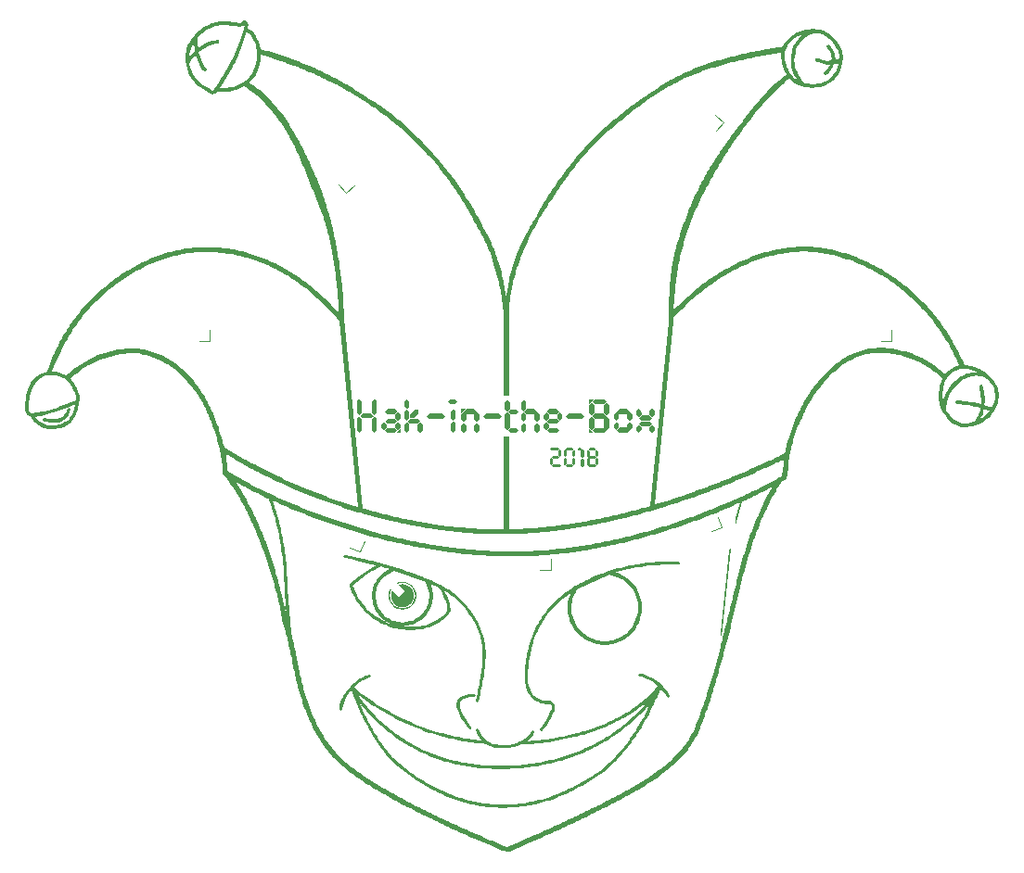
<source format=gto>
G04 #@! TF.FileFunction,Legend,Top*
%FSLAX46Y46*%
G04 Gerber Fmt 4.6, Leading zero omitted, Abs format (unit mm)*
G04 Created by KiCad (PCBNEW 4.0.7-e2-6376~61~ubuntu18.04.1) date Wed Sep  5 22:43:36 2018*
%MOMM*%
%LPD*%
G01*
G04 APERTURE LIST*
%ADD10C,0.100000*%
%ADD11C,0.120000*%
G04 APERTURE END LIST*
D10*
G36*
X136311266Y-78741034D02*
X136260623Y-79107420D01*
X136250807Y-79236333D01*
X136190859Y-79473806D01*
X136158820Y-79574058D01*
X136080793Y-79821642D01*
X136001725Y-80064255D01*
X135921631Y-80301896D01*
X135840527Y-80534564D01*
X135758428Y-80762260D01*
X135675349Y-80984982D01*
X135591306Y-81202729D01*
X135506315Y-81415501D01*
X135420390Y-81623297D01*
X135333548Y-81826117D01*
X134342394Y-83690603D01*
X134100704Y-84072624D01*
X133897716Y-84384493D01*
X133731054Y-84632427D01*
X133598343Y-84822641D01*
X133497210Y-84961351D01*
X133425280Y-85054772D01*
X133380178Y-85109121D01*
X133232876Y-85100950D01*
X133108361Y-84971661D01*
X133081489Y-84888979D01*
X132998806Y-84862107D01*
X132970481Y-84852010D01*
X132897552Y-84822638D01*
X132787299Y-84771960D01*
X132647001Y-84697951D01*
X132483940Y-84598581D01*
X132305395Y-84471822D01*
X132118646Y-84315646D01*
X131930972Y-84128025D01*
X131749655Y-83906931D01*
X131581973Y-83650335D01*
X131435206Y-83356209D01*
X131316635Y-83022525D01*
X131233540Y-82647256D01*
X131295676Y-82533911D01*
X131408896Y-82353414D01*
X131575515Y-82124888D01*
X131797846Y-81867458D01*
X131857634Y-82082727D01*
X131928733Y-82297401D01*
X132012111Y-82508870D01*
X132108733Y-82714524D01*
X132219565Y-82911749D01*
X132345574Y-83097936D01*
X132487727Y-83270473D01*
X132604109Y-83325082D01*
X132724921Y-83281325D01*
X132779569Y-83164882D01*
X132735774Y-83044131D01*
X132595177Y-82870567D01*
X132472250Y-82679978D01*
X132365819Y-82475934D01*
X132274709Y-82262009D01*
X132197743Y-82041776D01*
X132133749Y-81818807D01*
X132081550Y-81596674D01*
X132242312Y-81467015D01*
X132418127Y-81341890D01*
X132609276Y-81223566D01*
X132816043Y-81114308D01*
X133038712Y-81016382D01*
X133277565Y-80932055D01*
X133532886Y-80863592D01*
X133804959Y-80813259D01*
X133915743Y-80747492D01*
X133947586Y-80622573D01*
X133881713Y-80512201D01*
X133756900Y-80480980D01*
X133488199Y-80529229D01*
X133234556Y-80593268D01*
X132995702Y-80671375D01*
X132771368Y-80761830D01*
X132561286Y-80862912D01*
X132365185Y-80972902D01*
X132182798Y-81090077D01*
X132013854Y-81212718D01*
X131977233Y-80905312D01*
X131956762Y-80636936D01*
X131947913Y-80421066D01*
X131946158Y-80271173D01*
X132144899Y-80063969D01*
X132352648Y-79878592D01*
X132566219Y-79714835D01*
X132782431Y-79572492D01*
X132998100Y-79451355D01*
X133210042Y-79351217D01*
X133415075Y-79271870D01*
X133610016Y-79213109D01*
X133791681Y-79174726D01*
X133956887Y-79156513D01*
X134337426Y-79145687D01*
X134688345Y-79152772D01*
X135003256Y-79172720D01*
X135275772Y-79200486D01*
X135499505Y-79231023D01*
X135668069Y-79259286D01*
X135775076Y-79280229D01*
X135814138Y-79288804D01*
X135874083Y-79303274D01*
X136260623Y-79107420D01*
X136311266Y-78741034D01*
X136464745Y-79727021D01*
X136546734Y-79788764D01*
X136643309Y-79872232D01*
X136749734Y-79978839D01*
X136861275Y-80109997D01*
X136973198Y-80267119D01*
X137080766Y-80451618D01*
X137179246Y-80664907D01*
X137263903Y-80908399D01*
X137330002Y-81183507D01*
X137372807Y-81491644D01*
X137387584Y-81834223D01*
X137369599Y-82212657D01*
X137295702Y-82697898D01*
X137236409Y-82926033D01*
X137159594Y-83143471D01*
X137065263Y-83350071D01*
X136953427Y-83545692D01*
X136824092Y-83730190D01*
X136677269Y-83903425D01*
X136512965Y-84065254D01*
X136331188Y-84215536D01*
X136131948Y-84354128D01*
X135932477Y-84467299D01*
X135418297Y-84693642D01*
X135146132Y-84778454D01*
X134878411Y-84842107D01*
X134620252Y-84885594D01*
X134376770Y-84909909D01*
X134153082Y-84916046D01*
X133954304Y-84904999D01*
X134052026Y-84762464D01*
X134166177Y-84590944D01*
X134295441Y-84392455D01*
X134438506Y-84169012D01*
X134594058Y-83922630D01*
X134813166Y-83573297D01*
X134831770Y-83544358D01*
X134948828Y-83348118D01*
X135064579Y-83143658D01*
X135179017Y-82931160D01*
X135292139Y-82710808D01*
X135403940Y-82482787D01*
X135514415Y-82247280D01*
X135677196Y-81883478D01*
X135769117Y-81665646D01*
X135859979Y-81442304D01*
X135949761Y-81213480D01*
X136038446Y-80979203D01*
X136126014Y-80739501D01*
X136212447Y-80494403D01*
X136297725Y-80243938D01*
X136381831Y-79988134D01*
X136464745Y-79727021D01*
X136311266Y-78741034D01*
X136253388Y-78742585D01*
X136227550Y-78746719D01*
X135831192Y-78948257D01*
X135727287Y-78927843D01*
X135578093Y-78902179D01*
X135387316Y-78874509D01*
X135158659Y-78848076D01*
X134895826Y-78826124D01*
X134602522Y-78811895D01*
X134282451Y-78808634D01*
X133939318Y-78819582D01*
X133770896Y-78837160D01*
X133587279Y-78872985D01*
X133391173Y-78927218D01*
X133185286Y-79000023D01*
X132972324Y-79091561D01*
X132754995Y-79201995D01*
X132536006Y-79331487D01*
X131622146Y-80704222D01*
X131640085Y-80934951D01*
X131669119Y-81192610D01*
X131712063Y-81470583D01*
X131508216Y-81678036D01*
X131336353Y-81878931D01*
X131195299Y-82065896D01*
X131218458Y-81798451D01*
X131265606Y-81546874D01*
X131333147Y-81311414D01*
X131417483Y-81092319D01*
X131515015Y-80889838D01*
X131622146Y-80704222D01*
X132536006Y-79331487D01*
X132318064Y-79480199D01*
X132103876Y-79648294D01*
X131896151Y-79835934D01*
X131697594Y-80043280D01*
X131620596Y-80133197D01*
X131499045Y-80287140D01*
X131378937Y-80458412D01*
X131263594Y-80646806D01*
X131156340Y-80852117D01*
X131060495Y-81074136D01*
X130979383Y-81312658D01*
X130916325Y-81567475D01*
X130874644Y-81838380D01*
X130857663Y-82125168D01*
X130868704Y-82427631D01*
X130916890Y-82789329D01*
X130994986Y-83120404D01*
X131098788Y-83421991D01*
X131224090Y-83695222D01*
X131366688Y-83941231D01*
X131522379Y-84161153D01*
X131686956Y-84356120D01*
X131856216Y-84527267D01*
X132025954Y-84675728D01*
X132191966Y-84802635D01*
X132350048Y-84909124D01*
X132495993Y-84996327D01*
X132625599Y-85065379D01*
X132734660Y-85117413D01*
X132818973Y-85153562D01*
X132950870Y-85324380D01*
X133122996Y-85418296D01*
X133308865Y-85449668D01*
X133510403Y-85425897D01*
X133547093Y-85415562D01*
X133576549Y-85390757D01*
X133731578Y-85209890D01*
X133907402Y-85236080D01*
X134111291Y-85248474D01*
X134338997Y-85245634D01*
X134586267Y-85226120D01*
X134848851Y-85188493D01*
X135122499Y-85131313D01*
X135402959Y-85053143D01*
X135685981Y-84952541D01*
X136187242Y-84708629D01*
X136216181Y-84692092D01*
X136420283Y-84829728D01*
X136622185Y-84972069D01*
X136821834Y-85119198D01*
X137019180Y-85271200D01*
X137214170Y-85428159D01*
X137406755Y-85590158D01*
X137596881Y-85757282D01*
X137784498Y-85929614D01*
X137969554Y-86107239D01*
X138151999Y-86290241D01*
X138331780Y-86478702D01*
X138508847Y-86672709D01*
X138683147Y-86872343D01*
X138854630Y-87077690D01*
X139023245Y-87288833D01*
X139188573Y-87504843D01*
X139348847Y-87722771D01*
X139504247Y-87942530D01*
X139654951Y-88164029D01*
X139801140Y-88387179D01*
X139942992Y-88611891D01*
X140080686Y-88838077D01*
X140214402Y-89065645D01*
X140344319Y-89294508D01*
X140470616Y-89524576D01*
X140593473Y-89755760D01*
X140713068Y-89987970D01*
X140829580Y-90221118D01*
X140943190Y-90455114D01*
X141054075Y-90689869D01*
X141162416Y-90925293D01*
X141268392Y-91161299D01*
X141372181Y-91397795D01*
X141473964Y-91634693D01*
X141573918Y-91871904D01*
X141672224Y-92109339D01*
X141769061Y-92346908D01*
X141864607Y-92584522D01*
X141959043Y-92822091D01*
X142052547Y-93059528D01*
X142145298Y-93296742D01*
X142237476Y-93533644D01*
X142329259Y-93770145D01*
X142420828Y-94006155D01*
X142512361Y-94241586D01*
X142604038Y-94476348D01*
X142696037Y-94710353D01*
X142788539Y-94943510D01*
X142881721Y-95175730D01*
X142975764Y-95406925D01*
X143070847Y-95637005D01*
X143167148Y-95865881D01*
X143264847Y-96093463D01*
X143327873Y-96284145D01*
X143389737Y-96474485D01*
X143450444Y-96664809D01*
X143510001Y-96855443D01*
X143568415Y-97046712D01*
X143625692Y-97238942D01*
X143681841Y-97432457D01*
X143736866Y-97627583D01*
X143790776Y-97824646D01*
X143843576Y-98023972D01*
X143895274Y-98225885D01*
X143945876Y-98430711D01*
X143995389Y-98638775D01*
X144043820Y-98850403D01*
X144091175Y-99065921D01*
X144137462Y-99285653D01*
X144182687Y-99509926D01*
X144226856Y-99739064D01*
X144269977Y-99973394D01*
X144312057Y-100213240D01*
X144353101Y-100458928D01*
X144393117Y-100710783D01*
X144432112Y-100969131D01*
X144470092Y-101234297D01*
X144507064Y-101506607D01*
X144543035Y-101786387D01*
X144578011Y-102073960D01*
X144612000Y-102369654D01*
X144645008Y-102673794D01*
X144677041Y-102986704D01*
X144708107Y-103308710D01*
X146595909Y-123148658D01*
X146314000Y-123062910D01*
X146035240Y-122976446D01*
X145759670Y-122889332D01*
X145487333Y-122801632D01*
X145218269Y-122713412D01*
X144952520Y-122624739D01*
X144690127Y-122535677D01*
X144431133Y-122446293D01*
X144175580Y-122356651D01*
X143923507Y-122266818D01*
X143674958Y-122176859D01*
X143429973Y-122086840D01*
X143188595Y-121996826D01*
X142950864Y-121906883D01*
X142716823Y-121817076D01*
X142486514Y-121727472D01*
X142259976Y-121638136D01*
X142037253Y-121549133D01*
X141818386Y-121460528D01*
X141603416Y-121372389D01*
X141392386Y-121284780D01*
X141185336Y-121197766D01*
X140982308Y-121111414D01*
X140783344Y-121025790D01*
X140366120Y-120843048D01*
X139960992Y-120661476D01*
X139568187Y-120481481D01*
X139187928Y-120303474D01*
X138820442Y-120127861D01*
X138465953Y-119955052D01*
X138124687Y-119785455D01*
X137796868Y-119619479D01*
X137482722Y-119457533D01*
X137182473Y-119300025D01*
X136896348Y-119147363D01*
X136624570Y-118999956D01*
X136367365Y-118858213D01*
X136124958Y-118722543D01*
X135897575Y-118593354D01*
X135685440Y-118471054D01*
X135488778Y-118356052D01*
X135307815Y-118248757D01*
X135142775Y-118149577D01*
X134993884Y-118058921D01*
X134861367Y-117977197D01*
X134745449Y-117904814D01*
X134646355Y-117842181D01*
X134564310Y-117789706D01*
X134499539Y-117747798D01*
X134452268Y-117716866D01*
X134422721Y-117697317D01*
X134411123Y-117689560D01*
X134386319Y-117673024D01*
X134339024Y-117474235D01*
X134287223Y-117266810D01*
X134230741Y-117051322D01*
X134169406Y-116828343D01*
X134103045Y-116598445D01*
X134031483Y-116362202D01*
X133954547Y-116120185D01*
X133872065Y-115872967D01*
X133783863Y-115621121D01*
X133689768Y-115365220D01*
X133589606Y-115105835D01*
X133483204Y-114843539D01*
X133370389Y-114578906D01*
X133250987Y-114312506D01*
X133130397Y-114056530D01*
X133006376Y-113805947D01*
X132878957Y-113560796D01*
X132748168Y-113321117D01*
X132614040Y-113086949D01*
X132476604Y-112858330D01*
X132335888Y-112635300D01*
X132191924Y-112417898D01*
X132044740Y-112206163D01*
X131894369Y-112000134D01*
X131740839Y-111799851D01*
X131584180Y-111605352D01*
X131424423Y-111416677D01*
X131261598Y-111233864D01*
X131095736Y-111056954D01*
X130926865Y-110885984D01*
X130755016Y-110720994D01*
X130557979Y-110542429D01*
X130357209Y-110371543D01*
X130152740Y-110208354D01*
X129944607Y-110052878D01*
X129732842Y-109905131D01*
X129517482Y-109765131D01*
X129298558Y-109632893D01*
X129076105Y-109508434D01*
X128850157Y-109391771D01*
X128620748Y-109282920D01*
X128387913Y-109181898D01*
X128151684Y-109088722D01*
X127912096Y-109003407D01*
X127669183Y-108925972D01*
X127422978Y-108856432D01*
X127173517Y-108794803D01*
X126920832Y-108741103D01*
X126664957Y-108695347D01*
X126405928Y-108657554D01*
X126391975Y-108656003D01*
X126152196Y-108649801D01*
X126027995Y-108651042D01*
X125881896Y-108655415D01*
X125715116Y-108663898D01*
X125528869Y-108677468D01*
X125324373Y-108697103D01*
X125102842Y-108723780D01*
X124865491Y-108758476D01*
X124613538Y-108802170D01*
X124348197Y-108855838D01*
X124070683Y-108920458D01*
X123782214Y-108997006D01*
X123484004Y-109086462D01*
X123177268Y-109189801D01*
X122863224Y-109308002D01*
X122543086Y-109442042D01*
X122218069Y-109592898D01*
X121994580Y-109705678D01*
X121775121Y-109823948D01*
X121559695Y-109947689D01*
X121348308Y-110076882D01*
X121140963Y-110211510D01*
X120937666Y-110351552D01*
X120738419Y-110496991D01*
X120543228Y-110647807D01*
X120352097Y-110803983D01*
X120165029Y-110965499D01*
X119982030Y-111132336D01*
X119777809Y-111019346D01*
X119557771Y-110923283D01*
X119323986Y-110846716D01*
X119078521Y-110792211D01*
X118823445Y-110762335D01*
X118711307Y-110766468D01*
X118785671Y-110563080D01*
X118861780Y-110359768D01*
X118939568Y-110157278D01*
X119018968Y-109956354D01*
X119099914Y-109757744D01*
X119171171Y-109589146D01*
X119245622Y-109418169D01*
X119323332Y-109244937D01*
X119404367Y-109069576D01*
X119488792Y-108892212D01*
X119576672Y-108712970D01*
X119668073Y-108531977D01*
X119763061Y-108349358D01*
X119861700Y-108165239D01*
X119964057Y-107979745D01*
X120070196Y-107793002D01*
X120180183Y-107605135D01*
X120294084Y-107416271D01*
X120411964Y-107226536D01*
X120533889Y-107036054D01*
X120659924Y-106844951D01*
X120790134Y-106653354D01*
X120924585Y-106461387D01*
X121063342Y-106269177D01*
X121206471Y-106076849D01*
X121354037Y-105884529D01*
X121506106Y-105692343D01*
X121662743Y-105500416D01*
X121824014Y-105308873D01*
X121989983Y-105117842D01*
X122160718Y-104927447D01*
X122336282Y-104737814D01*
X122516741Y-104549068D01*
X122702162Y-104361336D01*
X122892608Y-104174743D01*
X123088147Y-103989414D01*
X123288843Y-103805477D01*
X123494761Y-103623055D01*
X123705967Y-103442275D01*
X123922527Y-103263262D01*
X124144506Y-103086143D01*
X124371970Y-102911043D01*
X124604983Y-102738087D01*
X124843612Y-102567401D01*
X125087921Y-102399112D01*
X125337977Y-102233344D01*
X125593845Y-102070223D01*
X125855590Y-101909875D01*
X126123277Y-101752426D01*
X126396972Y-101598001D01*
X126676741Y-101446726D01*
X126962649Y-101298727D01*
X127254762Y-101154130D01*
X127553144Y-101013059D01*
X127790078Y-100906554D01*
X128028453Y-100805166D01*
X128268235Y-100708903D01*
X128509393Y-100617773D01*
X128751893Y-100531784D01*
X128995701Y-100450944D01*
X129240786Y-100375261D01*
X129487113Y-100304743D01*
X129734651Y-100239399D01*
X129983365Y-100179236D01*
X130233223Y-100124262D01*
X130484192Y-100074485D01*
X130736238Y-100029914D01*
X130989330Y-99990557D01*
X131243433Y-99956421D01*
X131498515Y-99927514D01*
X131754543Y-99903846D01*
X132011483Y-99885422D01*
X132269303Y-99872253D01*
X132527970Y-99864346D01*
X132787450Y-99861708D01*
X133027102Y-99863898D01*
X133266487Y-99870457D01*
X133505577Y-99881371D01*
X133744342Y-99896625D01*
X133982755Y-99916204D01*
X134220787Y-99940093D01*
X134458410Y-99968278D01*
X134695595Y-100000744D01*
X134932315Y-100037476D01*
X135168540Y-100078460D01*
X135404243Y-100123680D01*
X135639394Y-100173122D01*
X135873966Y-100226771D01*
X136107931Y-100284613D01*
X136341259Y-100346632D01*
X136573923Y-100412814D01*
X136805893Y-100483144D01*
X137037143Y-100557607D01*
X137267643Y-100636189D01*
X137497365Y-100718874D01*
X137726280Y-100805649D01*
X137954361Y-100896498D01*
X138181578Y-100991406D01*
X138407904Y-101090359D01*
X138633311Y-101193342D01*
X138857769Y-101300340D01*
X139081250Y-101411339D01*
X139303726Y-101526323D01*
X139525169Y-101645279D01*
X139745550Y-101768190D01*
X139964842Y-101895043D01*
X140183014Y-102025822D01*
X140400040Y-102160514D01*
X140615890Y-102299102D01*
X140830537Y-102441573D01*
X141043952Y-102587911D01*
X141256107Y-102738103D01*
X141466973Y-102892132D01*
X141676521Y-103049984D01*
X141884725Y-103211645D01*
X142091554Y-103377100D01*
X142296981Y-103546334D01*
X142500978Y-103719332D01*
X142703516Y-103896080D01*
X142904566Y-104076563D01*
X143104100Y-104260765D01*
X143302091Y-104448673D01*
X143498509Y-104640271D01*
X143693326Y-104835544D01*
X143886514Y-105034479D01*
X144078045Y-105237060D01*
X144267889Y-105443272D01*
X144456020Y-105653101D01*
X144642407Y-105866532D01*
X144827024Y-106083550D01*
X144881284Y-106149179D01*
X144881284Y-106187936D01*
X144882835Y-106210674D01*
X146595909Y-123148658D01*
X144708107Y-103308710D01*
X144738213Y-103640139D01*
X144767364Y-103981314D01*
X144795569Y-104332562D01*
X144822833Y-104694208D01*
X144849163Y-105066578D01*
X144874567Y-105449997D01*
X144695801Y-105248217D01*
X144515403Y-105049594D01*
X144333386Y-104854137D01*
X144149762Y-104661858D01*
X143964544Y-104472767D01*
X143777745Y-104286874D01*
X143589379Y-104104190D01*
X143399456Y-103924727D01*
X143207991Y-103748494D01*
X143014996Y-103575502D01*
X142820484Y-103405762D01*
X142624467Y-103239285D01*
X142426959Y-103076081D01*
X142227972Y-102916161D01*
X142027519Y-102759535D01*
X141825612Y-102606214D01*
X141622265Y-102456210D01*
X141417491Y-102309531D01*
X141211301Y-102166190D01*
X141003709Y-102026196D01*
X140794728Y-101889561D01*
X140584370Y-101756295D01*
X140372648Y-101626409D01*
X140159576Y-101499913D01*
X139945165Y-101376818D01*
X139729428Y-101257134D01*
X139512379Y-101140873D01*
X139294029Y-101028045D01*
X139050086Y-100906805D01*
X138805476Y-100790259D01*
X138560220Y-100678411D01*
X138314336Y-100571268D01*
X138067847Y-100468833D01*
X137820772Y-100371112D01*
X137573131Y-100278110D01*
X137324944Y-100189831D01*
X137076233Y-100106281D01*
X136827017Y-100027464D01*
X136577316Y-99953386D01*
X136327151Y-99884051D01*
X136076542Y-99819465D01*
X135825509Y-99759632D01*
X135574073Y-99704557D01*
X135322254Y-99654245D01*
X135070072Y-99608701D01*
X134817547Y-99567931D01*
X134564700Y-99531938D01*
X134311551Y-99500729D01*
X134058120Y-99474307D01*
X133804428Y-99452678D01*
X133550495Y-99435847D01*
X133296340Y-99423819D01*
X133041985Y-99416598D01*
X132787450Y-99414190D01*
X132530849Y-99416673D01*
X132275027Y-99424118D01*
X132020012Y-99436520D01*
X131765832Y-99453871D01*
X131512516Y-99476166D01*
X131260093Y-99503400D01*
X131008591Y-99535566D01*
X130758039Y-99572657D01*
X130508466Y-99614670D01*
X130259899Y-99661596D01*
X130012369Y-99713431D01*
X129765903Y-99770168D01*
X129520530Y-99831801D01*
X129276278Y-99898325D01*
X129033177Y-99969733D01*
X128791254Y-100046019D01*
X128550539Y-100127178D01*
X128311060Y-100213203D01*
X128072845Y-100304089D01*
X127835924Y-100399829D01*
X127600325Y-100500418D01*
X127366076Y-100605849D01*
X127127800Y-100717904D01*
X126891963Y-100832839D01*
X126658581Y-100950643D01*
X126427668Y-101071304D01*
X126199238Y-101194813D01*
X125973307Y-101321158D01*
X125749889Y-101450330D01*
X125528998Y-101582316D01*
X125310650Y-101717107D01*
X125094859Y-101854692D01*
X124881639Y-101995060D01*
X124671006Y-102138201D01*
X124462975Y-102284103D01*
X124257558Y-102432757D01*
X124054773Y-102584151D01*
X123854632Y-102738275D01*
X123657152Y-102895118D01*
X123462346Y-103054670D01*
X123270229Y-103216920D01*
X123080816Y-103381856D01*
X122894121Y-103549470D01*
X122710160Y-103719749D01*
X122528947Y-103892683D01*
X122350497Y-104068261D01*
X122174824Y-104246474D01*
X122001942Y-104427309D01*
X118108760Y-111172646D01*
X118598652Y-111094615D01*
X118680818Y-111090995D01*
X118912756Y-111103925D01*
X119136369Y-111141007D01*
X119349691Y-111199686D01*
X119550757Y-111277402D01*
X119737601Y-111371599D01*
X120103470Y-111640834D01*
X120271046Y-111822720D01*
X120393375Y-112013420D01*
X120504479Y-112231495D01*
X120634419Y-112488873D01*
X120751635Y-112737749D01*
X120841959Y-112966637D01*
X120891222Y-113164050D01*
X120885254Y-113318501D01*
X120809887Y-113418503D01*
X120714062Y-113469765D01*
X120578498Y-113533149D01*
X120407569Y-113606679D01*
X120205651Y-113688378D01*
X119977118Y-113776269D01*
X119726346Y-113868376D01*
X119457709Y-113962721D01*
X119175582Y-114057328D01*
X118884341Y-114150220D01*
X118588359Y-114239420D01*
X118292012Y-114322952D01*
X117999676Y-114398838D01*
X117715724Y-114465101D01*
X117444531Y-114519766D01*
X117190474Y-114560854D01*
X116957926Y-114586390D01*
X116929504Y-114590525D01*
X116840296Y-114596894D01*
X116674222Y-114540397D01*
X116571580Y-114368182D01*
X116543481Y-114082544D01*
X116550543Y-113920259D01*
X116563995Y-113733029D01*
X116585627Y-113525562D01*
X116617226Y-113302563D01*
X116660584Y-113068740D01*
X116717489Y-112828798D01*
X116789732Y-112587444D01*
X116879100Y-112349385D01*
X116987385Y-112119327D01*
X117116376Y-111901976D01*
X117267861Y-111702039D01*
X117443631Y-111524223D01*
X117645475Y-111373234D01*
X117875182Y-111253778D01*
X118108760Y-111172646D01*
X122001942Y-104427309D01*
X121831868Y-104610757D01*
X121664615Y-104796807D01*
X121497224Y-104988893D01*
X121332744Y-105183653D01*
X121171190Y-105381062D01*
X121012579Y-105581096D01*
X120856926Y-105783728D01*
X120704246Y-105988935D01*
X120554556Y-106196689D01*
X120407872Y-106406967D01*
X120264209Y-106619743D01*
X120123584Y-106834992D01*
X119986011Y-107052689D01*
X119851508Y-107272807D01*
X119720089Y-107495324D01*
X119591771Y-107720212D01*
X119466570Y-107947446D01*
X119344501Y-108177003D01*
X119225580Y-108408856D01*
X119109822Y-108642980D01*
X118997245Y-108879349D01*
X118887864Y-109117940D01*
X118781693Y-109358726D01*
X118678751Y-109601682D01*
X118578820Y-109848426D01*
X118485029Y-110091480D01*
X118396605Y-110331154D01*
X118312780Y-110567760D01*
X118232783Y-110801607D01*
X117989243Y-110858127D01*
X117744958Y-110943202D01*
X117518702Y-111053298D01*
X117316271Y-111182872D01*
X117136276Y-111330193D01*
X116977330Y-111493529D01*
X116838044Y-111671150D01*
X116717031Y-111861325D01*
X116612902Y-112062323D01*
X116524270Y-112272412D01*
X116449747Y-112489863D01*
X116387945Y-112712944D01*
X116337476Y-112939924D01*
X116296952Y-113169072D01*
X116264986Y-113398657D01*
X116240188Y-113626949D01*
X116221173Y-113852216D01*
X116206550Y-114072728D01*
X116214910Y-114275256D01*
X117546050Y-115342541D01*
X117413360Y-115225616D01*
X117306240Y-115109175D01*
X117222896Y-114999831D01*
X117161531Y-114904199D01*
X117396099Y-114869994D01*
X117645557Y-114823839D01*
X117906690Y-114767214D01*
X118176283Y-114701600D01*
X118451122Y-114628476D01*
X118727994Y-114549321D01*
X119003684Y-114465615D01*
X119274978Y-114378838D01*
X119538661Y-114290469D01*
X119791520Y-114201988D01*
X120030340Y-114114876D01*
X120251907Y-114030610D01*
X120453007Y-113950672D01*
X120630425Y-113876540D01*
X120780948Y-113809695D01*
X120760548Y-113953908D01*
X120727356Y-114120805D01*
X120678274Y-114304174D01*
X120610204Y-114497805D01*
X120520047Y-114695488D01*
X120404704Y-114891012D01*
X120261078Y-115078167D01*
X120086068Y-115250742D01*
X119876578Y-115402527D01*
X119629508Y-115527312D01*
X119341759Y-115618886D01*
X118979776Y-115683798D01*
X118655938Y-115702888D01*
X118368448Y-115682772D01*
X118115511Y-115630064D01*
X117895329Y-115551380D01*
X117706108Y-115453334D01*
X117546050Y-115342541D01*
X116214910Y-114275256D01*
X116261742Y-114480368D01*
X116345315Y-114664335D01*
X116463899Y-114803430D01*
X116634339Y-114898017D01*
X116797729Y-114932105D01*
X116840523Y-115014515D01*
X116909637Y-115128481D01*
X117007253Y-115264526D01*
X117135554Y-115413172D01*
X117296724Y-115564945D01*
X117492947Y-115710367D01*
X117726406Y-115839962D01*
X117999284Y-115944252D01*
X118313765Y-116013762D01*
X118672033Y-116039016D01*
X118904413Y-116029408D01*
X119153168Y-115999244D01*
X119418757Y-115946515D01*
X119751208Y-115841694D01*
X120037643Y-115699912D01*
X120281488Y-115527931D01*
X120486170Y-115332512D01*
X120655115Y-115120415D01*
X120791750Y-114898401D01*
X120899502Y-114673233D01*
X120981797Y-114451670D01*
X121042062Y-114240474D01*
X121083724Y-114046406D01*
X121110208Y-113876227D01*
X121124942Y-113736698D01*
X121131352Y-113634580D01*
X121132864Y-113576634D01*
X121212703Y-113416822D01*
X121233616Y-113231199D01*
X121205602Y-113024412D01*
X121138656Y-112801106D01*
X121042776Y-112565927D01*
X120927959Y-112323521D01*
X120804202Y-112078534D01*
X120694648Y-111862010D01*
X120602407Y-111707527D01*
X120484060Y-111556924D01*
X120343249Y-111411908D01*
X120530825Y-111243971D01*
X120722753Y-111081812D01*
X120919035Y-110925463D01*
X121119670Y-110774959D01*
X121324659Y-110630331D01*
X121534004Y-110491613D01*
X121747706Y-110358837D01*
X121965764Y-110232036D01*
X122188181Y-110111243D01*
X122414957Y-109996491D01*
X122744724Y-109843914D01*
X123068996Y-109709464D01*
X123386383Y-109592014D01*
X123695497Y-109490436D01*
X123994946Y-109403604D01*
X124283342Y-109330391D01*
X124559295Y-109269670D01*
X124821414Y-109220313D01*
X125068311Y-109181194D01*
X125298596Y-109151185D01*
X125510879Y-109129160D01*
X125703770Y-109113991D01*
X125875880Y-109104551D01*
X126025818Y-109099714D01*
X126152196Y-109098352D01*
X126354768Y-109103522D01*
X126595412Y-109138698D01*
X126832893Y-109180932D01*
X127067201Y-109230219D01*
X127298328Y-109286552D01*
X127526266Y-109349923D01*
X127751005Y-109420325D01*
X127972538Y-109497752D01*
X128190855Y-109582197D01*
X128405949Y-109673653D01*
X128617810Y-109772113D01*
X128826429Y-109877570D01*
X129031799Y-109990017D01*
X129233911Y-110109448D01*
X129432755Y-110235855D01*
X129628324Y-110369232D01*
X129820609Y-110509571D01*
X130009601Y-110656866D01*
X130195292Y-110811110D01*
X130377673Y-110972296D01*
X130556736Y-111140417D01*
X130732471Y-111315467D01*
X130904871Y-111497437D01*
X131073926Y-111686322D01*
X131239629Y-111882115D01*
X131401970Y-112084808D01*
X131560941Y-112294395D01*
X131716533Y-112510868D01*
X131868739Y-112734222D01*
X132017548Y-112964448D01*
X132162953Y-113201541D01*
X132304945Y-113445493D01*
X132443515Y-113696298D01*
X132578655Y-113953947D01*
X132710356Y-114218436D01*
X132838610Y-114489756D01*
X132975827Y-114796921D01*
X133104156Y-115102164D01*
X133223866Y-115404467D01*
X133335227Y-115702814D01*
X133438508Y-115996186D01*
X133533977Y-116283566D01*
X133621903Y-116563936D01*
X133702555Y-116836279D01*
X133776204Y-117099577D01*
X133843116Y-117352813D01*
X133903562Y-117594968D01*
X133957811Y-117825025D01*
X134006131Y-118041967D01*
X134048791Y-118244776D01*
X134086062Y-118432434D01*
X134118210Y-118603924D01*
X134145507Y-118758228D01*
X134215269Y-119473947D01*
X134451381Y-119581966D01*
X134687592Y-119688921D01*
X134674156Y-119555595D01*
X134587857Y-118669344D01*
X134587857Y-118667794D01*
X134553233Y-118314845D01*
X134655812Y-118378590D01*
X134769816Y-118448705D01*
X134895114Y-118524954D01*
X135031577Y-118607104D01*
X135179073Y-118694919D01*
X135337472Y-118788167D01*
X135506644Y-118886612D01*
X135686459Y-118990020D01*
X135876785Y-119098158D01*
X136077493Y-119210790D01*
X136288451Y-119327682D01*
X136509530Y-119448601D01*
X136740598Y-119573311D01*
X136981527Y-119701579D01*
X137232184Y-119833171D01*
X137492439Y-119967851D01*
X137762163Y-120105386D01*
X138041224Y-120245541D01*
X138329492Y-120388082D01*
X138626837Y-120532775D01*
X138933128Y-120679386D01*
X139248235Y-120827680D01*
X139572027Y-120977423D01*
X139904373Y-121128380D01*
X140245144Y-121280318D01*
X140594208Y-121433002D01*
X140792078Y-121518219D01*
X140993933Y-121604151D01*
X141199733Y-121690736D01*
X141409437Y-121777908D01*
X141623007Y-121865606D01*
X141840402Y-121953764D01*
X142061582Y-122042320D01*
X142286508Y-122131210D01*
X142515138Y-122220370D01*
X142747434Y-122309737D01*
X142983354Y-122399247D01*
X143222860Y-122488837D01*
X143465911Y-122578443D01*
X143712467Y-122668002D01*
X143962488Y-122757450D01*
X144215934Y-122846722D01*
X144472766Y-122935757D01*
X144732943Y-123024490D01*
X144996425Y-123112858D01*
X145263172Y-123200797D01*
X145533144Y-123288243D01*
X145806302Y-123375133D01*
X146082605Y-123461404D01*
X146362013Y-123546991D01*
X146644486Y-123631832D01*
X146875526Y-123700329D01*
X147108539Y-123768259D01*
X147109055Y-123768259D01*
X147246699Y-123807133D01*
X147385007Y-123845774D01*
X147390174Y-123847841D01*
X147549165Y-123891909D01*
X147709019Y-123935690D01*
X147741576Y-123945509D01*
X147931592Y-123996870D01*
X148122827Y-124047512D01*
X148315184Y-124097954D01*
X148433522Y-124129476D01*
X148579958Y-124167339D01*
X148727045Y-124204925D01*
X148776139Y-124216294D01*
X148962160Y-124262913D01*
X149149315Y-124309153D01*
X149337344Y-124354785D01*
X149509426Y-124395610D01*
X149641997Y-124427007D01*
X149775044Y-124458139D01*
X149778142Y-124458655D01*
X149962465Y-124501049D01*
X150147630Y-124542888D01*
X150394127Y-124597148D01*
X150636490Y-124649340D01*
X150779129Y-124679485D01*
X150922259Y-124709287D01*
X151095799Y-124744678D01*
X151270043Y-124779565D01*
X151497934Y-124824523D01*
X151653476Y-124854180D01*
X151809544Y-124883436D01*
X151946541Y-124909187D01*
X152083946Y-124934595D01*
X152254944Y-124965084D01*
X152426560Y-124995058D01*
X152631200Y-125030197D01*
X152852657Y-125067586D01*
X153075099Y-125104095D01*
X153091636Y-125106678D01*
X153319314Y-125142420D01*
X153548019Y-125177118D01*
X153777725Y-125210775D01*
X154008404Y-125243396D01*
X154240028Y-125274985D01*
X154472572Y-125305548D01*
X154706007Y-125335087D01*
X154963790Y-125366454D01*
X155222648Y-125396587D01*
X155482574Y-125425398D01*
X155743563Y-125452801D01*
X156005609Y-125478710D01*
X156268705Y-125503037D01*
X156313144Y-125506654D01*
X156565130Y-125528281D01*
X156818025Y-125548511D01*
X156985888Y-125561052D01*
X157154437Y-125572799D01*
X157323632Y-125583541D01*
X157493434Y-125593469D01*
X157510487Y-125594503D01*
X157761970Y-125607820D01*
X158014402Y-125619441D01*
X158267832Y-125629315D01*
X158522312Y-125637395D01*
X158782081Y-125643741D01*
X159042668Y-125648261D01*
X159303784Y-125650966D01*
X159565143Y-125651865D01*
X159804741Y-125651078D01*
X160044184Y-125648764D01*
X160158905Y-125646179D01*
X160198180Y-125645663D01*
X160174407Y-116716492D01*
X159888120Y-116716492D01*
X159888120Y-125200729D01*
X159726403Y-125202414D01*
X159564627Y-125203314D01*
X159314433Y-125202466D01*
X159064616Y-125199924D01*
X158815290Y-125195693D01*
X158566570Y-125189777D01*
X158318570Y-125182179D01*
X158071406Y-125172904D01*
X157825192Y-125161955D01*
X157580042Y-125149338D01*
X157336072Y-125135055D01*
X157093396Y-125119111D01*
X156852129Y-125101510D01*
X156587959Y-125080409D01*
X156324833Y-125057734D01*
X156062750Y-125033531D01*
X155801712Y-125007845D01*
X155541720Y-124980722D01*
X155282773Y-124952208D01*
X155024873Y-124922348D01*
X154768020Y-124891188D01*
X153156750Y-124662778D01*
X152883823Y-124618351D01*
X152612382Y-124572549D01*
X152342448Y-124525407D01*
X152074043Y-124476959D01*
X151807188Y-124427239D01*
X151541904Y-124376282D01*
X151278214Y-124324122D01*
X151016137Y-124270794D01*
X150755697Y-124216331D01*
X150496914Y-124160769D01*
X150239809Y-124104141D01*
X149984405Y-124046481D01*
X149730722Y-123987825D01*
X149478782Y-123928207D01*
X149228607Y-123867660D01*
X148980217Y-123806219D01*
X148733635Y-123743918D01*
X148488881Y-123680793D01*
X148245978Y-123616876D01*
X148004946Y-123552203D01*
X147765807Y-123486808D01*
X147528583Y-123420725D01*
X147293295Y-123353989D01*
X147059964Y-123286633D01*
X145391848Y-106784799D01*
X145329319Y-105986400D01*
X145325148Y-105705806D01*
X145318063Y-105422372D01*
X145308148Y-105136419D01*
X145295492Y-104848267D01*
X145280181Y-104558238D01*
X145262300Y-104266652D01*
X145241937Y-103973833D01*
X145219179Y-103680099D01*
X145194111Y-103385774D01*
X145166821Y-103091177D01*
X145137394Y-102796631D01*
X145105918Y-102502456D01*
X145072480Y-102208973D01*
X145037164Y-101916505D01*
X145000059Y-101625371D01*
X144961251Y-101335894D01*
X144920826Y-101048394D01*
X144878871Y-100763193D01*
X144835472Y-100480611D01*
X144790716Y-100200971D01*
X144744689Y-99924593D01*
X144697479Y-99651799D01*
X144649171Y-99382910D01*
X144599852Y-99118246D01*
X144549609Y-98858130D01*
X144498529Y-98602882D01*
X144446697Y-98352823D01*
X144394201Y-98108276D01*
X144341126Y-97869561D01*
X144287560Y-97636999D01*
X144233589Y-97410911D01*
X144179300Y-97191619D01*
X144124779Y-96979444D01*
X144070112Y-96774707D01*
X144015387Y-96577730D01*
X143960690Y-96388833D01*
X143906107Y-96208338D01*
X143851725Y-96036566D01*
X143797630Y-95873838D01*
X143770120Y-95769916D01*
X143737105Y-95653278D01*
X143698673Y-95524424D01*
X143654915Y-95383852D01*
X143605919Y-95232060D01*
X143551772Y-95069547D01*
X143492565Y-94896810D01*
X143428386Y-94714348D01*
X143359324Y-94522660D01*
X143285467Y-94322244D01*
X143206904Y-94113597D01*
X143123725Y-93897220D01*
X143036017Y-93673609D01*
X142943870Y-93443264D01*
X142847372Y-93206682D01*
X142746612Y-92964362D01*
X142641679Y-92716802D01*
X142532662Y-92464501D01*
X142419649Y-92207957D01*
X142302729Y-91947668D01*
X142181991Y-91684133D01*
X142057523Y-91417850D01*
X141929416Y-91149318D01*
X141797756Y-90879034D01*
X141662633Y-90607497D01*
X141524137Y-90335206D01*
X141382354Y-90062658D01*
X141237375Y-89790353D01*
X141089288Y-89518788D01*
X140938182Y-89248462D01*
X140784145Y-88979873D01*
X140627267Y-88713520D01*
X140467636Y-88449901D01*
X140305341Y-88189514D01*
X140140470Y-87932857D01*
X139973113Y-87680430D01*
X139803358Y-87432729D01*
X139631294Y-87190255D01*
X139457009Y-86953504D01*
X139280593Y-86722976D01*
X139113981Y-86515498D01*
X138943649Y-86314768D01*
X138769744Y-86120632D01*
X138592411Y-85932937D01*
X138411796Y-85751528D01*
X138228046Y-85576252D01*
X138041306Y-85406954D01*
X137851722Y-85243482D01*
X137659440Y-85085680D01*
X137464605Y-84933395D01*
X137267365Y-84786474D01*
X137067864Y-84644761D01*
X136866249Y-84508104D01*
X136662665Y-84376349D01*
X136838550Y-84214336D01*
X136998919Y-84041097D01*
X137143512Y-83856986D01*
X137272069Y-83662357D01*
X137384331Y-83457564D01*
X137480038Y-83242963D01*
X137558929Y-83018906D01*
X137620746Y-82785749D01*
X137693093Y-82294822D01*
X137718415Y-82050910D01*
X137721516Y-81845237D01*
X138042866Y-81939364D01*
X138361190Y-82035365D01*
X138676501Y-82133219D01*
X138988814Y-82232902D01*
X139298140Y-82334392D01*
X139604495Y-82437665D01*
X139907892Y-82542697D01*
X140208344Y-82649467D01*
X140505866Y-82757951D01*
X140800472Y-82868126D01*
X141092174Y-82979968D01*
X141380986Y-83093455D01*
X141666923Y-83208565D01*
X141949998Y-83325272D01*
X142230225Y-83443555D01*
X142507617Y-83563391D01*
X142782189Y-83684757D01*
X143053953Y-83807628D01*
X143322924Y-83931983D01*
X143589116Y-84057798D01*
X143852542Y-84185051D01*
X144113215Y-84313717D01*
X144371150Y-84443775D01*
X144626360Y-84575201D01*
X144878859Y-84707971D01*
X145128661Y-84842064D01*
X145375779Y-84977455D01*
X145620228Y-85114122D01*
X145862020Y-85252042D01*
X146101170Y-85391191D01*
X146337692Y-85531547D01*
X146571598Y-85673086D01*
X146802903Y-85815786D01*
X147031620Y-85959623D01*
X147257764Y-86104574D01*
X147481348Y-86250617D01*
X147702385Y-86397728D01*
X147920890Y-86545884D01*
X148136875Y-86695062D01*
X148350356Y-86845239D01*
X148561345Y-86996391D01*
X148769856Y-87148497D01*
X148975904Y-87301532D01*
X149179501Y-87455475D01*
X149380661Y-87610300D01*
X149579399Y-87765987D01*
X149775727Y-87922511D01*
X149969660Y-88079849D01*
X150161211Y-88237979D01*
X150350395Y-88396877D01*
X150537224Y-88556520D01*
X150721712Y-88716885D01*
X150903874Y-88877950D01*
X151083723Y-89039691D01*
X151261272Y-89202084D01*
X151436535Y-89365108D01*
X151609527Y-89528738D01*
X151780261Y-89692953D01*
X151948750Y-89857728D01*
X152115008Y-90023040D01*
X152279049Y-90188868D01*
X152440887Y-90355187D01*
X152600535Y-90521974D01*
X152758007Y-90689207D01*
X152913318Y-90856862D01*
X153066479Y-91024916D01*
X153217507Y-91193347D01*
X153366413Y-91362131D01*
X153513211Y-91531244D01*
X153657917Y-91700665D01*
X153800542Y-91870370D01*
X153941102Y-92040336D01*
X154079609Y-92210540D01*
X154216077Y-92380958D01*
X154350520Y-92551568D01*
X154482952Y-92722347D01*
X154613387Y-92893271D01*
X154741838Y-93064318D01*
X154868319Y-93235464D01*
X154992843Y-93406687D01*
X155115425Y-93577963D01*
X155236078Y-93749269D01*
X155354816Y-93920582D01*
X155471652Y-94091880D01*
X155586601Y-94263138D01*
X155699676Y-94434335D01*
X155810890Y-94605446D01*
X155920258Y-94776449D01*
X156027793Y-94947322D01*
X156133509Y-95118040D01*
X156237419Y-95288580D01*
X156339538Y-95458920D01*
X156439879Y-95629037D01*
X156538455Y-95798907D01*
X156651802Y-96018085D01*
X156765580Y-96230766D01*
X156879713Y-96438131D01*
X156994120Y-96641364D01*
X157108724Y-96841648D01*
X157223444Y-97040164D01*
X157338204Y-97238097D01*
X157452923Y-97436628D01*
X157567523Y-97636940D01*
X157681925Y-97840216D01*
X157796051Y-98047639D01*
X157909822Y-98260391D01*
X158023158Y-98479656D01*
X158135982Y-98706615D01*
X158248214Y-98942452D01*
X158359775Y-99188349D01*
X158470588Y-99445489D01*
X158580572Y-99715055D01*
X158689650Y-99998229D01*
X158797742Y-100296194D01*
X158904771Y-100610133D01*
X159010656Y-100941229D01*
X159098048Y-101231048D01*
X159180132Y-101515560D01*
X159257051Y-101794907D01*
X159328948Y-102069232D01*
X159395965Y-102338677D01*
X159458245Y-102603386D01*
X159515931Y-102863502D01*
X159569167Y-103119166D01*
X159618093Y-103370522D01*
X159662855Y-103617712D01*
X159703593Y-103860879D01*
X159740452Y-104100166D01*
X159773573Y-104335716D01*
X159803100Y-104567671D01*
X159829175Y-104796175D01*
X159851942Y-105021369D01*
X159871542Y-105243396D01*
X159888120Y-105462400D01*
X159888120Y-113021628D01*
X160165107Y-113021628D01*
X160140818Y-103899188D01*
X160107764Y-103696971D01*
X160071436Y-103483862D01*
X160031679Y-103260081D01*
X159988335Y-103025850D01*
X159941248Y-102781392D01*
X159890261Y-102526927D01*
X159835217Y-102262679D01*
X159775961Y-101988868D01*
X159712334Y-101705716D01*
X159644181Y-101413445D01*
X159571345Y-101112278D01*
X159490318Y-100893794D01*
X159416786Y-100693005D01*
X159349607Y-100507761D01*
X159287642Y-100335911D01*
X159229752Y-100175305D01*
X159174797Y-100023790D01*
X159121637Y-99879217D01*
X159069133Y-99739434D01*
X159016144Y-99602292D01*
X158961531Y-99465638D01*
X158904155Y-99327323D01*
X158842876Y-99185196D01*
X158776553Y-99037105D01*
X158704048Y-98880900D01*
X158624220Y-98714430D01*
X158535930Y-98535544D01*
X158438038Y-98342092D01*
X158329405Y-98131923D01*
X158208891Y-97902886D01*
X158075355Y-97652830D01*
X157927659Y-97379604D01*
X157764663Y-97081057D01*
X157585227Y-96755040D01*
X157388211Y-96399400D01*
X157172475Y-96011987D01*
X156936881Y-95590651D01*
X156785436Y-95338341D01*
X156631109Y-95087395D01*
X156474007Y-94837886D01*
X156314243Y-94589887D01*
X156151925Y-94343472D01*
X155987164Y-94098711D01*
X155820069Y-93855680D01*
X155650751Y-93614450D01*
X155479319Y-93375094D01*
X155305884Y-93137685D01*
X155130556Y-92902296D01*
X154953444Y-92669000D01*
X154774658Y-92437870D01*
X154594310Y-92208978D01*
X154412507Y-91982397D01*
X154229361Y-91758200D01*
X154044982Y-91536461D01*
X153859479Y-91317251D01*
X153672963Y-91100644D01*
X153485543Y-90886712D01*
X153297329Y-90675529D01*
X153108432Y-90467167D01*
X152918961Y-90261699D01*
X152729027Y-90059198D01*
X152538739Y-89859737D01*
X152348208Y-89663388D01*
X152157543Y-89470224D01*
X151966854Y-89280319D01*
X151776252Y-89093745D01*
X151585846Y-88910575D01*
X151395746Y-88730882D01*
X151206063Y-88554738D01*
X151016906Y-88382217D01*
X150828385Y-88213391D01*
X150640611Y-88048333D01*
X150453693Y-87887116D01*
X150267741Y-87729813D01*
X150082866Y-87576497D01*
X149899177Y-87427240D01*
X149716784Y-87282116D01*
X149535797Y-87141196D01*
X149356327Y-87004555D01*
X149178483Y-86872265D01*
X149002375Y-86744398D01*
X148828113Y-86621028D01*
X148655808Y-86502228D01*
X148485568Y-86388069D01*
X148317505Y-86278626D01*
X148151728Y-86173971D01*
X147988347Y-86074176D01*
X147827473Y-85979315D01*
X147669214Y-85889461D01*
X147513682Y-85804686D01*
X147305777Y-85659717D01*
X147096559Y-85516765D01*
X146886033Y-85375816D01*
X146674201Y-85236858D01*
X146461066Y-85099879D01*
X146246632Y-84964867D01*
X146030903Y-84831809D01*
X145813880Y-84700694D01*
X145595568Y-84571509D01*
X145375970Y-84444241D01*
X145155089Y-84318879D01*
X144932928Y-84195410D01*
X144709490Y-84073822D01*
X144484779Y-83954102D01*
X144258797Y-83836239D01*
X144031549Y-83720221D01*
X143803037Y-83606034D01*
X143573264Y-83493667D01*
X143342234Y-83383107D01*
X143109951Y-83274343D01*
X142876416Y-83167361D01*
X142641634Y-83062150D01*
X142405607Y-82958698D01*
X142168339Y-82856992D01*
X141929833Y-82757019D01*
X141690093Y-82658769D01*
X141449121Y-82562227D01*
X141206921Y-82467383D01*
X140963496Y-82374224D01*
X140718849Y-82282737D01*
X140472983Y-82192911D01*
X140225902Y-82104733D01*
X139977609Y-82018191D01*
X139728108Y-81933272D01*
X139477400Y-81849965D01*
X139225490Y-81768257D01*
X138972381Y-81688135D01*
X138718076Y-81609589D01*
X138462578Y-81532604D01*
X138205890Y-81457170D01*
X137948016Y-81383274D01*
X137688959Y-81310903D01*
X137622817Y-80956430D01*
X137528594Y-80642872D01*
X137412944Y-80368413D01*
X137282523Y-80131240D01*
X137143984Y-79929537D01*
X137003980Y-79761491D01*
X136869167Y-79625285D01*
X136746199Y-79519107D01*
X136641730Y-79441141D01*
X136562413Y-79389573D01*
X136596546Y-79156781D01*
X136578515Y-78975279D01*
X136508153Y-78840770D01*
X136311266Y-78741034D01*
X136311266Y-78741034D01*
G37*
G36*
X134215269Y-119473947D02*
X135399693Y-120822185D01*
X135617096Y-120944909D01*
X135837392Y-121067363D01*
X136060511Y-121189512D01*
X136286384Y-121311324D01*
X136514939Y-121432764D01*
X136746107Y-121553801D01*
X136979818Y-121674400D01*
X137216001Y-121794528D01*
X137454587Y-121914153D01*
X137695505Y-122033240D01*
X137938685Y-122151757D01*
X138184056Y-122269670D01*
X138431550Y-122386946D01*
X138444618Y-122417353D01*
X138465456Y-122467117D01*
X138493487Y-122535932D01*
X138528135Y-122623491D01*
X138568824Y-122729486D01*
X138614977Y-122853610D01*
X138666018Y-122995555D01*
X138721371Y-123155015D01*
X138780459Y-123331683D01*
X138842706Y-123525250D01*
X138907536Y-123735410D01*
X138974372Y-123961856D01*
X139042638Y-124204279D01*
X139111758Y-124462374D01*
X139181156Y-124735832D01*
X139250254Y-125024346D01*
X139318477Y-125327610D01*
X139385249Y-125645315D01*
X139449993Y-125977155D01*
X139512132Y-126322823D01*
X139571091Y-126682010D01*
X139626293Y-127054410D01*
X139677162Y-127439716D01*
X139723122Y-127837620D01*
X139763595Y-128247815D01*
X139798007Y-128669994D01*
X139825780Y-129103849D01*
X139840413Y-129365298D01*
X139855181Y-129625389D01*
X139870118Y-129884106D01*
X139885263Y-130141429D01*
X139900652Y-130397341D01*
X139916322Y-130651823D01*
X139932310Y-130904858D01*
X139948652Y-131156428D01*
X139965385Y-131406515D01*
X139982546Y-131655101D01*
X140000172Y-131902167D01*
X140018300Y-132147696D01*
X140036966Y-132391670D01*
X140056208Y-132634070D01*
X140076061Y-132874879D01*
X140096564Y-133114080D01*
X140117751Y-133351652D01*
X140112584Y-133332015D01*
X140079966Y-133177068D01*
X140046344Y-133016984D01*
X140011643Y-132851872D01*
X139975787Y-132681838D01*
X139938698Y-132506987D01*
X139900301Y-132327428D01*
X139860520Y-132143266D01*
X139819277Y-131954608D01*
X139776497Y-131761562D01*
X139732104Y-131564233D01*
X139686020Y-131362728D01*
X139638171Y-131157154D01*
X139588478Y-130947618D01*
X139536867Y-130734227D01*
X139483261Y-130517086D01*
X139427583Y-130296303D01*
X139369757Y-130071984D01*
X139309707Y-129844236D01*
X139247356Y-129613166D01*
X139182629Y-129378880D01*
X139115449Y-129141485D01*
X139045739Y-128901088D01*
X138973423Y-128657795D01*
X138898425Y-128411714D01*
X138820669Y-128162950D01*
X138740078Y-127911610D01*
X138656576Y-127657801D01*
X138570087Y-127401630D01*
X138480533Y-127143204D01*
X138387840Y-126882628D01*
X138291931Y-126620010D01*
X138192729Y-126355457D01*
X138090157Y-126089075D01*
X137984141Y-125820970D01*
X137874603Y-125551250D01*
X137761467Y-125280021D01*
X137644657Y-125007389D01*
X137524096Y-124733462D01*
X137399708Y-124458346D01*
X137271417Y-124182148D01*
X137139147Y-123904975D01*
X137002820Y-123626932D01*
X136862362Y-123348127D01*
X136717695Y-123068667D01*
X136568743Y-122788658D01*
X136415430Y-122508206D01*
X136257679Y-122227419D01*
X136095415Y-121946403D01*
X135928560Y-121665265D01*
X135757040Y-121384112D01*
X135580776Y-121103049D01*
X135399693Y-120822185D01*
X134215269Y-119473947D01*
X134281932Y-120158660D01*
X138803620Y-122560063D01*
X139035162Y-122666126D01*
X139268271Y-122771567D01*
X139502892Y-122876362D01*
X139738971Y-122980487D01*
X139976451Y-123083915D01*
X140215277Y-123186623D01*
X140455395Y-123288586D01*
X140696750Y-123389778D01*
X140939285Y-123490175D01*
X141182947Y-123589752D01*
X141427679Y-123688485D01*
X141673427Y-123786347D01*
X141920136Y-123883316D01*
X142167751Y-123979364D01*
X142416215Y-124074469D01*
X142665475Y-124168605D01*
X142915475Y-124261746D01*
X143166159Y-124353869D01*
X143417474Y-124444949D01*
X143669363Y-124534959D01*
X143921771Y-124623877D01*
X144174644Y-124711677D01*
X144427926Y-124798333D01*
X144681562Y-124883822D01*
X144935497Y-124968118D01*
X145189675Y-125051197D01*
X145444042Y-125133033D01*
X145709043Y-125216918D01*
X145974148Y-125299449D01*
X146239342Y-125380621D01*
X146504608Y-125460433D01*
X146769930Y-125538881D01*
X147035289Y-125615964D01*
X147300670Y-125691677D01*
X147566057Y-125766018D01*
X147831432Y-125838985D01*
X148096778Y-125910575D01*
X148362080Y-125980786D01*
X148627319Y-126049613D01*
X148892481Y-126117055D01*
X149157547Y-126183109D01*
X149422502Y-126247773D01*
X149687328Y-126311042D01*
X149952009Y-126372916D01*
X150216528Y-126433390D01*
X150480869Y-126492463D01*
X150745014Y-126550131D01*
X151008948Y-126606391D01*
X151272653Y-126661242D01*
X151536112Y-126714680D01*
X151799310Y-126766703D01*
X152062229Y-126817307D01*
X152324853Y-126866491D01*
X152587164Y-126914251D01*
X152849147Y-126960584D01*
X153110785Y-127005488D01*
X153372060Y-127048961D01*
X153632956Y-127090999D01*
X153893457Y-127131599D01*
X154153546Y-127170759D01*
X154413206Y-127208477D01*
X154672420Y-127244748D01*
X154931172Y-127279572D01*
X155189445Y-127312944D01*
X155447223Y-127344863D01*
X155704488Y-127375325D01*
X155961224Y-127404328D01*
X156217414Y-127431869D01*
X156473042Y-127457945D01*
X156728091Y-127482554D01*
X156982544Y-127505692D01*
X157236384Y-127527358D01*
X157489596Y-127547547D01*
X157742161Y-127566259D01*
X157994064Y-127583489D01*
X158245288Y-127599235D01*
X158495815Y-127613495D01*
X158745630Y-127626265D01*
X158994716Y-127637543D01*
X159243056Y-127647326D01*
X159490633Y-127655612D01*
X159737431Y-127662397D01*
X159983432Y-127667679D01*
X160228621Y-127671456D01*
X160472980Y-127673723D01*
X160716493Y-127674480D01*
X160967747Y-127673687D01*
X161218673Y-127671308D01*
X161469188Y-127667346D01*
X161719212Y-127661803D01*
X161968662Y-127654682D01*
X162217459Y-127645984D01*
X162465519Y-127635713D01*
X162712762Y-127623869D01*
X162959106Y-127610456D01*
X163204470Y-127595476D01*
X163448773Y-127578931D01*
X163691933Y-127560823D01*
X163933869Y-127541154D01*
X164233295Y-127514680D01*
X164531851Y-127486108D01*
X164829498Y-127455483D01*
X165126197Y-127422852D01*
X165421909Y-127388259D01*
X165716597Y-127351749D01*
X166010221Y-127313369D01*
X166302743Y-127273163D01*
X166594125Y-127231177D01*
X166884329Y-127187456D01*
X167173314Y-127142046D01*
X167461044Y-127094992D01*
X167747479Y-127046340D01*
X168032582Y-126996134D01*
X168316313Y-126944422D01*
X168598634Y-126891246D01*
X168879506Y-126836654D01*
X169158892Y-126780691D01*
X169436752Y-126723401D01*
X169713048Y-126664831D01*
X169987741Y-126605026D01*
X170260793Y-126544031D01*
X170532166Y-126481892D01*
X170801821Y-126418653D01*
X171069719Y-126354361D01*
X171335822Y-126289061D01*
X171600091Y-126222798D01*
X171862488Y-126155618D01*
X172122975Y-126087566D01*
X172381512Y-126018687D01*
X172638061Y-125949028D01*
X172892585Y-125878632D01*
X173145043Y-125807546D01*
X173395399Y-125735816D01*
X173643613Y-125663485D01*
X173889646Y-125590601D01*
X174133461Y-125517208D01*
X174375018Y-125443352D01*
X174614279Y-125369078D01*
X174851207Y-125294431D01*
X175085761Y-125219458D01*
X175317904Y-125144202D01*
X175547597Y-125068711D01*
X175774802Y-124993029D01*
X175999480Y-124917201D01*
X176221592Y-124841273D01*
X176441100Y-124765291D01*
X176657966Y-124689299D01*
X176872152Y-124613344D01*
X177083617Y-124537470D01*
X177292325Y-124461723D01*
X177498236Y-124386149D01*
X177701312Y-124310793D01*
X177901515Y-124235699D01*
X178098805Y-124160915D01*
X178293145Y-124086484D01*
X178484496Y-124012453D01*
X178672820Y-123938867D01*
X178858077Y-123865771D01*
X179040229Y-123793211D01*
X179219239Y-123721232D01*
X179464546Y-123621550D01*
X179705948Y-123522261D01*
X179943402Y-123423434D01*
X180176867Y-123325136D01*
X180406298Y-123227435D01*
X180631653Y-123130397D01*
X180852889Y-123034090D01*
X181069962Y-122938582D01*
X181282831Y-122843941D01*
X181491452Y-122750232D01*
X181107496Y-124205957D01*
X181106980Y-124208026D01*
X181106980Y-124864314D01*
X181109047Y-124856564D01*
X181689373Y-122660316D01*
X181973381Y-122529981D01*
X182248281Y-122402118D01*
X182513898Y-122276947D01*
X182770056Y-122154690D01*
X183016579Y-122035565D01*
X183253291Y-121919795D01*
X183480015Y-121807598D01*
X183696577Y-121699197D01*
X183902801Y-121594810D01*
X184098509Y-121494659D01*
X184283528Y-121398963D01*
X184457679Y-121307944D01*
X184385015Y-121434267D01*
X184309719Y-121567342D01*
X184231931Y-121707154D01*
X184151789Y-121853686D01*
X184069434Y-122006924D01*
X183985003Y-122166852D01*
X183898636Y-122333454D01*
X183810472Y-122506716D01*
X183720651Y-122686621D01*
X183629310Y-122873154D01*
X183536590Y-123066300D01*
X183442629Y-123266043D01*
X183347566Y-123472368D01*
X183251540Y-123685259D01*
X183154691Y-123904701D01*
X183057158Y-124130679D01*
X182959079Y-124363176D01*
X182860593Y-124602178D01*
X182761840Y-124847669D01*
X182662959Y-125099633D01*
X182564089Y-125358056D01*
X182465369Y-125622921D01*
X182366937Y-125894214D01*
X182268934Y-126171918D01*
X182171497Y-126456019D01*
X182074766Y-126746500D01*
X181978881Y-127043347D01*
X181883980Y-127346543D01*
X181790202Y-127656074D01*
X181697686Y-127971925D01*
X181606572Y-128294078D01*
X181516998Y-128622520D01*
X181429103Y-128957234D01*
X181343028Y-129298206D01*
X181258909Y-129645419D01*
X181190699Y-129932296D01*
X181122873Y-130216521D01*
X181055437Y-130498076D01*
X180988397Y-130776944D01*
X180921759Y-131053109D01*
X180855529Y-131326552D01*
X180789712Y-131597257D01*
X180724314Y-131865206D01*
X180659340Y-132130383D01*
X180594798Y-132392769D01*
X180530692Y-132652347D01*
X180467028Y-132909101D01*
X180403812Y-133163012D01*
X180341050Y-133414065D01*
X180278747Y-133662240D01*
X180216910Y-133907522D01*
X180155543Y-134149892D01*
X180094654Y-134389335D01*
X180034246Y-134625831D01*
X179974328Y-134859365D01*
X179914903Y-135089918D01*
X179855978Y-135317474D01*
X179797559Y-135542015D01*
X179739651Y-135763524D01*
X179682260Y-135981984D01*
X179681744Y-135986632D01*
X179613013Y-136243466D01*
X179611981Y-136250184D01*
X179521015Y-136591863D01*
X179431471Y-136925187D01*
X179343373Y-137250064D01*
X179256748Y-137566402D01*
X179171618Y-137874108D01*
X179088010Y-138173090D01*
X179005948Y-138463255D01*
X178925456Y-138744511D01*
X178846560Y-139016766D01*
X178769284Y-139279926D01*
X178693653Y-139533900D01*
X178619692Y-139778596D01*
X178547425Y-140013920D01*
X178476878Y-140239780D01*
X178408075Y-140456084D01*
X178341040Y-140662739D01*
X178275799Y-140859654D01*
X178212376Y-141046735D01*
X178150796Y-141223890D01*
X178091085Y-141391026D01*
X178033265Y-141548052D01*
X177958420Y-141750542D01*
X177886072Y-141950184D01*
X177815709Y-142145947D01*
X177747669Y-142335048D01*
X177679540Y-142522465D01*
X177610509Y-142708508D01*
X177539762Y-142893491D01*
X177466485Y-143077723D01*
X177389864Y-143261518D01*
X177309085Y-143445186D01*
X177223334Y-143629041D01*
X177131797Y-143813392D01*
X177033660Y-143998552D01*
X176928110Y-144184833D01*
X176814332Y-144372546D01*
X176691513Y-144562003D01*
X176558838Y-144753516D01*
X176415494Y-144947396D01*
X176260666Y-145143955D01*
X176093541Y-145343505D01*
X175913305Y-145546358D01*
X175719143Y-145752825D01*
X175510243Y-145963218D01*
X175285789Y-146177848D01*
X175044968Y-146397028D01*
X174786966Y-146621069D01*
X174510970Y-146850283D01*
X174216164Y-147084981D01*
X173901736Y-147325475D01*
X173740919Y-147444060D01*
X173572488Y-147564276D01*
X173396726Y-147686029D01*
X173213919Y-147809224D01*
X173024354Y-147933768D01*
X172828314Y-148059567D01*
X172626087Y-148186527D01*
X172417956Y-148314554D01*
X172204209Y-148443554D01*
X171985129Y-148573434D01*
X171761002Y-148704098D01*
X171532114Y-148835455D01*
X171298750Y-148967408D01*
X171061196Y-149099866D01*
X170819737Y-149232733D01*
X170574659Y-149365915D01*
X170326246Y-149499320D01*
X170074784Y-149632852D01*
X169820559Y-149766419D01*
X169563857Y-149899925D01*
X169304961Y-150033278D01*
X169044159Y-150166383D01*
X168781735Y-150299147D01*
X168517974Y-150431474D01*
X168253163Y-150563273D01*
X167987587Y-150694447D01*
X167721530Y-150824905D01*
X167455279Y-150954551D01*
X167189119Y-151083292D01*
X166923334Y-151211034D01*
X166658212Y-151337684D01*
X166394036Y-151463146D01*
X166131093Y-151587327D01*
X165869668Y-151710134D01*
X165610046Y-151831472D01*
X165352513Y-151951247D01*
X165097354Y-152069366D01*
X164844855Y-152185735D01*
X164595300Y-152300259D01*
X164348976Y-152412845D01*
X164106168Y-152523399D01*
X163867161Y-152631826D01*
X163632240Y-152738034D01*
X163401692Y-152841928D01*
X163175801Y-152943414D01*
X162954853Y-153042399D01*
X162739133Y-153138787D01*
X162528927Y-153232487D01*
X162324519Y-153323402D01*
X162126197Y-153411441D01*
X161934244Y-153496508D01*
X161748947Y-153578509D01*
X161570590Y-153657352D01*
X161399460Y-153732942D01*
X161235841Y-153805184D01*
X161013828Y-153903137D01*
X160808514Y-153993958D01*
X160620752Y-154077208D01*
X160451394Y-154152450D01*
X160431241Y-154150899D01*
X160404885Y-154179837D01*
X160269788Y-154200367D01*
X159937729Y-154115760D01*
X159737225Y-154032559D01*
X159579817Y-153967572D01*
X159415617Y-153899500D01*
X159244846Y-153828405D01*
X159067726Y-153754348D01*
X158884478Y-153677391D01*
X158695325Y-153597596D01*
X158500488Y-153515025D01*
X158300188Y-153429739D01*
X158094648Y-153341800D01*
X157884089Y-153251269D01*
X157668732Y-153158210D01*
X157448800Y-153062682D01*
X157224515Y-152964749D01*
X156996097Y-152864471D01*
X156763768Y-152761910D01*
X156527751Y-152657128D01*
X156288266Y-152550188D01*
X156045536Y-152441149D01*
X155799782Y-152330075D01*
X155551226Y-152217027D01*
X155300090Y-152102067D01*
X155046595Y-151985256D01*
X154790963Y-151866656D01*
X154533416Y-151746328D01*
X154274175Y-151624336D01*
X154013462Y-151500739D01*
X153751498Y-151375601D01*
X153488506Y-151248982D01*
X153224708Y-151120945D01*
X152960324Y-150991551D01*
X152695576Y-150860862D01*
X152430686Y-150728939D01*
X152165877Y-150595845D01*
X151901369Y-150461640D01*
X151637384Y-150326388D01*
X151374143Y-150190148D01*
X151111870Y-150052984D01*
X150850784Y-149914957D01*
X150591109Y-149776129D01*
X150333065Y-149636560D01*
X150076875Y-149496314D01*
X149822759Y-149355452D01*
X149570940Y-149214035D01*
X149321640Y-149072125D01*
X149075080Y-148929784D01*
X148831481Y-148787074D01*
X148591065Y-148644056D01*
X148354055Y-148500792D01*
X148120672Y-148357344D01*
X147891137Y-148213774D01*
X147665672Y-148070143D01*
X147444499Y-147926512D01*
X147227840Y-147782945D01*
X147015915Y-147639502D01*
X146808948Y-147496245D01*
X146607159Y-147353235D01*
X146410771Y-147210536D01*
X146220004Y-147068207D01*
X146035081Y-146926312D01*
X145856223Y-146784911D01*
X145683653Y-146644067D01*
X145517591Y-146503840D01*
X145358259Y-146364294D01*
X145152087Y-146174626D01*
X144952804Y-145980279D01*
X144760266Y-145781475D01*
X144574333Y-145578434D01*
X144394861Y-145371379D01*
X144221710Y-145160529D01*
X144054736Y-144946107D01*
X143893798Y-144728332D01*
X143738754Y-144507426D01*
X143589462Y-144283609D01*
X143445778Y-144057104D01*
X143307563Y-143828131D01*
X143174673Y-143596910D01*
X143046966Y-143363664D01*
X142924300Y-143128612D01*
X142806534Y-142891977D01*
X142693524Y-142653978D01*
X142585130Y-142414838D01*
X142481208Y-142174776D01*
X142381617Y-141934015D01*
X142286215Y-141692775D01*
X142194860Y-141451276D01*
X142107409Y-141209741D01*
X142023721Y-140968390D01*
X141943654Y-140727444D01*
X141867064Y-140487124D01*
X141793811Y-140247652D01*
X141723752Y-140009247D01*
X141656745Y-139772132D01*
X141592649Y-139536527D01*
X141531320Y-139302653D01*
X141472617Y-139070732D01*
X141416398Y-138840984D01*
X141362521Y-138613630D01*
X141310843Y-138388891D01*
X141261223Y-138166989D01*
X141213519Y-137948144D01*
X141167588Y-137732577D01*
X141123288Y-137520510D01*
X141080477Y-137312163D01*
X141039014Y-137107757D01*
X140998756Y-136907514D01*
X140959561Y-136711654D01*
X140901360Y-136421122D01*
X140844708Y-136141851D01*
X140789094Y-135874504D01*
X140734008Y-135619743D01*
X140678941Y-135378231D01*
X140623381Y-135150629D01*
X140566820Y-134937602D01*
X140538763Y-134703284D01*
X140511716Y-134466967D01*
X140485638Y-134228677D01*
X140460488Y-133988438D01*
X140436226Y-133746277D01*
X140412811Y-133502219D01*
X140390201Y-133256290D01*
X140368358Y-133008515D01*
X140347239Y-132758920D01*
X140326803Y-132507531D01*
X140307011Y-132254373D01*
X140287821Y-131999472D01*
X140269193Y-131742853D01*
X140251085Y-131484542D01*
X140233458Y-131224565D01*
X140216270Y-130962947D01*
X140199480Y-130699714D01*
X140183049Y-130434891D01*
X140166934Y-130168504D01*
X140151096Y-129900580D01*
X140135494Y-129631142D01*
X140120086Y-129360217D01*
X140104832Y-129087831D01*
X140081007Y-128708886D01*
X140052071Y-128338494D01*
X140018401Y-127976864D01*
X139980373Y-127624208D01*
X139938364Y-127280733D01*
X139892750Y-126946650D01*
X139843909Y-126622169D01*
X139792218Y-126307498D01*
X139738051Y-126002848D01*
X139681787Y-125708429D01*
X139623802Y-125424449D01*
X139564473Y-125151118D01*
X139504176Y-124888647D01*
X139443288Y-124637244D01*
X139382185Y-124397119D01*
X139321244Y-124168483D01*
X139260842Y-123951544D01*
X139201356Y-123746512D01*
X139143162Y-123553596D01*
X139086636Y-123373007D01*
X139032156Y-123204954D01*
X138980098Y-123049646D01*
X138930839Y-122907294D01*
X138884755Y-122778106D01*
X138842223Y-122662293D01*
X138803620Y-122560063D01*
X134281932Y-120158660D01*
X134349112Y-120200001D01*
X134505918Y-120391390D01*
X134661160Y-120590023D01*
X134814800Y-120795589D01*
X134966800Y-121007778D01*
X135117122Y-121226277D01*
X135265730Y-121450776D01*
X135412585Y-121680963D01*
X135557650Y-121916529D01*
X135700887Y-122157161D01*
X135842259Y-122402549D01*
X135981729Y-122652382D01*
X136119259Y-122906348D01*
X136254811Y-123164137D01*
X136388347Y-123425437D01*
X136519831Y-123689938D01*
X136649225Y-123957328D01*
X136776491Y-124227296D01*
X136901591Y-124499532D01*
X137024489Y-124773724D01*
X137145146Y-125049561D01*
X137263525Y-125326732D01*
X137379589Y-125604927D01*
X137493300Y-125883833D01*
X137604620Y-126163141D01*
X137713512Y-126442538D01*
X137819939Y-126721714D01*
X137923862Y-127000358D01*
X138025245Y-127278159D01*
X138124049Y-127554806D01*
X138220238Y-127829987D01*
X138313773Y-128103392D01*
X138404618Y-128374710D01*
X138492734Y-128643629D01*
X138578084Y-128909839D01*
X138660631Y-129173028D01*
X138740337Y-129432886D01*
X138817165Y-129689101D01*
X138891076Y-129941362D01*
X138962034Y-130189358D01*
X139030001Y-130432779D01*
X139094939Y-130671313D01*
X139156811Y-130904649D01*
X139215579Y-131132476D01*
X139271206Y-131354483D01*
X139323654Y-131570359D01*
X139372886Y-131779793D01*
X139418864Y-131982474D01*
X139461551Y-132178090D01*
X139500909Y-132366332D01*
X139536900Y-132546887D01*
X139569488Y-132719445D01*
X139598634Y-132883694D01*
X139624301Y-133039324D01*
X139646451Y-133186024D01*
X139665047Y-133323482D01*
X139680052Y-133451387D01*
X139763142Y-133751950D01*
X139840328Y-134030252D01*
X139911729Y-134285787D01*
X139977466Y-134518050D01*
X140037660Y-134726533D01*
X140092430Y-134910731D01*
X140146409Y-135098870D01*
X140199393Y-135302301D01*
X140251801Y-135520230D01*
X140304050Y-135751860D01*
X140356556Y-135996398D01*
X140409738Y-136253048D01*
X140464011Y-136521015D01*
X140519794Y-136799504D01*
X140558892Y-136994886D01*
X140599026Y-137194553D01*
X140640333Y-137398297D01*
X140682954Y-137605910D01*
X140727027Y-137817184D01*
X140772691Y-138031912D01*
X140820085Y-138249886D01*
X140869347Y-138470899D01*
X140920617Y-138694743D01*
X140974034Y-138921209D01*
X141029735Y-139150092D01*
X141087862Y-139381182D01*
X141148551Y-139614272D01*
X141211943Y-139849155D01*
X141278175Y-140085622D01*
X141347387Y-140323467D01*
X141419718Y-140562482D01*
X141495307Y-140802458D01*
X141574292Y-141043188D01*
X141656813Y-141284465D01*
X141743008Y-141526081D01*
X141833016Y-141767829D01*
X141926976Y-142009499D01*
X142025028Y-142250886D01*
X142127309Y-142491781D01*
X142233959Y-142731976D01*
X142345116Y-142971265D01*
X142460920Y-143209438D01*
X142581510Y-143446289D01*
X142707024Y-143681611D01*
X142837601Y-143915194D01*
X142973380Y-144146832D01*
X143114500Y-144376317D01*
X143261100Y-144603441D01*
X143413319Y-144827997D01*
X143571296Y-145049777D01*
X143735169Y-145268573D01*
X143905078Y-145484178D01*
X144081161Y-145696383D01*
X144263557Y-145904983D01*
X144452406Y-146109767D01*
X144647845Y-146310530D01*
X144850014Y-146507063D01*
X145059053Y-146699159D01*
X145220841Y-146840878D01*
X145389364Y-146983246D01*
X145564401Y-147126201D01*
X145745727Y-147269681D01*
X145933120Y-147413625D01*
X146126359Y-147557971D01*
X146325219Y-147702657D01*
X146529480Y-147847623D01*
X146738917Y-147992805D01*
X146953309Y-148138144D01*
X147172432Y-148283576D01*
X147396065Y-148429041D01*
X147623985Y-148574477D01*
X147855968Y-148719822D01*
X148091793Y-148865014D01*
X148331237Y-149009993D01*
X148574078Y-149154696D01*
X148820092Y-149299062D01*
X149069057Y-149443029D01*
X149320750Y-149586535D01*
X149574950Y-149729520D01*
X149831433Y-149871920D01*
X150089977Y-150013676D01*
X150350358Y-150154725D01*
X150612356Y-150295005D01*
X150875746Y-150434455D01*
X151140307Y-150573014D01*
X151405815Y-150710619D01*
X151672049Y-150847209D01*
X151938786Y-150982723D01*
X152205802Y-151117099D01*
X152472876Y-151250275D01*
X152739784Y-151382189D01*
X153006305Y-151512781D01*
X153272216Y-151641988D01*
X153537293Y-151769749D01*
X153801315Y-151896002D01*
X154064059Y-152020686D01*
X154325302Y-152143739D01*
X154584822Y-152265099D01*
X154842396Y-152384705D01*
X155097801Y-152502495D01*
X155350815Y-152618408D01*
X155601216Y-152732381D01*
X155848780Y-152844354D01*
X156093285Y-152954265D01*
X156334509Y-153062052D01*
X156572229Y-153167653D01*
X156806223Y-153271007D01*
X157036267Y-153372053D01*
X157262139Y-153470728D01*
X157483616Y-153566971D01*
X157700477Y-153660721D01*
X157912498Y-153751916D01*
X158119457Y-153840494D01*
X158321131Y-153926393D01*
X158517298Y-154009553D01*
X158707734Y-154089911D01*
X158892219Y-154167406D01*
X159070528Y-154241976D01*
X159242439Y-154313559D01*
X159407730Y-154382095D01*
X159566177Y-154447521D01*
X159760479Y-154528137D01*
X159958114Y-154599343D01*
X160131454Y-154637005D01*
X160280862Y-154648025D01*
X160516236Y-154614972D01*
X160651382Y-154555008D01*
X160817693Y-154481299D01*
X161001439Y-154400070D01*
X161201746Y-154311689D01*
X161417742Y-154216527D01*
X161582149Y-154143938D01*
X161754101Y-154067984D01*
X161933314Y-153988758D01*
X162119502Y-153906355D01*
X162312379Y-153820868D01*
X162511658Y-153732391D01*
X162717056Y-153641017D01*
X162928285Y-153546840D01*
X163145060Y-153449954D01*
X163367095Y-153350452D01*
X163594105Y-153248429D01*
X163825804Y-153143977D01*
X164061907Y-153037190D01*
X164302127Y-152928162D01*
X164546179Y-152816988D01*
X164793776Y-152703759D01*
X165044635Y-152588571D01*
X165298468Y-152471517D01*
X165554990Y-152352690D01*
X165813915Y-152232184D01*
X166074958Y-152110093D01*
X166337833Y-151986510D01*
X166602254Y-151861529D01*
X166867936Y-151735245D01*
X167134592Y-151607749D01*
X167401938Y-151479137D01*
X167669687Y-151349502D01*
X167937553Y-151218937D01*
X168205252Y-151087537D01*
X168472496Y-150955394D01*
X168739002Y-150822603D01*
X169004482Y-150689257D01*
X169268651Y-150555450D01*
X169531223Y-150421276D01*
X169791914Y-150286827D01*
X170050436Y-150152199D01*
X170306505Y-150017484D01*
X170559834Y-149882776D01*
X170810138Y-149748170D01*
X171057131Y-149613758D01*
X171300528Y-149479634D01*
X171540043Y-149345892D01*
X171775389Y-149212626D01*
X172006282Y-149079929D01*
X172232436Y-148947895D01*
X172453564Y-148816617D01*
X172669382Y-148686190D01*
X172879603Y-148556707D01*
X173083943Y-148428262D01*
X173282114Y-148300948D01*
X173473831Y-148174859D01*
X173658810Y-148050088D01*
X173836763Y-147926730D01*
X174007406Y-147804878D01*
X174170452Y-147684626D01*
X174485149Y-147444046D01*
X174780953Y-147209017D01*
X175058619Y-146979251D01*
X175318898Y-146754461D01*
X175562543Y-146534359D01*
X175790308Y-146318658D01*
X176002946Y-146107071D01*
X176201209Y-145899310D01*
X176385850Y-145695089D01*
X176557622Y-145494120D01*
X176717279Y-145296116D01*
X176865573Y-145100789D01*
X177003256Y-144907852D01*
X177131083Y-144717019D01*
X177249806Y-144528001D01*
X177360177Y-144340511D01*
X177462950Y-144154263D01*
X177558878Y-143968968D01*
X177648713Y-143784340D01*
X177733209Y-143600091D01*
X177813118Y-143415935D01*
X177889194Y-143231583D01*
X177962189Y-143046749D01*
X178032856Y-142861145D01*
X178101949Y-142674484D01*
X178170219Y-142486478D01*
X178238421Y-142296841D01*
X178308112Y-142102947D01*
X178379591Y-141905542D01*
X178453395Y-141705664D01*
X178499379Y-141581244D01*
X178546547Y-141450496D01*
X178594884Y-141313465D01*
X178644380Y-141170196D01*
X178695022Y-141020734D01*
X178746798Y-140865124D01*
X178799695Y-140703412D01*
X178853701Y-140535643D01*
X178908805Y-140361862D01*
X178964994Y-140182113D01*
X179022255Y-139996443D01*
X179080577Y-139804896D01*
X179139947Y-139607518D01*
X179200353Y-139404353D01*
X179261783Y-139195447D01*
X179324224Y-138980845D01*
X179387665Y-138760592D01*
X179452093Y-138534734D01*
X179517497Y-138303314D01*
X179583863Y-138066380D01*
X179651179Y-137823975D01*
X179719434Y-137576145D01*
X179788615Y-137322934D01*
X179858710Y-137064389D01*
X179929707Y-136800555D01*
X180001593Y-136531475D01*
X180074357Y-136257197D01*
X180147986Y-135977764D01*
X180222467Y-135693222D01*
X180297789Y-135403616D01*
X180373940Y-135108992D01*
X180450907Y-134809394D01*
X180528678Y-134504867D01*
X180607241Y-134195457D01*
X180686583Y-133881209D01*
X180766693Y-133562167D01*
X180847558Y-133238378D01*
X180929166Y-132909887D01*
X181011505Y-132576737D01*
X181094562Y-132238976D01*
X181178326Y-131896647D01*
X181262783Y-131549796D01*
X181347923Y-131198468D01*
X181433732Y-130842708D01*
X181520199Y-130482562D01*
X181607311Y-130118074D01*
X181695056Y-129749290D01*
X181788861Y-129362903D01*
X181885072Y-128984445D01*
X181983490Y-128613935D01*
X182083919Y-128251394D01*
X182186163Y-127896840D01*
X182290025Y-127550294D01*
X182395308Y-127211776D01*
X182501815Y-126881306D01*
X182609350Y-126558902D01*
X182717715Y-126244586D01*
X182826714Y-125938376D01*
X182936150Y-125640293D01*
X183045827Y-125350356D01*
X183155546Y-125068586D01*
X183265113Y-124795002D01*
X183374330Y-124529623D01*
X183482999Y-124272470D01*
X183590926Y-124023563D01*
X183697911Y-123782921D01*
X183803760Y-123550564D01*
X183908274Y-123326512D01*
X184011258Y-123110784D01*
X184112514Y-122903401D01*
X184211846Y-122704382D01*
X184309057Y-122513747D01*
X184403950Y-122331517D01*
X184496328Y-122157710D01*
X184585995Y-121992346D01*
X184672753Y-121835446D01*
X184756407Y-121687028D01*
X184836758Y-121547114D01*
X184913611Y-121415723D01*
X184986769Y-121292874D01*
X185056034Y-121178587D01*
X185121211Y-121072882D01*
X185182101Y-120975780D01*
X185238510Y-120887299D01*
X185544837Y-120714979D01*
X185659157Y-120649068D01*
X185756307Y-120591709D01*
X185863278Y-119559731D01*
X185395090Y-119729228D01*
X185333077Y-120319373D01*
X185318091Y-120327641D01*
X184923285Y-120548817D01*
X184809102Y-120611430D01*
X184683702Y-120679575D01*
X184547238Y-120753048D01*
X184399859Y-120831645D01*
X184241719Y-120915163D01*
X184072967Y-121003397D01*
X183893755Y-121096145D01*
X183704235Y-121193203D01*
X183504558Y-121294367D01*
X183294875Y-121399433D01*
X183075337Y-121508198D01*
X182846096Y-121620458D01*
X182607303Y-121736009D01*
X182359109Y-121854649D01*
X182101666Y-121976173D01*
X181835125Y-122100377D01*
X181559638Y-122227058D01*
X181275354Y-122356012D01*
X180982427Y-122487036D01*
X180681007Y-122619926D01*
X180371245Y-122754479D01*
X180053293Y-122890490D01*
X179727302Y-123027756D01*
X179393423Y-123166073D01*
X179051808Y-123305238D01*
X178871205Y-123377839D01*
X178687384Y-123451033D01*
X178500385Y-123524774D01*
X178310248Y-123599015D01*
X178117013Y-123673708D01*
X177920720Y-123748806D01*
X177721410Y-123824261D01*
X177519124Y-123900026D01*
X177313900Y-123976055D01*
X177105780Y-124052298D01*
X176894804Y-124128711D01*
X176681012Y-124205244D01*
X176464444Y-124281851D01*
X176245141Y-124358484D01*
X176023142Y-124435096D01*
X175798488Y-124511639D01*
X175571220Y-124588067D01*
X175341376Y-124664332D01*
X175108999Y-124740387D01*
X174874128Y-124816185D01*
X174636802Y-124891677D01*
X174397063Y-124966817D01*
X174154951Y-125041557D01*
X173910506Y-125115851D01*
X173663768Y-125189651D01*
X173414777Y-125262908D01*
X173163574Y-125335578D01*
X172910199Y-125407611D01*
X172654692Y-125478960D01*
X172397094Y-125549579D01*
X172137444Y-125619420D01*
X171875782Y-125688435D01*
X171612150Y-125756577D01*
X171346588Y-125823800D01*
X171079135Y-125890055D01*
X170809832Y-125955296D01*
X170538719Y-126019474D01*
X170265836Y-126082543D01*
X169991224Y-126144456D01*
X169714922Y-126205164D01*
X169436972Y-126264622D01*
X169157413Y-126322780D01*
X168876286Y-126379593D01*
X168593630Y-126435013D01*
X168309487Y-126488992D01*
X168023895Y-126541483D01*
X167736897Y-126592439D01*
X167448531Y-126641813D01*
X167158838Y-126689556D01*
X166867858Y-126735623D01*
X166575632Y-126779965D01*
X166282199Y-126822536D01*
X165987601Y-126863287D01*
X165691877Y-126902172D01*
X165395067Y-126939143D01*
X165097212Y-126974153D01*
X164798352Y-127007155D01*
X164498527Y-127038101D01*
X164197778Y-127066945D01*
X163896144Y-127093638D01*
X163657096Y-127113100D01*
X163416827Y-127131030D01*
X163175417Y-127147425D01*
X162932949Y-127162281D01*
X162689504Y-127175591D01*
X162445162Y-127187352D01*
X162200005Y-127197560D01*
X161954114Y-127206210D01*
X161707570Y-127213297D01*
X161460455Y-127218817D01*
X161212850Y-127222765D01*
X160964835Y-127225137D01*
X160716493Y-127225929D01*
X160400301Y-127224688D01*
X160084484Y-127220988D01*
X159769069Y-127214862D01*
X159454084Y-127206342D01*
X159139556Y-127195462D01*
X158825512Y-127182256D01*
X158511979Y-127166757D01*
X158198987Y-127148997D01*
X157886561Y-127129011D01*
X157574729Y-127106830D01*
X157263519Y-127082489D01*
X156952958Y-127056021D01*
X156643073Y-127027459D01*
X156333893Y-126996835D01*
X156025444Y-126964184D01*
X155717754Y-126929539D01*
X155410850Y-126892932D01*
X155104760Y-126854398D01*
X154799511Y-126813968D01*
X154495131Y-126771677D01*
X154191647Y-126727557D01*
X153889086Y-126681643D01*
X153587477Y-126633966D01*
X153286846Y-126584561D01*
X152987220Y-126533460D01*
X152688629Y-126480697D01*
X152391097Y-126426305D01*
X152094655Y-126370317D01*
X151799327Y-126312766D01*
X151505143Y-126253686D01*
X151212130Y-126193110D01*
X150920314Y-126131070D01*
X150629724Y-126067601D01*
X150340386Y-126002735D01*
X150052329Y-125936506D01*
X149765580Y-125868947D01*
X149480166Y-125800091D01*
X149196115Y-125729971D01*
X148913454Y-125658621D01*
X148632210Y-125586073D01*
X148352411Y-125512362D01*
X148074085Y-125437519D01*
X147797259Y-125361579D01*
X147521959Y-125284575D01*
X147248215Y-125206539D01*
X146976053Y-125127505D01*
X146705500Y-125047507D01*
X146436585Y-124966577D01*
X146169334Y-124884749D01*
X145903775Y-124802055D01*
X145639936Y-124718530D01*
X145377843Y-124634206D01*
X145117525Y-124549117D01*
X144859009Y-124463295D01*
X144602321Y-124376774D01*
X144347491Y-124289588D01*
X144094544Y-124201769D01*
X143843509Y-124113350D01*
X143594413Y-124024366D01*
X143347284Y-123934848D01*
X143102148Y-123844831D01*
X142859034Y-123754347D01*
X142617968Y-123663430D01*
X142378979Y-123572113D01*
X142142093Y-123480429D01*
X141907338Y-123388411D01*
X141674742Y-123296093D01*
X141444332Y-123203507D01*
X141216135Y-123110688D01*
X140990179Y-123017668D01*
X140766492Y-122924480D01*
X140545100Y-122831158D01*
X140326031Y-122737735D01*
X140109313Y-122644244D01*
X139894973Y-122550718D01*
X139683039Y-122457191D01*
X139473538Y-122363695D01*
X139266497Y-122270265D01*
X139061944Y-122176932D01*
X138859906Y-122083731D01*
X138660411Y-121990695D01*
X138463486Y-121897856D01*
X138269159Y-121805249D01*
X138077457Y-121712905D01*
X137888407Y-121620859D01*
X137702038Y-121529144D01*
X137518376Y-121437793D01*
X137337448Y-121346838D01*
X137159284Y-121256315D01*
X136983908Y-121166254D01*
X136811350Y-121076691D01*
X136641637Y-120987657D01*
X136474796Y-120899186D01*
X136310854Y-120811312D01*
X136149839Y-120724068D01*
X135991779Y-120637486D01*
X135836700Y-120551601D01*
X135684631Y-120466445D01*
X135535598Y-120382051D01*
X135389630Y-120298453D01*
X135246754Y-120215684D01*
X135106996Y-120133777D01*
X134970385Y-120052765D01*
X134836948Y-119972682D01*
X134706712Y-119893561D01*
X134701028Y-119837750D01*
X134687076Y-119688921D01*
X134451122Y-119581967D01*
X134215269Y-119473947D01*
X134215269Y-119473947D01*
G37*
G36*
X120230249Y-114083123D02*
X120083778Y-114197720D01*
X119992055Y-114424517D01*
X119878545Y-114620925D01*
X119743550Y-114786569D01*
X119587375Y-114921071D01*
X119410322Y-115024056D01*
X119101850Y-115120602D01*
X118794513Y-115146142D01*
X118512517Y-115124391D01*
X118280065Y-115079065D01*
X118121363Y-115033882D01*
X118060616Y-115012556D01*
X117931955Y-115014174D01*
X117842018Y-115106203D01*
X117843447Y-115234894D01*
X117935504Y-115324883D01*
X118015645Y-115353635D01*
X118203982Y-115407665D01*
X118475466Y-115459919D01*
X118805049Y-115483349D01*
X119048577Y-115469136D01*
X119299480Y-115420896D01*
X119549975Y-115330224D01*
X119740807Y-115224210D01*
X119912469Y-115091842D01*
X120064736Y-114933389D01*
X120197383Y-114749118D01*
X120310188Y-114539294D01*
X120402926Y-114304187D01*
X120393841Y-114175749D01*
X120296626Y-114091337D01*
X120230249Y-114083123D01*
X120230249Y-114083123D01*
G37*
G36*
X180674400Y-126899648D02*
X180482996Y-127109870D01*
X180479972Y-127134265D01*
X179681321Y-134650474D01*
X179677200Y-134745194D01*
X179808308Y-135049062D01*
X180671202Y-126924212D01*
X180674394Y-126899648D01*
X180674400Y-126899648D01*
X180674400Y-126899648D01*
G37*
G36*
X145392091Y-127527960D02*
X148687992Y-128592888D01*
X148889996Y-128648774D01*
X149094876Y-128706600D01*
X149302308Y-128766193D01*
X149511969Y-128827377D01*
X149289148Y-128935122D01*
X149080195Y-129059329D01*
X148885799Y-129199111D01*
X148706650Y-129353585D01*
X148543435Y-129521865D01*
X148396842Y-129703065D01*
X148267562Y-129896302D01*
X148156282Y-130100690D01*
X148063690Y-130315344D01*
X147990476Y-130539379D01*
X147937327Y-130771910D01*
X147904933Y-131012052D01*
X147893982Y-131258920D01*
X147904780Y-131504956D01*
X147936566Y-131745054D01*
X147988426Y-131978299D01*
X148059448Y-132203778D01*
X148148718Y-132420577D01*
X148255322Y-132627780D01*
X148378349Y-132824473D01*
X148516884Y-133009743D01*
X148670014Y-133182675D01*
X148836827Y-133342355D01*
X149016409Y-133487868D01*
X149207847Y-133618301D01*
X149410227Y-133732738D01*
X149622637Y-133830266D01*
X149844164Y-133909971D01*
X149682971Y-133861829D01*
X149492584Y-133796928D01*
X149277109Y-133713261D01*
X149040655Y-133608823D01*
X148787330Y-133481606D01*
X148521243Y-133329604D01*
X148373073Y-133236031D01*
X148219771Y-133131884D01*
X148062385Y-133016720D01*
X147901962Y-132890098D01*
X147739552Y-132751579D01*
X147576202Y-132600719D01*
X147412961Y-132437079D01*
X147250876Y-132260216D01*
X147090996Y-132069691D01*
X146934369Y-131865061D01*
X146782044Y-131645886D01*
X146635067Y-131411725D01*
X146494489Y-131162136D01*
X146361355Y-130896679D01*
X146236716Y-130614911D01*
X146121619Y-130316393D01*
X146218295Y-130238283D01*
X146349424Y-130134087D01*
X146511063Y-130008059D01*
X146699267Y-129864449D01*
X146910093Y-129707511D01*
X147139597Y-129541495D01*
X147383834Y-129370654D01*
X147638862Y-129199239D01*
X147900735Y-129031503D01*
X148165511Y-128871698D01*
X148429244Y-128724076D01*
X148687992Y-128592888D01*
X145392091Y-127527960D01*
X145256608Y-127641947D01*
X145368643Y-127806091D01*
X145401376Y-127812317D01*
X145481592Y-127828094D01*
X145606509Y-127853299D01*
X145773341Y-127887810D01*
X145979304Y-127931504D01*
X146221614Y-127984258D01*
X146497487Y-128045949D01*
X146804139Y-128116454D01*
X147138784Y-128195650D01*
X147498640Y-128283416D01*
X147880922Y-128379627D01*
X148282844Y-128484161D01*
X147998114Y-128644110D01*
X147713975Y-128816503D01*
X147434801Y-128996512D01*
X147164962Y-129179309D01*
X146908830Y-129360067D01*
X146670777Y-129533957D01*
X146455175Y-129696152D01*
X146266395Y-129841823D01*
X146108810Y-129966145D01*
X145986791Y-130064288D01*
X145904709Y-130131424D01*
X145866937Y-130162727D01*
X145824599Y-130315796D01*
X145937263Y-130621721D01*
X146059555Y-130911336D01*
X146190499Y-131185051D01*
X146329122Y-131443273D01*
X146474448Y-131686409D01*
X146625503Y-131914868D01*
X146781311Y-132129058D01*
X146940899Y-132329386D01*
X147103291Y-132516261D01*
X147267513Y-132690090D01*
X147432589Y-132851281D01*
X147597545Y-133000242D01*
X147761407Y-133137380D01*
X147923199Y-133263105D01*
X148081948Y-133377823D01*
X148236677Y-133481943D01*
X148386412Y-133575872D01*
X148762854Y-133785395D01*
X150399125Y-134022003D01*
X150533770Y-134032092D01*
X150670093Y-134035677D01*
X150909318Y-134025464D01*
X151142963Y-133995387D01*
X151370187Y-133946284D01*
X151590149Y-133878997D01*
X151802010Y-133794365D01*
X152004929Y-133693230D01*
X152198066Y-133576430D01*
X152380581Y-133444807D01*
X152551633Y-133299201D01*
X152710383Y-133140451D01*
X152855989Y-132969399D01*
X152987612Y-132786885D01*
X153104412Y-132593748D01*
X153205547Y-132390829D01*
X153290179Y-132178968D01*
X153357466Y-131959006D01*
X153406569Y-131731783D01*
X153436646Y-131498138D01*
X153446859Y-131258913D01*
X153437024Y-131024683D01*
X153407271Y-130797752D01*
X153357228Y-130576683D01*
X153286522Y-130360039D01*
X153194781Y-130146382D01*
X153194781Y-130146389D01*
X153420101Y-130249075D01*
X153641297Y-130353598D01*
X153857767Y-130460038D01*
X154068911Y-130568472D01*
X154120434Y-130664594D01*
X154201918Y-130822891D01*
X154303447Y-131030517D01*
X154415105Y-131274628D01*
X154526974Y-131542381D01*
X154629139Y-131820930D01*
X154711683Y-132097431D01*
X154764691Y-132359040D01*
X154778245Y-132592913D01*
X154724460Y-132673246D01*
X154629179Y-132798031D01*
X154489896Y-132956140D01*
X154304103Y-133136448D01*
X154069294Y-133327827D01*
X153782962Y-133519151D01*
X153641397Y-133599606D01*
X153485507Y-133678759D01*
X153315022Y-133755224D01*
X153129673Y-133827613D01*
X152929188Y-133894538D01*
X152713297Y-133954611D01*
X152481731Y-134006445D01*
X152234218Y-134048652D01*
X151970488Y-134079843D01*
X151690271Y-134098632D01*
X151393297Y-134103630D01*
X151079295Y-134093450D01*
X150747994Y-134066703D01*
X150399125Y-134022003D01*
X148762854Y-133785395D01*
X149110762Y-133948362D01*
X149420095Y-134070102D01*
X151354324Y-133601297D01*
X151133174Y-133654848D01*
X150904753Y-133687735D01*
X150670093Y-133698927D01*
X150435441Y-133687735D01*
X150207028Y-133654848D01*
X149985883Y-133601297D01*
X149773037Y-133528111D01*
X149569520Y-133436322D01*
X149376363Y-133326959D01*
X149194596Y-133201054D01*
X149025250Y-133059638D01*
X148869355Y-132903741D01*
X148727942Y-132734393D01*
X148602040Y-132552625D01*
X148492681Y-132359468D01*
X148400894Y-132155953D01*
X148327711Y-131943110D01*
X148274161Y-131721970D01*
X148241276Y-131493563D01*
X148230085Y-131258920D01*
X148241443Y-131019184D01*
X148275064Y-130787679D01*
X148330271Y-130565280D01*
X148406385Y-130352862D01*
X148502729Y-130151299D01*
X148618624Y-129961466D01*
X148753393Y-129784236D01*
X148906356Y-129620485D01*
X149076838Y-129471087D01*
X149264158Y-129336916D01*
X149467640Y-129218847D01*
X149686605Y-129117754D01*
X149920375Y-129034512D01*
X152757715Y-130047380D01*
X152886683Y-130281270D01*
X152985615Y-130516885D01*
X153055302Y-130756708D01*
X153096534Y-131003225D01*
X153110103Y-131258920D01*
X153098913Y-131493563D01*
X153066029Y-131721970D01*
X153012481Y-131943110D01*
X152939301Y-132155953D01*
X152847518Y-132359468D01*
X152738162Y-132552625D01*
X152612263Y-132734393D01*
X152470853Y-132903741D01*
X152314960Y-133059638D01*
X152145616Y-133201054D01*
X151963849Y-133326959D01*
X151770692Y-133436322D01*
X151567173Y-133528111D01*
X151354324Y-133601297D01*
X149420095Y-134070102D01*
X149680810Y-134155941D01*
X149882867Y-134211209D01*
X150016224Y-134241231D01*
X150070839Y-134251336D01*
X150423478Y-134309638D01*
X150760411Y-134350522D01*
X151081843Y-134375158D01*
X151387979Y-134384718D01*
X151679024Y-134380372D01*
X151955184Y-134363292D01*
X152216662Y-134334650D01*
X152463666Y-134295616D01*
X152696399Y-134247361D01*
X152915067Y-134191058D01*
X153119875Y-134127876D01*
X153311029Y-134058987D01*
X153488733Y-133985563D01*
X153653192Y-133908774D01*
X153804612Y-133829793D01*
X153943198Y-133749789D01*
X154292027Y-133511294D01*
X154568159Y-133275524D01*
X154776247Y-133059646D01*
X154920945Y-132880829D01*
X155006908Y-132756240D01*
X155038790Y-132703047D01*
X155055732Y-132647029D01*
X155054218Y-132437031D01*
X155021827Y-132206860D01*
X154964465Y-131963838D01*
X154888041Y-131715283D01*
X154798463Y-131468515D01*
X154701640Y-131230855D01*
X154603479Y-131009621D01*
X154509889Y-130812135D01*
X154745159Y-130953335D01*
X154969832Y-131097219D01*
X155183127Y-131243770D01*
X155384265Y-131392967D01*
X155572467Y-131544793D01*
X155746954Y-131699229D01*
X155906946Y-131856257D01*
X156051665Y-132015857D01*
X156235092Y-132236011D01*
X156408170Y-132452889D01*
X156571089Y-132666820D01*
X156724041Y-132878134D01*
X156867214Y-133087160D01*
X157000800Y-133294226D01*
X157124988Y-133499661D01*
X157239969Y-133703795D01*
X157345933Y-133906956D01*
X157443071Y-134109473D01*
X157531572Y-134311676D01*
X157611627Y-134513892D01*
X157683427Y-134716452D01*
X157747160Y-134919685D01*
X157803019Y-135123918D01*
X157851192Y-135329481D01*
X157891871Y-135536704D01*
X157925245Y-135745914D01*
X157951504Y-135957441D01*
X157970840Y-136171615D01*
X157983442Y-136388763D01*
X157989501Y-136609215D01*
X157989207Y-136833300D01*
X157982749Y-137061347D01*
X157970319Y-137293684D01*
X157952107Y-137530642D01*
X157928302Y-137772548D01*
X157899096Y-138019731D01*
X157864678Y-138272522D01*
X157825238Y-138531248D01*
X157780968Y-138796238D01*
X157732057Y-139067822D01*
X157678695Y-139346329D01*
X157621073Y-139632087D01*
X157559381Y-139925425D01*
X157493809Y-140226673D01*
X157424548Y-140536159D01*
X157351788Y-140854213D01*
X157457310Y-141022916D01*
X157488559Y-141026818D01*
X157625343Y-140918041D01*
X157696488Y-140606544D01*
X157764222Y-140302626D01*
X157828384Y-140006044D01*
X157888816Y-139716554D01*
X157945360Y-139433914D01*
X157997856Y-139157880D01*
X158046145Y-138888211D01*
X158090068Y-138624662D01*
X158129466Y-138366992D01*
X158164181Y-138114956D01*
X158194053Y-137868313D01*
X158218923Y-137626819D01*
X158238632Y-137390231D01*
X158253021Y-137158306D01*
X158261931Y-136930801D01*
X158265204Y-136707474D01*
X158262680Y-136488082D01*
X158254200Y-136272381D01*
X158239605Y-136060128D01*
X158218736Y-135851081D01*
X158187852Y-135620345D01*
X158148936Y-135392758D01*
X158101782Y-135167898D01*
X158046182Y-134945341D01*
X157981930Y-134724664D01*
X157908820Y-134505442D01*
X157826644Y-134287252D01*
X157735197Y-134069670D01*
X157634271Y-133852273D01*
X157523659Y-133634638D01*
X157403156Y-133416339D01*
X157272554Y-133196955D01*
X157131647Y-132976061D01*
X156980228Y-132753234D01*
X156818090Y-132528050D01*
X156645026Y-132300086D01*
X156460831Y-132068917D01*
X156265297Y-131834120D01*
X156113072Y-131665951D01*
X155945418Y-131500732D01*
X155763135Y-131338490D01*
X155567025Y-131179249D01*
X155357889Y-131023036D01*
X155136528Y-130869875D01*
X154903743Y-130719791D01*
X154660334Y-130572811D01*
X154407104Y-130428958D01*
X154144853Y-130288258D01*
X153874382Y-130150737D01*
X153596492Y-130016420D01*
X153311985Y-129885332D01*
X153021661Y-129757498D01*
X152726321Y-129632943D01*
X152426767Y-129511694D01*
X152123799Y-129393774D01*
X151818219Y-129279210D01*
X151510827Y-129168026D01*
X151202425Y-129060248D01*
X150893814Y-128955902D01*
X150585794Y-128855011D01*
X150279168Y-128757602D01*
X149974735Y-128663700D01*
X149673298Y-128573330D01*
X149375656Y-128486517D01*
X149082612Y-128403287D01*
X148794965Y-128323664D01*
X148513518Y-128247675D01*
X148239071Y-128175344D01*
X147972426Y-128106696D01*
X147714382Y-128041758D01*
X147465743Y-127980553D01*
X147227307Y-127923108D01*
X146999878Y-127869447D01*
X146784254Y-127819596D01*
X146581239Y-127773580D01*
X146391632Y-127731425D01*
X146216235Y-127693155D01*
X146055849Y-127658796D01*
X145911275Y-127628373D01*
X145783314Y-127601912D01*
X145672766Y-127579437D01*
X145580434Y-127560973D01*
X145507118Y-127546547D01*
X145453619Y-127536184D01*
X145420739Y-127529908D01*
X145392091Y-127527907D01*
X145392091Y-127527960D01*
X145392091Y-127527960D01*
G37*
G36*
X174986814Y-128136335D02*
X174837143Y-128137830D01*
X174678040Y-128140900D01*
X174509826Y-128145756D01*
X174332823Y-128152608D01*
X174147350Y-128161666D01*
X173953730Y-128173141D01*
X173752282Y-128187243D01*
X173543329Y-128204184D01*
X173327189Y-128224172D01*
X173104185Y-128247420D01*
X172874637Y-128274137D01*
X172638867Y-128304533D01*
X172397194Y-128338820D01*
X172149940Y-128377207D01*
X171897426Y-128419906D01*
X171639973Y-128467126D01*
X171377901Y-128519078D01*
X169567464Y-129366770D01*
X169816937Y-129409271D01*
X170057908Y-129470453D01*
X170289679Y-129549535D01*
X170511552Y-129645733D01*
X170722830Y-129758267D01*
X170922816Y-129886355D01*
X171110811Y-130029214D01*
X171286119Y-130186062D01*
X171448041Y-130356119D01*
X171595880Y-130538601D01*
X171728939Y-130732728D01*
X171846520Y-130937716D01*
X171947926Y-131152785D01*
X172032458Y-131377153D01*
X172099420Y-131610037D01*
X172148113Y-131850656D01*
X172177840Y-132098227D01*
X172187905Y-132351970D01*
X172178708Y-132589988D01*
X172151574Y-132823060D01*
X172107187Y-133050501D01*
X172046230Y-133271627D01*
X171969388Y-133485756D01*
X171877344Y-133692204D01*
X171770782Y-133890287D01*
X171650387Y-134079321D01*
X171516842Y-134258622D01*
X171370831Y-134427509D01*
X171213038Y-134585295D01*
X171044147Y-134731299D01*
X170864841Y-134864836D01*
X170675806Y-134985223D01*
X170477724Y-135091777D01*
X170271280Y-135183812D01*
X170057158Y-135260647D01*
X169836041Y-135321598D01*
X169608613Y-135365980D01*
X169375559Y-135393110D01*
X169137562Y-135402306D01*
X168899570Y-135393110D01*
X168666529Y-135365979D01*
X168439122Y-135321597D01*
X168218031Y-135260646D01*
X168003941Y-135183811D01*
X167797533Y-135091775D01*
X167599491Y-134985222D01*
X167410499Y-134864835D01*
X167231239Y-134731298D01*
X167062394Y-134585294D01*
X166904648Y-134427507D01*
X166758683Y-134258621D01*
X166625183Y-134079320D01*
X166504830Y-133890286D01*
X166398308Y-133692203D01*
X166306300Y-133485756D01*
X166229489Y-133271627D01*
X166168558Y-133050501D01*
X166124190Y-132823060D01*
X166097069Y-132589988D01*
X166087877Y-132351970D01*
X166098551Y-132104979D01*
X166130691Y-131862618D01*
X166184468Y-131624365D01*
X166260054Y-131389703D01*
X166357621Y-131158112D01*
X166477342Y-130929073D01*
X166619389Y-130702067D01*
X169567464Y-129366770D01*
X171377901Y-128519078D01*
X171111531Y-128575973D01*
X170841185Y-128638021D01*
X170567182Y-128705432D01*
X170289845Y-128778418D01*
X170009493Y-128857188D01*
X169726448Y-128941952D01*
X169441031Y-129032923D01*
X169153562Y-129130309D01*
X168864362Y-129234321D01*
X168573753Y-129345170D01*
X168282054Y-129463067D01*
X167989588Y-129588221D01*
X167696674Y-129720844D01*
X167403633Y-129861145D01*
X167152057Y-129988200D01*
X166906178Y-130119039D01*
X166666013Y-130253646D01*
X166431585Y-130392000D01*
X166202911Y-130534085D01*
X165980013Y-130679882D01*
X165762910Y-130829373D01*
X165551621Y-130982540D01*
X165346168Y-131139364D01*
X165146568Y-131299828D01*
X164952844Y-131463912D01*
X164765013Y-131631600D01*
X164583096Y-131802872D01*
X164407113Y-131977711D01*
X164237084Y-132156098D01*
X164073028Y-132338015D01*
X163914965Y-132523444D01*
X163762915Y-132712367D01*
X163616899Y-132904766D01*
X163476935Y-133100622D01*
X163343044Y-133299917D01*
X163215245Y-133502633D01*
X163093558Y-133708751D01*
X162982274Y-133910129D01*
X162876172Y-134115138D01*
X162775231Y-134323854D01*
X162679430Y-134536350D01*
X162588751Y-134752703D01*
X162503172Y-134972988D01*
X162422673Y-135197278D01*
X162347234Y-135425650D01*
X162276834Y-135658179D01*
X162211454Y-135894938D01*
X162151072Y-136136004D01*
X162095670Y-136381452D01*
X162045225Y-136631356D01*
X161999718Y-136885791D01*
X161959129Y-137144833D01*
X161923438Y-137408556D01*
X161892623Y-137677036D01*
X161866666Y-137950347D01*
X161845544Y-138228564D01*
X161833014Y-138541713D01*
X161838265Y-138838386D01*
X161861253Y-139118446D01*
X161901934Y-139381755D01*
X161960265Y-139628176D01*
X162036202Y-139857570D01*
X162129702Y-140069801D01*
X162240722Y-140264730D01*
X162369218Y-140442221D01*
X162515146Y-140602135D01*
X162782973Y-140819203D01*
X163057636Y-140970942D01*
X163323974Y-141068841D01*
X163566827Y-141124394D01*
X163771033Y-141149092D01*
X163921431Y-141154425D01*
X164002861Y-141151886D01*
X164117012Y-141173849D01*
X164265361Y-141280857D01*
X164304881Y-141433591D01*
X164272941Y-141645565D01*
X164170915Y-141907467D01*
X163978269Y-142281256D01*
X163790138Y-142606450D01*
X163615563Y-142879936D01*
X163463582Y-143098601D01*
X163343235Y-143259330D01*
X163263561Y-143359012D01*
X163233601Y-143394533D01*
X163245974Y-143591897D01*
X163338466Y-143627068D01*
X163443338Y-143580171D01*
X163479724Y-143537438D01*
X163565263Y-143431041D01*
X163691195Y-143263415D01*
X163848758Y-143036992D01*
X164029193Y-142754205D01*
X164223741Y-142417488D01*
X164423639Y-142029274D01*
X164532851Y-141756378D01*
X164582570Y-141515289D01*
X164572690Y-141306797D01*
X164503106Y-141131693D01*
X164303581Y-140949324D01*
X164099883Y-140880889D01*
X163998949Y-140870498D01*
X163986576Y-140871164D01*
X163927270Y-140873372D01*
X163773124Y-140867348D01*
X163549290Y-140835122D01*
X163280924Y-140758724D01*
X162993178Y-140620184D01*
X162711206Y-140401532D01*
X162569355Y-140243287D01*
X162446590Y-140064391D01*
X162342958Y-139865006D01*
X162258507Y-139645292D01*
X162193285Y-139405413D01*
X162147339Y-139145530D01*
X162120716Y-138865804D01*
X162113463Y-138566398D01*
X162125629Y-138247473D01*
X162139034Y-138061730D01*
X162154938Y-137872180D01*
X162173647Y-137679047D01*
X162195466Y-137482554D01*
X162220704Y-137282926D01*
X162249666Y-137080385D01*
X162282659Y-136875155D01*
X162319989Y-136667462D01*
X162361963Y-136457527D01*
X162408888Y-136245575D01*
X162461068Y-136031830D01*
X162518812Y-135816515D01*
X162582426Y-135599854D01*
X162652215Y-135382071D01*
X162728488Y-135163390D01*
X162811549Y-134944034D01*
X162901705Y-134724227D01*
X162999264Y-134504193D01*
X163104531Y-134284156D01*
X163217813Y-134064339D01*
X163339416Y-133844966D01*
X163469647Y-133626261D01*
X163608813Y-133408448D01*
X163757219Y-133191750D01*
X163915172Y-132976392D01*
X164082979Y-132762596D01*
X164260946Y-132550586D01*
X164449380Y-132340588D01*
X164648587Y-132132823D01*
X164858874Y-131927516D01*
X165080546Y-131724891D01*
X165313911Y-131525171D01*
X165559275Y-131328580D01*
X165816945Y-131135342D01*
X166087226Y-130945681D01*
X165984209Y-131171783D01*
X165900093Y-131400651D01*
X165834804Y-131632695D01*
X165788263Y-131868325D01*
X165760395Y-132107949D01*
X165751123Y-132351977D01*
X165759642Y-132593488D01*
X165784815Y-132830469D01*
X165826063Y-133062343D01*
X165882810Y-133288532D01*
X165954478Y-133508460D01*
X166040489Y-133721549D01*
X166140265Y-133927221D01*
X166253230Y-134124901D01*
X166378806Y-134314011D01*
X166516414Y-134493972D01*
X166665478Y-134664209D01*
X166825421Y-134824144D01*
X166995663Y-134973200D01*
X167175629Y-135110799D01*
X167364740Y-135236365D01*
X167562419Y-135349320D01*
X167768089Y-135449087D01*
X167981171Y-135535089D01*
X168201089Y-135606748D01*
X168427264Y-135663488D01*
X168659120Y-135704731D01*
X168896078Y-135729901D01*
X169137562Y-135738419D01*
X169379046Y-135729901D01*
X169616005Y-135704731D01*
X169847861Y-135663488D01*
X170074037Y-135606748D01*
X170293954Y-135535089D01*
X170507037Y-135449087D01*
X170712706Y-135349320D01*
X170910385Y-135236365D01*
X171099497Y-135110799D01*
X171279462Y-134973200D01*
X171449705Y-134824144D01*
X171609647Y-134664209D01*
X171758711Y-134493972D01*
X171896319Y-134314011D01*
X172021894Y-134124901D01*
X172134859Y-133927221D01*
X172234635Y-133721549D01*
X172320646Y-133508460D01*
X172392313Y-133288532D01*
X172449060Y-133062343D01*
X172490308Y-132830469D01*
X172515481Y-132593488D01*
X172524000Y-132351977D01*
X172515008Y-132102647D01*
X172488250Y-131856598D01*
X172444054Y-131614704D01*
X172382748Y-131377841D01*
X172304661Y-131146882D01*
X172210119Y-130922703D01*
X172099452Y-130706179D01*
X171972987Y-130498185D01*
X171831051Y-130299595D01*
X171673974Y-130111285D01*
X171508314Y-129939849D01*
X171331431Y-129781563D01*
X171144116Y-129636803D01*
X170947162Y-129505944D01*
X170741360Y-129389363D01*
X170527501Y-129287432D01*
X170306378Y-129200530D01*
X170078782Y-129129029D01*
X170486954Y-129015832D01*
X170888278Y-128914946D01*
X171281721Y-128825695D01*
X171666250Y-128747402D01*
X172040834Y-128679392D01*
X172404438Y-128620990D01*
X172756031Y-128571519D01*
X173094579Y-128530303D01*
X173419050Y-128496667D01*
X173728412Y-128469934D01*
X174021631Y-128449430D01*
X174297675Y-128434478D01*
X174555511Y-128424401D01*
X174794106Y-128418526D01*
X175012428Y-128416174D01*
X175209443Y-128416672D01*
X175384120Y-128419342D01*
X175535426Y-128423509D01*
X175662327Y-128428497D01*
X175763792Y-128433630D01*
X175838786Y-128438233D01*
X175886279Y-128441629D01*
X175905236Y-128443144D01*
X176057655Y-128316777D01*
X175931287Y-128164359D01*
X175861010Y-128159119D01*
X175674179Y-128148801D01*
X175379784Y-128139259D01*
X174986814Y-128136345D01*
X174986814Y-128136335D01*
X174986814Y-128136335D01*
G37*
G36*
X150670195Y-129993866D02*
X150482853Y-130007762D01*
X150304024Y-130048055D01*
X150135652Y-130112653D01*
X150220922Y-130197022D01*
X150437629Y-130129523D01*
X150670195Y-130105999D01*
X150902321Y-130129460D01*
X151118663Y-130196731D01*
X151314547Y-130303147D01*
X151485298Y-130444039D01*
X151626242Y-130614742D01*
X151732703Y-130810588D01*
X151800008Y-131026910D01*
X151823482Y-131259042D01*
X151800008Y-131491195D01*
X151732703Y-131707573D01*
X151626242Y-131903498D01*
X151485298Y-132074291D01*
X151314547Y-132215273D01*
X151118663Y-132321768D01*
X150902321Y-132389095D01*
X150670195Y-132412577D01*
X150438091Y-132389095D01*
X150221775Y-132321768D01*
X150025918Y-132215273D01*
X149855193Y-132074291D01*
X149714274Y-131903498D01*
X149607832Y-131707573D01*
X149540540Y-131491195D01*
X149517071Y-131259042D01*
X149535543Y-131053264D01*
X149588718Y-130859439D01*
X149673236Y-130680714D01*
X149591005Y-130599307D01*
X149490309Y-130802091D01*
X149426900Y-131023338D01*
X149404856Y-131259042D01*
X149425280Y-131486189D01*
X149484150Y-131700132D01*
X149577864Y-131897260D01*
X149702821Y-132073964D01*
X149855419Y-132226635D01*
X150032058Y-132351663D01*
X150229134Y-132445438D01*
X150443047Y-132504352D01*
X150670195Y-132524793D01*
X150897360Y-132504354D01*
X151111289Y-132445442D01*
X151308378Y-132351667D01*
X151485028Y-132226639D01*
X151637635Y-132073967D01*
X151762599Y-131897262D01*
X151856318Y-131700133D01*
X151915191Y-131486190D01*
X151935615Y-131259042D01*
X151915191Y-131031914D01*
X151856318Y-130818024D01*
X151762599Y-130620971D01*
X151637635Y-130444357D01*
X151485028Y-130291781D01*
X151308378Y-130166844D01*
X151111289Y-130073145D01*
X150897360Y-130014286D01*
X150670195Y-129993866D01*
X150670195Y-129993866D01*
G37*
G36*
X150670195Y-130213123D02*
X150481466Y-130230165D01*
X150303893Y-130279170D01*
X150849607Y-130819382D01*
X150336752Y-131337577D01*
X149751524Y-130758265D01*
X149657297Y-130996395D01*
X149624029Y-131259042D01*
X149651658Y-131499065D01*
X149730360Y-131719363D01*
X149853855Y-131913666D01*
X150015865Y-132075705D01*
X150210111Y-132199210D01*
X150430314Y-132277911D01*
X150670195Y-132305538D01*
X150910102Y-132277911D01*
X151130335Y-132199210D01*
X151324612Y-132075705D01*
X151486651Y-131913666D01*
X151610171Y-131719363D01*
X151688889Y-131499065D01*
X151716524Y-131259042D01*
X151688889Y-131019228D01*
X151610171Y-130799082D01*
X151486651Y-130604881D01*
X151324612Y-130442906D01*
X151130335Y-130319435D01*
X150910102Y-130240747D01*
X150670195Y-130213123D01*
X150670195Y-130213123D01*
G37*
G36*
X172357904Y-138363397D02*
X172219820Y-138474129D01*
X172327944Y-138640227D01*
X172371767Y-138650843D01*
X172486198Y-138682748D01*
X172659567Y-138739030D01*
X172880200Y-138822776D01*
X173136427Y-138937075D01*
X173416575Y-139085015D01*
X173708974Y-139269683D01*
X174001950Y-139494167D01*
X172576610Y-141285935D01*
X172794523Y-141108863D01*
X173008622Y-140925864D01*
X172880229Y-141081591D01*
X172743150Y-141242810D01*
X172597301Y-141409038D01*
X172442597Y-141579790D01*
X172278954Y-141754583D01*
X172106286Y-141932932D01*
X171924511Y-142114354D01*
X171733543Y-142298365D01*
X171533298Y-142484480D01*
X171323691Y-142672217D01*
X171104638Y-142861090D01*
X170876054Y-143050616D01*
X170742406Y-143158035D01*
X170604404Y-143266348D01*
X170462033Y-143375416D01*
X170315274Y-143485100D01*
X170164110Y-143595261D01*
X170008523Y-143705760D01*
X169848494Y-143816459D01*
X169684007Y-143927218D01*
X169515044Y-144037899D01*
X169341587Y-144148363D01*
X169163619Y-144258472D01*
X168981120Y-144368086D01*
X168794075Y-144477066D01*
X168602465Y-144585274D01*
X168406273Y-144692571D01*
X168205480Y-144798818D01*
X168000070Y-144903876D01*
X167790023Y-145007607D01*
X167575324Y-145109871D01*
X167355953Y-145210530D01*
X167131894Y-145309444D01*
X166903128Y-145406476D01*
X166669638Y-145501486D01*
X166431407Y-145594336D01*
X166188415Y-145684886D01*
X165940647Y-145772998D01*
X165688083Y-145858532D01*
X165430707Y-145941351D01*
X165168500Y-146021315D01*
X164901445Y-146098286D01*
X164629525Y-146172124D01*
X164352721Y-146242691D01*
X164071015Y-146309848D01*
X163784391Y-146373456D01*
X163492830Y-146433376D01*
X163196315Y-146489470D01*
X162894828Y-146541598D01*
X162588351Y-146589623D01*
X162276866Y-146633404D01*
X161960356Y-146672803D01*
X161638804Y-146707682D01*
X161312191Y-146737901D01*
X160980499Y-146763322D01*
X160643712Y-146783806D01*
X160301810Y-146799213D01*
X159957410Y-146809063D01*
X159617976Y-146812892D01*
X159283495Y-146810852D01*
X158953950Y-146803094D01*
X158629328Y-146789771D01*
X158309613Y-146771033D01*
X157994789Y-146747033D01*
X157684841Y-146717923D01*
X157379755Y-146683853D01*
X157079515Y-146644976D01*
X156784106Y-146601444D01*
X156493513Y-146553408D01*
X156207721Y-146501020D01*
X155926714Y-146444431D01*
X155650478Y-146383793D01*
X155378997Y-146319259D01*
X155112256Y-146250979D01*
X154850240Y-146179106D01*
X154592933Y-146103790D01*
X154340322Y-146025184D01*
X154092390Y-145943440D01*
X153849122Y-145858709D01*
X153610504Y-145771143D01*
X153376520Y-145680893D01*
X153147154Y-145588112D01*
X152922393Y-145492951D01*
X152702220Y-145395561D01*
X152486620Y-145296095D01*
X152275579Y-145194703D01*
X152069081Y-145091539D01*
X151867111Y-144986753D01*
X151669654Y-144880497D01*
X151476695Y-144772923D01*
X151288218Y-144664183D01*
X151104209Y-144554428D01*
X150924652Y-144443810D01*
X150749532Y-144332480D01*
X150578834Y-144220591D01*
X150412543Y-144108294D01*
X150250643Y-143995741D01*
X150093120Y-143883084D01*
X149939959Y-143770473D01*
X149791143Y-143658062D01*
X149646659Y-143546001D01*
X149506491Y-143434442D01*
X149370623Y-143323537D01*
X149118228Y-143110082D01*
X148876912Y-142896660D01*
X148646577Y-142683952D01*
X148427126Y-142472639D01*
X148218463Y-142263401D01*
X148020492Y-142056919D01*
X147833115Y-141853873D01*
X147656236Y-141654944D01*
X147489759Y-141460813D01*
X147333586Y-141272159D01*
X147187622Y-141089665D01*
X147051768Y-140914010D01*
X146925930Y-140745874D01*
X146810009Y-140585939D01*
X146703910Y-140434885D01*
X146607536Y-140293392D01*
X146607536Y-140293388D01*
X146753723Y-140408742D01*
X146913688Y-140532004D01*
X147087283Y-140662516D01*
X147274359Y-140799619D01*
X147474766Y-140942655D01*
X147688356Y-141090964D01*
X147914980Y-141243888D01*
X148154489Y-141400769D01*
X148406734Y-141560947D01*
X148671566Y-141723763D01*
X148948837Y-141888559D01*
X149238398Y-142054676D01*
X149398504Y-142143911D01*
X149563863Y-142234175D01*
X149734433Y-142325308D01*
X149910169Y-142417153D01*
X150091026Y-142509549D01*
X150276961Y-142602339D01*
X150467930Y-142695362D01*
X150663888Y-142788461D01*
X150864792Y-142881477D01*
X151070598Y-142974250D01*
X151281260Y-143066621D01*
X151496737Y-143158432D01*
X151716982Y-143249523D01*
X151941952Y-143339736D01*
X152171604Y-143428912D01*
X152405892Y-143516891D01*
X152644774Y-143603516D01*
X152888204Y-143688627D01*
X153136140Y-143772064D01*
X153388536Y-143853670D01*
X153645348Y-143933285D01*
X153906534Y-144010750D01*
X154172047Y-144085906D01*
X154441846Y-144158595D01*
X154715885Y-144228658D01*
X154994120Y-144295935D01*
X155276507Y-144360267D01*
X155563002Y-144421497D01*
X155853562Y-144479464D01*
X156148142Y-144534009D01*
X156446698Y-144584975D01*
X156749185Y-144632202D01*
X157055561Y-144675531D01*
X157365780Y-144714803D01*
X157679799Y-144749859D01*
X157997573Y-144780541D01*
X158319060Y-144806688D01*
X158492443Y-144909448D01*
X158684257Y-145000766D01*
X158895329Y-145078214D01*
X159126489Y-145139365D01*
X159378564Y-145181792D01*
X159652383Y-145203067D01*
X159948773Y-145200763D01*
X160219403Y-145180972D01*
X160472458Y-145149701D01*
X160708464Y-145108026D01*
X160927946Y-145057022D01*
X161131430Y-144997766D01*
X161319442Y-144931332D01*
X161492506Y-144858797D01*
X161538752Y-144865967D01*
X161559581Y-144865482D01*
X161614337Y-144863897D01*
X161701569Y-144860705D01*
X161819824Y-144855398D01*
X161967650Y-144847469D01*
X162143595Y-144836410D01*
X162346206Y-144821714D01*
X162574031Y-144802872D01*
X162825618Y-144779377D01*
X163099514Y-144750722D01*
X163394268Y-144716398D01*
X163708426Y-144675898D01*
X164040537Y-144628714D01*
X164389149Y-144574339D01*
X164752808Y-144512265D01*
X165130064Y-144441984D01*
X165519463Y-144362988D01*
X165919553Y-144274771D01*
X166328882Y-144176823D01*
X166538298Y-144123552D01*
X166751863Y-144066941D01*
X166969281Y-144006894D01*
X167190257Y-143943315D01*
X167414498Y-143876107D01*
X167641706Y-143805177D01*
X167871589Y-143730427D01*
X168103851Y-143651762D01*
X168338196Y-143569087D01*
X168574331Y-143482305D01*
X168811960Y-143391321D01*
X169050789Y-143296039D01*
X169290521Y-143196363D01*
X169530864Y-143092197D01*
X169771521Y-142983447D01*
X170012198Y-142870015D01*
X170252600Y-142751807D01*
X170492431Y-142628726D01*
X170731398Y-142500677D01*
X170969205Y-142367563D01*
X171205558Y-142229290D01*
X171440161Y-142085762D01*
X171672719Y-141936882D01*
X171902938Y-141782555D01*
X172130523Y-141622686D01*
X172355178Y-141457178D01*
X172576610Y-141285935D01*
X174001950Y-139494167D01*
X173474994Y-140792989D01*
X173399967Y-140954335D01*
X173320069Y-141122678D01*
X173235307Y-141297580D01*
X173145684Y-141478602D01*
X173051205Y-141665307D01*
X172951876Y-141857254D01*
X172847700Y-142054007D01*
X172738684Y-142255126D01*
X172624830Y-142460173D01*
X172506144Y-142668709D01*
X172382632Y-142880296D01*
X172254297Y-143094495D01*
X172121144Y-143310868D01*
X171983178Y-143528976D01*
X171840404Y-143748380D01*
X171692826Y-143968643D01*
X171540450Y-144189325D01*
X171383280Y-144409989D01*
X171221320Y-144630195D01*
X171054576Y-144849505D01*
X170883053Y-145067481D01*
X170706754Y-145283683D01*
X170525685Y-145497674D01*
X170339850Y-145709015D01*
X170149255Y-145917268D01*
X169953903Y-146121993D01*
X169753800Y-146322753D01*
X169548951Y-146519109D01*
X169339359Y-146710621D01*
X169125031Y-146896853D01*
X168905970Y-147077365D01*
X168682182Y-147251719D01*
X168453671Y-147419475D01*
X168220441Y-147580197D01*
X167921599Y-147775618D01*
X167624209Y-147962872D01*
X167328292Y-148142074D01*
X167033867Y-148313336D01*
X166740956Y-148476771D01*
X166449579Y-148632495D01*
X166159755Y-148780620D01*
X165871505Y-148921259D01*
X165584848Y-149054526D01*
X165299806Y-149180535D01*
X165016398Y-149299399D01*
X164734644Y-149411232D01*
X164454565Y-149516147D01*
X164176181Y-149614258D01*
X163899512Y-149705679D01*
X163624578Y-149790522D01*
X163351400Y-149868901D01*
X163079997Y-149940930D01*
X162810390Y-150006723D01*
X162542599Y-150066393D01*
X162276644Y-150120053D01*
X162012545Y-150167817D01*
X161750322Y-150209798D01*
X161489997Y-150246111D01*
X161231588Y-150276868D01*
X160975116Y-150302183D01*
X160720602Y-150322170D01*
X160468064Y-150336942D01*
X160217525Y-150346612D01*
X159969003Y-150351295D01*
X159722519Y-150351104D01*
X159478093Y-150346151D01*
X159235746Y-150336552D01*
X158995497Y-150322418D01*
X158757367Y-150303865D01*
X158521375Y-150281005D01*
X158287543Y-150253952D01*
X158055890Y-150222819D01*
X157826436Y-150187720D01*
X157599202Y-150148768D01*
X157374208Y-150106078D01*
X157151474Y-150059762D01*
X156931019Y-150009934D01*
X156712866Y-149956707D01*
X156497032Y-149900196D01*
X156283540Y-149840513D01*
X156072408Y-149777772D01*
X155863657Y-149712087D01*
X155657308Y-149643571D01*
X155453380Y-149572338D01*
X155251894Y-149498501D01*
X155052869Y-149422174D01*
X154856327Y-149343470D01*
X154662286Y-149262502D01*
X154470768Y-149179385D01*
X154281793Y-149094232D01*
X154095380Y-149007157D01*
X153911550Y-148918272D01*
X153730323Y-148827692D01*
X153551720Y-148735529D01*
X153375760Y-148641898D01*
X153202463Y-148546912D01*
X153031851Y-148450685D01*
X152863942Y-148353330D01*
X152698758Y-148254960D01*
X152536318Y-148155689D01*
X152376642Y-148055631D01*
X152219752Y-147954899D01*
X152065666Y-147853607D01*
X151914405Y-147751868D01*
X151765990Y-147649796D01*
X151620440Y-147547504D01*
X151477775Y-147445106D01*
X151338017Y-147342715D01*
X151201185Y-147240445D01*
X151067298Y-147138409D01*
X150936379Y-147036721D01*
X150808445Y-146935495D01*
X150683519Y-146834843D01*
X150561619Y-146734880D01*
X150442767Y-146635719D01*
X150241985Y-146460612D01*
X150045989Y-146277666D01*
X149854788Y-146087494D01*
X149668390Y-145890712D01*
X149486804Y-145687934D01*
X149310037Y-145479775D01*
X149138098Y-145266850D01*
X148970995Y-145049772D01*
X148808738Y-144829158D01*
X148651333Y-144605620D01*
X148498790Y-144379775D01*
X148351117Y-144152236D01*
X148208322Y-143923618D01*
X148070414Y-143694536D01*
X147937400Y-143465604D01*
X147809290Y-143237438D01*
X147686092Y-143010650D01*
X147567813Y-142785858D01*
X147454463Y-142563673D01*
X147346050Y-142344713D01*
X147242581Y-142129590D01*
X147144066Y-141918920D01*
X147050513Y-141713318D01*
X146961930Y-141513397D01*
X146878325Y-141319773D01*
X146799708Y-141133060D01*
X146726085Y-140953872D01*
X146843989Y-141110469D01*
X146970352Y-141273255D01*
X147105271Y-141441741D01*
X147248842Y-141615436D01*
X147401163Y-141793853D01*
X147562329Y-141976502D01*
X147732439Y-142162893D01*
X147911587Y-142352537D01*
X148099872Y-142544945D01*
X148297390Y-142739627D01*
X148504238Y-142936095D01*
X148720512Y-143133859D01*
X148946309Y-143332429D01*
X149181726Y-143531317D01*
X149382462Y-143694720D01*
X149585731Y-143854491D01*
X149791503Y-144010613D01*
X149999747Y-144163069D01*
X150210431Y-144311842D01*
X150423524Y-144456916D01*
X150638995Y-144598272D01*
X150856812Y-144735894D01*
X151076944Y-144869765D01*
X151299360Y-144999868D01*
X151524029Y-145126185D01*
X151750920Y-145248699D01*
X151980000Y-145367394D01*
X152211240Y-145482253D01*
X152444607Y-145593257D01*
X152680071Y-145700391D01*
X152917600Y-145803637D01*
X153157163Y-145902978D01*
X153398729Y-145998396D01*
X153642266Y-146089876D01*
X153878122Y-146174043D01*
X154115807Y-146254549D01*
X154355297Y-146331390D01*
X154596571Y-146404561D01*
X154839608Y-146474061D01*
X155084386Y-146539884D01*
X155330883Y-146602027D01*
X155579078Y-146660486D01*
X155828949Y-146715258D01*
X156080474Y-146766339D01*
X156333633Y-146813726D01*
X156588402Y-146857413D01*
X156844761Y-146897399D01*
X157102688Y-146933679D01*
X157362161Y-146966250D01*
X157623159Y-146995107D01*
X157885660Y-147020248D01*
X158149642Y-147041668D01*
X158415084Y-147059364D01*
X158681964Y-147073332D01*
X158950261Y-147083568D01*
X159219952Y-147090069D01*
X159491016Y-147092830D01*
X159763432Y-147091850D01*
X160037178Y-147087122D01*
X160312232Y-147078645D01*
X160579013Y-147067172D01*
X160844476Y-147052556D01*
X161108601Y-147034803D01*
X161371369Y-147013915D01*
X161632758Y-146989899D01*
X161892748Y-146962758D01*
X162151319Y-146932497D01*
X162408450Y-146899120D01*
X162664121Y-146862632D01*
X162918310Y-146823038D01*
X163170999Y-146780342D01*
X163422165Y-146734548D01*
X163671790Y-146685661D01*
X163919851Y-146633685D01*
X164166330Y-146578625D01*
X164411205Y-146520486D01*
X164654456Y-146459272D01*
X164896062Y-146394987D01*
X165136003Y-146327636D01*
X165374258Y-146257223D01*
X165610808Y-146183754D01*
X165845631Y-146107232D01*
X166078707Y-146027662D01*
X166310016Y-145945048D01*
X166539536Y-145859395D01*
X166767249Y-145770708D01*
X167014680Y-145669992D01*
X167259946Y-145565672D01*
X167503014Y-145457766D01*
X167743847Y-145346295D01*
X167982410Y-145231275D01*
X168218669Y-145112727D01*
X168452588Y-144990669D01*
X168684132Y-144865120D01*
X168913266Y-144736099D01*
X169139954Y-144603624D01*
X169364162Y-144467714D01*
X169585854Y-144328389D01*
X169804995Y-144185667D01*
X170021549Y-144039566D01*
X170235482Y-143890106D01*
X170446759Y-143737306D01*
X170655344Y-143581184D01*
X170861202Y-143421759D01*
X171064297Y-143259049D01*
X171298905Y-143064136D01*
X171523459Y-142870262D01*
X171738072Y-142677888D01*
X171942859Y-142487478D01*
X172137930Y-142299492D01*
X172323399Y-142114394D01*
X172499378Y-141932645D01*
X172665981Y-141754707D01*
X172823319Y-141581042D01*
X172971507Y-141412112D01*
X173110655Y-141248380D01*
X173240877Y-141090306D01*
X173362286Y-140938354D01*
X173474994Y-140792986D01*
X173474994Y-140792989D01*
X174001950Y-139494167D01*
X173993480Y-139503938D01*
X173812790Y-139720260D01*
X173626527Y-139930228D01*
X173434984Y-140133934D01*
X173238454Y-140331472D01*
X173037229Y-140522934D01*
X172831600Y-140708414D01*
X172621862Y-140888004D01*
X172408306Y-141061798D01*
X172191224Y-141229889D01*
X171970909Y-141392370D01*
X171747653Y-141549333D01*
X171521750Y-141700873D01*
X171293490Y-141847081D01*
X171063168Y-141988051D01*
X170831074Y-142123877D01*
X170597502Y-142254651D01*
X170362744Y-142380465D01*
X170127092Y-142501414D01*
X169890839Y-142617591D01*
X169654277Y-142729087D01*
X169417699Y-142835997D01*
X169181397Y-142938414D01*
X168945664Y-143036429D01*
X168710792Y-143130138D01*
X168477073Y-143219632D01*
X168244799Y-143305005D01*
X168014264Y-143386349D01*
X167785760Y-143463758D01*
X167559579Y-143537325D01*
X167336013Y-143607143D01*
X167115355Y-143673304D01*
X166897898Y-143735903D01*
X166683933Y-143795032D01*
X166473753Y-143850783D01*
X166267652Y-143903251D01*
X165939759Y-143982420D01*
X165617673Y-144055228D01*
X165302153Y-144121940D01*
X164993958Y-144182823D01*
X164693847Y-144238140D01*
X164402578Y-144288157D01*
X164120911Y-144333140D01*
X163849603Y-144373353D01*
X163589415Y-144409061D01*
X163341105Y-144440530D01*
X163105432Y-144468025D01*
X162883155Y-144491811D01*
X162675032Y-144512153D01*
X162481823Y-144529316D01*
X162304286Y-144543566D01*
X162143180Y-144555167D01*
X161999264Y-144564385D01*
X162264252Y-144341706D01*
X162455417Y-144131251D01*
X162582221Y-143952148D01*
X162654125Y-143823524D01*
X162680590Y-143764509D01*
X162601125Y-143584083D01*
X162419392Y-143663549D01*
X162406670Y-143692382D01*
X162375165Y-143753353D01*
X162321891Y-143840779D01*
X162243863Y-143948979D01*
X162138095Y-144072269D01*
X162001603Y-144204969D01*
X161831400Y-144341396D01*
X161624502Y-144475868D01*
X161377923Y-144602703D01*
X161088678Y-144716218D01*
X160753780Y-144810733D01*
X160370246Y-144880564D01*
X159935089Y-144920031D01*
X159553607Y-144916865D01*
X159215290Y-144872073D01*
X158917713Y-144792196D01*
X158658447Y-144683775D01*
X158435067Y-144553351D01*
X158245144Y-144407467D01*
X158086253Y-144252664D01*
X157955966Y-144095483D01*
X157851857Y-143942466D01*
X157771499Y-143800154D01*
X157712464Y-143675089D01*
X157672326Y-143573812D01*
X157648658Y-143502865D01*
X157639033Y-143468789D01*
X157469026Y-143366525D01*
X157366762Y-143535883D01*
X157384927Y-143596003D01*
X157442454Y-143747674D01*
X157548087Y-143965037D01*
X157710574Y-144222228D01*
X157938661Y-144493386D01*
X157619814Y-144461258D01*
X157304837Y-144424688D01*
X156993777Y-144383842D01*
X156686681Y-144338885D01*
X156383594Y-144289985D01*
X156084563Y-144237309D01*
X155789634Y-144181022D01*
X155498854Y-144121291D01*
X155212268Y-144058282D01*
X154929924Y-143992163D01*
X154651866Y-143923099D01*
X154378142Y-143851256D01*
X154108798Y-143776802D01*
X153843880Y-143699903D01*
X153583434Y-143620725D01*
X153327506Y-143539435D01*
X153076144Y-143456199D01*
X152829392Y-143371184D01*
X152587298Y-143284555D01*
X152349908Y-143196480D01*
X152117267Y-143107126D01*
X151889423Y-143016657D01*
X151666421Y-142925242D01*
X151448307Y-142833046D01*
X151235129Y-142740236D01*
X151026932Y-142646978D01*
X150823763Y-142553439D01*
X150625667Y-142459786D01*
X150432691Y-142366183D01*
X150244882Y-142272800D01*
X150062285Y-142179800D01*
X149884948Y-142087352D01*
X149712915Y-141995621D01*
X149546234Y-141904775D01*
X149384950Y-141814978D01*
X149048086Y-141621380D01*
X148728317Y-141429826D01*
X148425879Y-141241385D01*
X148141010Y-141057129D01*
X147873948Y-140878128D01*
X147624930Y-140705453D01*
X147394194Y-140540175D01*
X147181977Y-140383364D01*
X146988517Y-140236092D01*
X146814052Y-140099428D01*
X146658818Y-139974444D01*
X146523054Y-139862210D01*
X146406997Y-139763796D01*
X146310885Y-139680275D01*
X146234955Y-139612715D01*
X146232954Y-139608147D01*
X146519652Y-139359522D01*
X146800121Y-139159779D01*
X147061794Y-139004691D01*
X147292106Y-138890034D01*
X147478490Y-138811582D01*
X147608381Y-138765110D01*
X147669212Y-138746393D01*
X147767567Y-138574432D01*
X147595605Y-138476076D01*
X147552598Y-138489228D01*
X147441377Y-138528386D01*
X147272999Y-138596895D01*
X147058518Y-138698099D01*
X146808990Y-138835344D01*
X146535471Y-139011973D01*
X146249017Y-139231332D01*
X145960683Y-139496764D01*
X145949611Y-139503935D01*
X145909878Y-139549531D01*
X145762320Y-139713759D01*
X145619448Y-139892344D01*
X145482881Y-140085777D01*
X145354239Y-140294550D01*
X145235141Y-140519153D01*
X145127207Y-140760078D01*
X145032056Y-141017816D01*
X144951309Y-141292858D01*
X144886584Y-141585695D01*
X144999270Y-141749189D01*
X145162762Y-141636500D01*
X145225115Y-141354556D01*
X145302770Y-141090495D01*
X145394136Y-140843805D01*
X145497626Y-140613978D01*
X145611652Y-140400500D01*
X145734627Y-140202863D01*
X145864960Y-140020556D01*
X146001066Y-139853068D01*
X146042103Y-139925367D01*
X146078185Y-140030522D01*
X146120537Y-140151219D01*
X146169151Y-140286619D01*
X146224017Y-140435888D01*
X146285126Y-140598188D01*
X146352470Y-140772684D01*
X146426040Y-140958540D01*
X146505825Y-141154919D01*
X146591819Y-141360984D01*
X146684011Y-141575900D01*
X146782392Y-141798830D01*
X146886954Y-142028939D01*
X146997688Y-142265389D01*
X147114584Y-142507345D01*
X147237634Y-142753970D01*
X147366828Y-143004428D01*
X147502159Y-143257883D01*
X147643616Y-143513499D01*
X147791190Y-143770438D01*
X147944874Y-144027866D01*
X148104657Y-144284946D01*
X148270531Y-144540841D01*
X148442487Y-144794715D01*
X148620516Y-145045733D01*
X148804608Y-145293057D01*
X148994756Y-145535852D01*
X149190949Y-145773280D01*
X149393179Y-146004507D01*
X149601438Y-146228696D01*
X149815715Y-146445010D01*
X150036003Y-146652613D01*
X150262291Y-146850669D01*
X150412041Y-146975347D01*
X150566499Y-147101225D01*
X150725627Y-147228086D01*
X150889386Y-147355714D01*
X151057738Y-147483892D01*
X151230645Y-147612404D01*
X151408068Y-147741032D01*
X151589969Y-147869560D01*
X151776310Y-147997772D01*
X151967051Y-148125451D01*
X152162156Y-148252379D01*
X152361585Y-148378342D01*
X152565299Y-148503121D01*
X152773262Y-148626501D01*
X152985433Y-148748264D01*
X153201776Y-148868194D01*
X153422251Y-148986075D01*
X153646820Y-149101689D01*
X153875445Y-149214821D01*
X154108087Y-149325253D01*
X154344708Y-149432768D01*
X154585270Y-149537151D01*
X154829734Y-149638184D01*
X155078062Y-149735652D01*
X155330215Y-149829336D01*
X155586156Y-149919021D01*
X155845845Y-150004490D01*
X156109244Y-150085526D01*
X156376316Y-150161913D01*
X156647021Y-150233434D01*
X156921322Y-150299872D01*
X157199179Y-150361011D01*
X157480555Y-150416634D01*
X157765411Y-150466525D01*
X158053709Y-150510466D01*
X158345410Y-150548242D01*
X158640476Y-150579635D01*
X158938868Y-150604429D01*
X159240549Y-150622407D01*
X159545480Y-150633353D01*
X159853622Y-150637049D01*
X160073019Y-150635176D01*
X160293986Y-150629504D01*
X160516509Y-150619958D01*
X160740574Y-150606461D01*
X160966167Y-150588938D01*
X161193275Y-150567313D01*
X161421883Y-150541508D01*
X161651979Y-150511449D01*
X161883548Y-150477059D01*
X162116575Y-150438262D01*
X162351049Y-150394981D01*
X162586953Y-150347142D01*
X162824276Y-150294667D01*
X163063002Y-150237480D01*
X163303119Y-150175505D01*
X163544612Y-150108667D01*
X163787467Y-150036889D01*
X164031671Y-149960095D01*
X164277209Y-149878209D01*
X164524069Y-149791154D01*
X164772235Y-149698855D01*
X165021695Y-149601236D01*
X165272434Y-149498220D01*
X165524439Y-149389731D01*
X165777696Y-149275694D01*
X166032191Y-149156031D01*
X166287909Y-149030668D01*
X166544838Y-148899527D01*
X166802964Y-148762533D01*
X167062272Y-148619609D01*
X167322749Y-148470680D01*
X167584381Y-148315669D01*
X167847154Y-148154501D01*
X168111054Y-147987098D01*
X168376068Y-147813386D01*
X168599986Y-147659415D01*
X168819448Y-147499249D01*
X169034434Y-147333312D01*
X169244927Y-147162028D01*
X169450908Y-146985821D01*
X169652360Y-146805115D01*
X169849263Y-146620335D01*
X170041600Y-146431904D01*
X170229352Y-146240247D01*
X170412501Y-146045788D01*
X170591028Y-145848952D01*
X170764916Y-145650161D01*
X170934146Y-145449842D01*
X171098700Y-145248417D01*
X171258559Y-145046311D01*
X171413705Y-144843948D01*
X171564121Y-144641753D01*
X171709787Y-144440149D01*
X171850685Y-144239561D01*
X171986797Y-144040413D01*
X172118105Y-143843128D01*
X172244591Y-143648133D01*
X172366236Y-143455849D01*
X172483021Y-143266702D01*
X172594930Y-143081116D01*
X172701942Y-142899515D01*
X172804041Y-142722324D01*
X172986046Y-142396587D01*
X173156215Y-142080063D01*
X173314514Y-141774519D01*
X173460908Y-141481727D01*
X173595363Y-141203455D01*
X173717844Y-140941473D01*
X173828316Y-140697552D01*
X173926745Y-140473459D01*
X174013097Y-140270965D01*
X174087337Y-140091840D01*
X174149430Y-139937853D01*
X174199343Y-139810773D01*
X174237040Y-139712371D01*
X174395842Y-139886934D01*
X174545127Y-140077916D01*
X174682529Y-140285931D01*
X174805684Y-140511596D01*
X174993281Y-140576082D01*
X175057111Y-140388489D01*
X174886946Y-140083098D01*
X174694441Y-139808407D01*
X174484488Y-139562954D01*
X174261984Y-139345278D01*
X174031821Y-139153915D01*
X173798896Y-138987405D01*
X173568103Y-138844286D01*
X173344337Y-138723097D01*
X173132492Y-138622375D01*
X172937462Y-138540658D01*
X172764143Y-138476486D01*
X172617430Y-138428396D01*
X172502216Y-138394926D01*
X172423397Y-138374616D01*
X172385867Y-138366002D01*
X172357855Y-138363334D01*
X172357904Y-138363397D01*
X172357904Y-138363397D01*
G37*
G36*
X157187802Y-140209980D02*
X157093014Y-140216337D01*
X156924030Y-140234644D01*
X156704206Y-140270697D01*
X156456896Y-140330291D01*
X156205457Y-140419222D01*
X155973244Y-140543286D01*
X155783611Y-140708278D01*
X155659915Y-140919993D01*
X155621685Y-141073484D01*
X155610583Y-141236102D01*
X155625491Y-141408164D01*
X155665288Y-141589987D01*
X155728854Y-141781889D01*
X155815069Y-141984188D01*
X155922813Y-142197200D01*
X156050966Y-142421244D01*
X156198408Y-142656636D01*
X156364018Y-142903693D01*
X156546678Y-143162734D01*
X156745266Y-143434075D01*
X156857810Y-143490676D01*
X156941355Y-143462664D01*
X156970271Y-143266983D01*
X156805730Y-143043288D01*
X156643737Y-142816878D01*
X156488075Y-142589907D01*
X156342526Y-142364530D01*
X156210872Y-142142901D01*
X156096894Y-141927175D01*
X156004374Y-141719506D01*
X155937094Y-141522049D01*
X155898837Y-141336958D01*
X155893384Y-141166388D01*
X155924517Y-141012493D01*
X156044468Y-140840864D01*
X156246693Y-140708902D01*
X156497309Y-140612243D01*
X156762437Y-140546523D01*
X157008194Y-140507376D01*
X157200699Y-140490437D01*
X157334275Y-140343471D01*
X157187802Y-140209980D01*
X157187802Y-140209980D01*
G37*
G36*
X188282252Y-79501711D02*
X188505495Y-79858795D01*
X188774400Y-79915495D01*
X189024792Y-80002344D01*
X189256582Y-80115546D01*
X189469680Y-80251305D01*
X189663998Y-80405823D01*
X189839446Y-80575306D01*
X189995934Y-80755956D01*
X190133375Y-80943977D01*
X190251677Y-81135572D01*
X190350753Y-81326946D01*
X190430513Y-81514302D01*
X190490867Y-81693843D01*
X190531727Y-81861774D01*
X190534425Y-82005632D01*
X190530176Y-82154779D01*
X190513640Y-82159430D01*
X190347246Y-82247793D01*
X190166374Y-82301540D01*
X190176193Y-82214207D01*
X190171887Y-81995950D01*
X190135358Y-81782298D01*
X190066719Y-81573572D01*
X189966080Y-81370094D01*
X189833552Y-81172188D01*
X189669248Y-80980174D01*
X189551312Y-80928089D01*
X189431020Y-80974490D01*
X189393296Y-81028750D01*
X189425850Y-81212718D01*
X189583321Y-81399882D01*
X189703750Y-81591982D01*
X189786940Y-81788635D01*
X189832694Y-81989453D01*
X189840812Y-82194053D01*
X189813425Y-82369753D01*
X189446328Y-82389320D01*
X189115714Y-82343746D01*
X188847003Y-82267614D01*
X188665612Y-82195509D01*
X188596961Y-82162014D01*
X188471286Y-82134527D01*
X188362868Y-82203872D01*
X188335016Y-82329509D01*
X188404209Y-82437966D01*
X188477008Y-82473485D01*
X188650965Y-82545368D01*
X188906313Y-82634347D01*
X189223280Y-82721153D01*
X189442497Y-82754856D01*
X189674932Y-82759393D01*
X189521215Y-83011770D01*
X189367291Y-83207522D01*
X189248074Y-83334756D01*
X189198475Y-83381578D01*
X189139648Y-83496121D01*
X189178838Y-83618773D01*
X189293319Y-83677689D01*
X189416032Y-83638410D01*
X189478984Y-83580997D01*
X189614946Y-83439746D01*
X189788264Y-83224194D01*
X189963285Y-82943878D01*
X190068706Y-82705133D01*
X190281598Y-82655159D01*
X190475399Y-82591445D01*
X190440801Y-82736260D01*
X190396334Y-82888585D01*
X190347057Y-83042834D01*
X190263369Y-83243612D01*
X190137901Y-83474099D01*
X189963285Y-83717475D01*
X189804278Y-83889907D01*
X189629824Y-84041373D01*
X189440041Y-84171825D01*
X189235044Y-84281216D01*
X189014950Y-84369499D01*
X188779876Y-84436626D01*
X188529938Y-84482549D01*
X188265253Y-84507220D01*
X187985937Y-84510594D01*
X187692107Y-84492621D01*
X187616143Y-84483319D01*
X187540694Y-84472984D01*
X187395486Y-84446629D01*
X187327041Y-84372909D01*
X187229653Y-84259856D01*
X187111960Y-84110644D01*
X186982602Y-83928448D01*
X186850217Y-83716442D01*
X186723445Y-83477799D01*
X186610926Y-83215695D01*
X186521299Y-82933301D01*
X186463203Y-82633794D01*
X186445277Y-82320346D01*
X186476162Y-81996133D01*
X186535385Y-81705879D01*
X186605885Y-81441624D01*
X186688992Y-81201996D01*
X186786031Y-80985627D01*
X186898332Y-80791144D01*
X187027222Y-80617178D01*
X187174029Y-80462360D01*
X187340081Y-80325318D01*
X187526706Y-80204682D01*
X187735232Y-80099082D01*
X187966987Y-80007148D01*
X188223299Y-79927509D01*
X188505495Y-79858795D01*
X188282252Y-79501711D01*
X187290581Y-79956981D01*
X187109182Y-80081392D01*
X186944714Y-80220009D01*
X186796401Y-80373643D01*
X186663469Y-80543107D01*
X186545141Y-80729211D01*
X186440642Y-80932767D01*
X186349198Y-81154586D01*
X186270031Y-81395480D01*
X186202368Y-81656260D01*
X186145433Y-81937738D01*
X186112881Y-82215127D01*
X186111817Y-82484818D01*
X186138290Y-82745506D01*
X186188353Y-82995883D01*
X186258056Y-83234641D01*
X186343450Y-83460474D01*
X186440587Y-83672073D01*
X186545518Y-83868132D01*
X186654293Y-84047344D01*
X186762965Y-84208401D01*
X186523614Y-84047458D01*
X186316500Y-83862043D01*
X186139550Y-83657363D01*
X185990689Y-83438626D01*
X185867841Y-83211039D01*
X185768932Y-82979808D01*
X185691887Y-82750141D01*
X185634631Y-82527246D01*
X185595090Y-82316328D01*
X185571188Y-82122595D01*
X185560851Y-81951255D01*
X185562005Y-81807514D01*
X185582572Y-81630894D01*
X185627174Y-81444441D01*
X185696905Y-81251993D01*
X185792858Y-81057385D01*
X185916126Y-80864455D01*
X186067803Y-80677040D01*
X186248982Y-80498977D01*
X186460756Y-80334102D01*
X186704218Y-80186254D01*
X186980462Y-80059267D01*
X187290581Y-79956981D01*
X188282252Y-79501711D01*
X188062111Y-79502745D01*
X187748758Y-79528008D01*
X187456114Y-79573309D01*
X187183742Y-79637046D01*
X186931202Y-79717618D01*
X186698057Y-79813423D01*
X186483869Y-79922861D01*
X186288200Y-80044329D01*
X186110612Y-80176227D01*
X185950668Y-80316953D01*
X185807928Y-80464906D01*
X185681955Y-80618485D01*
X185572311Y-80776088D01*
X185478558Y-80936115D01*
X185400257Y-81096963D01*
X185124483Y-81140467D01*
X184850000Y-81184580D01*
X184576808Y-81229374D01*
X184304908Y-81274919D01*
X184034299Y-81321287D01*
X183764983Y-81368549D01*
X183496959Y-81416775D01*
X183230228Y-81466036D01*
X182964789Y-81516405D01*
X182700643Y-81567950D01*
X182437790Y-81620745D01*
X182176230Y-81674859D01*
X181915964Y-81730363D01*
X181656992Y-81787330D01*
X181399314Y-81845829D01*
X181142929Y-81905931D01*
X180887840Y-81967708D01*
X180634044Y-82031231D01*
X180381544Y-82096571D01*
X180130338Y-82163798D01*
X179880428Y-82232984D01*
X179631813Y-82304199D01*
X179384493Y-82377516D01*
X179138470Y-82453004D01*
X178893743Y-82530734D01*
X178650311Y-82610779D01*
X178408177Y-82693208D01*
X178167338Y-82778093D01*
X177927797Y-82865505D01*
X177689553Y-82955514D01*
X177452606Y-83048192D01*
X177216957Y-83143610D01*
X176982605Y-83241839D01*
X176749551Y-83342950D01*
X176517796Y-83447013D01*
X176287339Y-83554100D01*
X176058180Y-83664282D01*
X175830320Y-83777630D01*
X175603759Y-83894215D01*
X175378497Y-84014108D01*
X175154535Y-84137379D01*
X174931872Y-84264101D01*
X174710509Y-84394343D01*
X174490446Y-84528177D01*
X174271683Y-84665674D01*
X174054221Y-84806905D01*
X173838059Y-84951941D01*
X173623198Y-85100853D01*
X173427394Y-85231987D01*
X173233227Y-85362510D01*
X173040623Y-85492582D01*
X172849511Y-85622364D01*
X172659816Y-85752015D01*
X172471466Y-85881694D01*
X172284387Y-86011563D01*
X172098507Y-86141780D01*
X171913751Y-86272505D01*
X171730048Y-86403900D01*
X171547323Y-86536123D01*
X171365504Y-86669334D01*
X171184517Y-86803693D01*
X171004289Y-86939361D01*
X170824748Y-87076496D01*
X170645819Y-87215260D01*
X170467431Y-87355811D01*
X170289509Y-87498311D01*
X170111980Y-87642918D01*
X169934772Y-87789792D01*
X169757811Y-87939094D01*
X169581024Y-88090984D01*
X169404338Y-88245621D01*
X169227679Y-88403165D01*
X169050975Y-88563776D01*
X168874152Y-88727614D01*
X168697138Y-88894840D01*
X168519858Y-89065612D01*
X168342241Y-89240090D01*
X168164212Y-89418436D01*
X167985699Y-89600808D01*
X167806628Y-89787366D01*
X167626926Y-89978271D01*
X167446521Y-90173682D01*
X167265338Y-90373760D01*
X167083305Y-90578663D01*
X166900349Y-90788553D01*
X166716396Y-91003588D01*
X166531373Y-91223929D01*
X166345208Y-91449736D01*
X166157826Y-91681168D01*
X165969156Y-91918386D01*
X165779123Y-92161550D01*
X165587654Y-92410819D01*
X165394677Y-92666353D01*
X165200118Y-92928312D01*
X165003904Y-93196856D01*
X164805962Y-93472145D01*
X164606218Y-93754339D01*
X164404600Y-94043598D01*
X164201034Y-94340082D01*
X163984553Y-94715757D01*
X163780244Y-95068758D01*
X163587519Y-95400476D01*
X163405792Y-95712302D01*
X163234477Y-96005627D01*
X163072986Y-96281843D01*
X162920732Y-96542340D01*
X162777130Y-96788510D01*
X162641592Y-97021744D01*
X162513531Y-97243433D01*
X162392360Y-97454969D01*
X162277493Y-97657742D01*
X162168343Y-97853143D01*
X162064324Y-98042565D01*
X161964847Y-98227398D01*
X161869328Y-98409033D01*
X161777178Y-98588861D01*
X161687811Y-98768274D01*
X161600640Y-98948663D01*
X161515079Y-99131418D01*
X161430540Y-99317932D01*
X161346437Y-99509595D01*
X161262183Y-99707799D01*
X161177191Y-99913934D01*
X161090875Y-100129392D01*
X161002647Y-100355565D01*
X160911922Y-100593842D01*
X160818111Y-100845616D01*
X160720629Y-101112278D01*
X160646941Y-101416958D01*
X160577972Y-101712677D01*
X160513575Y-101999173D01*
X160453604Y-102276183D01*
X160397913Y-102543444D01*
X160346356Y-102800695D01*
X160298787Y-103047673D01*
X160255060Y-103284116D01*
X160215029Y-103509761D01*
X160178547Y-103724347D01*
X160145469Y-103927610D01*
X160140302Y-103899188D01*
X160164588Y-113021628D01*
X160403335Y-113021628D01*
X160403335Y-105462400D01*
X160403838Y-105439077D01*
X160404047Y-105404730D01*
X160404240Y-105359489D01*
X160404697Y-105303484D01*
X160405697Y-105236844D01*
X160407519Y-105159699D01*
X160410441Y-105072178D01*
X160414744Y-104974411D01*
X160420705Y-104866526D01*
X160428604Y-104748654D01*
X160438720Y-104620923D01*
X160451332Y-104483464D01*
X160466718Y-104336405D01*
X160485159Y-104179876D01*
X160506932Y-104014006D01*
X160532317Y-103838926D01*
X160561593Y-103654764D01*
X160595039Y-103461649D01*
X160632934Y-103259712D01*
X160675557Y-103049081D01*
X160723187Y-102829886D01*
X160776103Y-102602257D01*
X160834584Y-102366322D01*
X160898909Y-102122212D01*
X160969357Y-101870056D01*
X161046207Y-101609982D01*
X161129738Y-101342121D01*
X161220229Y-101066602D01*
X161317959Y-100783555D01*
X161423207Y-100493108D01*
X161536252Y-100195392D01*
X161657373Y-99890535D01*
X161786850Y-99578667D01*
X161924960Y-99259918D01*
X162071984Y-98934417D01*
X162228200Y-98602293D01*
X162393886Y-98263676D01*
X162569323Y-97918696D01*
X162754790Y-97567481D01*
X162950564Y-97210161D01*
X163156926Y-96846865D01*
X163374154Y-96477723D01*
X163602527Y-96102865D01*
X163842324Y-95722420D01*
X164093824Y-95336516D01*
X164357307Y-94945285D01*
X164633051Y-94548854D01*
X164737749Y-94386109D01*
X164844839Y-94221356D01*
X164954528Y-94054541D01*
X165067023Y-93885610D01*
X165182529Y-93714508D01*
X165301252Y-93541182D01*
X165423400Y-93365577D01*
X165549179Y-93187639D01*
X165678794Y-93007315D01*
X165812453Y-92824549D01*
X165950361Y-92639288D01*
X166092725Y-92451478D01*
X166239752Y-92261065D01*
X166391646Y-92067994D01*
X166548616Y-91872211D01*
X166710867Y-91673663D01*
X166878606Y-91472295D01*
X167052038Y-91268053D01*
X167231371Y-91060882D01*
X167416810Y-90850729D01*
X167608562Y-90637540D01*
X167806833Y-90421260D01*
X168011830Y-90201836D01*
X168223759Y-89979213D01*
X168442826Y-89753337D01*
X168669237Y-89524154D01*
X168903200Y-89291609D01*
X169144919Y-89055650D01*
X169323899Y-88904975D01*
X169504480Y-88752763D01*
X169686722Y-88599162D01*
X169870684Y-88444322D01*
X170056426Y-88288395D01*
X170244008Y-88131529D01*
X170433489Y-87973874D01*
X170624929Y-87815580D01*
X170818387Y-87656797D01*
X171013923Y-87497676D01*
X171211597Y-87338365D01*
X171411468Y-87179015D01*
X171613596Y-87019776D01*
X171818040Y-86860797D01*
X172024860Y-86702229D01*
X172234115Y-86544221D01*
X172445866Y-86386923D01*
X172660172Y-86230485D01*
X172877091Y-86075057D01*
X173096685Y-85920789D01*
X173319013Y-85767831D01*
X173544133Y-85616332D01*
X173772107Y-85466443D01*
X174002993Y-85318314D01*
X174236850Y-85172093D01*
X174473739Y-85027932D01*
X174713720Y-84885980D01*
X174956851Y-84746387D01*
X175203193Y-84609303D01*
X175452804Y-84474877D01*
X175705745Y-84343260D01*
X175962075Y-84214602D01*
X176192618Y-84103120D01*
X176425343Y-83994688D01*
X176660162Y-83889242D01*
X176896983Y-83786720D01*
X177135716Y-83687058D01*
X177376271Y-83590195D01*
X177618556Y-83496067D01*
X177862481Y-83404612D01*
X178107956Y-83315766D01*
X178354890Y-83229467D01*
X178603193Y-83145653D01*
X178852773Y-83064260D01*
X179103540Y-82985226D01*
X179355405Y-82908488D01*
X179608275Y-82833983D01*
X179862061Y-82761648D01*
X180116672Y-82691421D01*
X180372017Y-82623239D01*
X180628006Y-82557040D01*
X180884548Y-82492759D01*
X181141553Y-82430336D01*
X181398930Y-82369706D01*
X181656589Y-82310807D01*
X181914439Y-82253577D01*
X182172388Y-82197952D01*
X182430348Y-82143871D01*
X182688227Y-82091269D01*
X182945934Y-82040084D01*
X183203380Y-81990254D01*
X183460473Y-81941716D01*
X183717123Y-81894407D01*
X183973239Y-81848264D01*
X184228731Y-81803225D01*
X184483508Y-81759226D01*
X184737480Y-81716206D01*
X184990556Y-81674100D01*
X185242645Y-81632847D01*
X185226625Y-81790460D01*
X185225343Y-81950797D01*
X185237185Y-82141548D01*
X185264334Y-82357075D01*
X185308977Y-82591738D01*
X185373298Y-82839896D01*
X185459482Y-83095912D01*
X185569715Y-83354144D01*
X185706182Y-83608954D01*
X185536829Y-83744071D01*
X185366186Y-83883876D01*
X185194325Y-84028520D01*
X185021323Y-84178157D01*
X184847253Y-84332938D01*
X184672189Y-84493016D01*
X184496207Y-84658543D01*
X184319380Y-84829672D01*
X184141784Y-85006554D01*
X183963492Y-85189342D01*
X183784579Y-85378188D01*
X183605119Y-85573244D01*
X183425187Y-85774663D01*
X183244858Y-85982597D01*
X183064206Y-86197198D01*
X182883305Y-86418619D01*
X182702230Y-86647011D01*
X182530124Y-86868170D01*
X182361288Y-87084710D01*
X182195594Y-87296975D01*
X182032914Y-87505311D01*
X181873119Y-87710063D01*
X181716079Y-87911575D01*
X181561668Y-88110194D01*
X181409755Y-88306264D01*
X181260213Y-88500130D01*
X181112912Y-88692137D01*
X180967725Y-88882631D01*
X180824522Y-89071956D01*
X180683175Y-89260458D01*
X180543556Y-89448482D01*
X180405535Y-89636372D01*
X180268984Y-89824474D01*
X180133775Y-90013133D01*
X179999779Y-90202694D01*
X179866867Y-90393502D01*
X179734911Y-90585903D01*
X179603782Y-90780240D01*
X179473352Y-90976861D01*
X179343491Y-91176108D01*
X179214072Y-91378328D01*
X179084965Y-91583866D01*
X178956043Y-91793067D01*
X178827176Y-92006275D01*
X178698236Y-92223836D01*
X178569094Y-92446096D01*
X178439622Y-92673398D01*
X178309691Y-92906089D01*
X178179172Y-93144513D01*
X178047938Y-93389015D01*
X177915858Y-93639941D01*
X177782805Y-93897635D01*
X177648650Y-94162443D01*
X177513265Y-94434710D01*
X177376521Y-94714780D01*
X177238288Y-95003000D01*
X177098440Y-95299713D01*
X176981446Y-95602402D01*
X176868608Y-95895967D01*
X176759855Y-96180916D01*
X176655118Y-96457756D01*
X176554327Y-96726998D01*
X176457412Y-96989149D01*
X176364304Y-97244719D01*
X176274933Y-97494214D01*
X176189229Y-97738145D01*
X176107122Y-97977020D01*
X176028543Y-98211347D01*
X175953423Y-98441635D01*
X173717250Y-122934718D01*
X175409136Y-106210674D01*
X175410170Y-106187936D01*
X175410691Y-106004979D01*
X175412237Y-105822586D01*
X175493904Y-105732467D01*
X175590628Y-105627676D01*
X175702164Y-105509131D01*
X175828264Y-105377750D01*
X175968682Y-105234450D01*
X176123172Y-105080150D01*
X176291486Y-104915768D01*
X176473379Y-104742222D01*
X176668604Y-104560430D01*
X176876915Y-104371310D01*
X177098064Y-104175780D01*
X177331806Y-103974758D01*
X177577894Y-103769162D01*
X177836080Y-103559911D01*
X178106120Y-103347922D01*
X178387766Y-103134113D01*
X178680772Y-102919403D01*
X178846842Y-102801179D01*
X179018042Y-102681952D01*
X179194290Y-102561972D01*
X179375503Y-102441491D01*
X179561598Y-102320760D01*
X179752494Y-102200031D01*
X179948107Y-102079554D01*
X180148356Y-101959581D01*
X180353157Y-101840363D01*
X180562427Y-101722151D01*
X180776085Y-101605198D01*
X180994048Y-101489752D01*
X181216233Y-101376068D01*
X181442558Y-101264394D01*
X181672940Y-101154983D01*
X181907296Y-101048086D01*
X182145544Y-100943955D01*
X182387602Y-100842840D01*
X182633387Y-100744992D01*
X182882816Y-100650664D01*
X183135807Y-100560105D01*
X183392277Y-100473569D01*
X183652144Y-100391305D01*
X183915325Y-100313565D01*
X184181738Y-100240600D01*
X184451299Y-100172662D01*
X184723927Y-100110001D01*
X184999539Y-100052870D01*
X185278053Y-100001519D01*
X185559385Y-99956200D01*
X185843453Y-99917163D01*
X186130175Y-99884661D01*
X186419469Y-99858944D01*
X186711251Y-99840264D01*
X187005439Y-99828871D01*
X187301950Y-99825018D01*
X187552090Y-99827762D01*
X187802211Y-99835986D01*
X188052212Y-99849677D01*
X188301996Y-99868821D01*
X188551464Y-99893406D01*
X188800517Y-99923418D01*
X189049055Y-99958844D01*
X189296981Y-99999671D01*
X189544195Y-100045886D01*
X189790598Y-100097475D01*
X190036093Y-100154426D01*
X190280579Y-100216725D01*
X190523022Y-100283458D01*
X190764372Y-100354161D01*
X191004588Y-100428805D01*
X191243630Y-100507362D01*
X191481458Y-100589805D01*
X191718034Y-100676105D01*
X191953315Y-100766233D01*
X192187264Y-100860163D01*
X192419839Y-100957865D01*
X192651002Y-101059313D01*
X192880711Y-101164476D01*
X193108928Y-101273328D01*
X193335612Y-101385841D01*
X193560723Y-101501986D01*
X193784222Y-101621734D01*
X194006069Y-101745059D01*
X194226223Y-101871932D01*
X194444645Y-102002325D01*
X194661295Y-102136209D01*
X194876133Y-102273557D01*
X195089120Y-102414340D01*
X195300214Y-102558531D01*
X195509377Y-102706100D01*
X195716568Y-102857022D01*
X195921748Y-103011266D01*
X196124877Y-103168805D01*
X196325914Y-103329610D01*
X196524821Y-103493655D01*
X196721556Y-103660910D01*
X196916081Y-103831348D01*
X197108354Y-104004939D01*
X197298337Y-104181658D01*
X197485990Y-104361474D01*
X197671272Y-104544360D01*
X197854143Y-104730289D01*
X198034565Y-104919231D01*
X198212496Y-105111159D01*
X198387897Y-105306044D01*
X198560728Y-105503859D01*
X198730950Y-105704575D01*
X198898522Y-105908165D01*
X199063404Y-106114600D01*
X199225557Y-106323851D01*
X199384940Y-106535892D01*
X199541514Y-106750694D01*
X199689007Y-106959457D01*
X199833197Y-107170038D01*
X199974047Y-107382314D01*
X200111521Y-107596166D01*
X200245582Y-107811470D01*
X200376194Y-108028105D01*
X200503320Y-108245950D01*
X200626923Y-108464883D01*
X200746967Y-108684783D01*
X200863416Y-108905527D01*
X200976232Y-109126994D01*
X201085379Y-109349062D01*
X201190821Y-109571611D01*
X201292521Y-109794517D01*
X201390442Y-110017660D01*
X201484548Y-110240918D01*
X201241602Y-110299389D01*
X201012740Y-110382513D01*
X200537318Y-110672417D01*
X200366986Y-110832613D01*
X200215373Y-111013999D01*
X200055966Y-110869624D01*
X199890300Y-110726426D01*
X199718293Y-110584770D01*
X199539865Y-110445022D01*
X199354936Y-110307549D01*
X199163426Y-110172716D01*
X198965254Y-110040888D01*
X198760340Y-109912433D01*
X198548605Y-109787716D01*
X198329966Y-109667103D01*
X198104345Y-109550960D01*
X197871661Y-109439653D01*
X197631833Y-109333547D01*
X197384782Y-109233009D01*
X197130427Y-109138405D01*
X196868687Y-109050100D01*
X196599482Y-108968461D01*
X196322733Y-108893853D01*
X196038359Y-108826643D01*
X195746279Y-108767196D01*
X195446413Y-108715878D01*
X195138681Y-108673056D01*
X194926788Y-108650023D01*
X194715512Y-108633361D01*
X194505497Y-108623241D01*
X194297388Y-108619829D01*
X194013973Y-108625983D01*
X193736240Y-108644152D01*
X193464167Y-108673897D01*
X193197730Y-108714781D01*
X192936905Y-108766366D01*
X192681668Y-108828213D01*
X192431997Y-108899884D01*
X192187868Y-108980941D01*
X191949257Y-109070946D01*
X191716142Y-109169461D01*
X191488498Y-109276047D01*
X191266302Y-109390267D01*
X191049530Y-109511681D01*
X190838160Y-109639853D01*
X190632167Y-109774343D01*
X190431529Y-109914714D01*
X190236222Y-110060528D01*
X190046222Y-110211345D01*
X189861506Y-110366729D01*
X189682051Y-110526241D01*
X189507832Y-110689442D01*
X189338827Y-110855895D01*
X189175013Y-111025162D01*
X189016365Y-111196803D01*
X188862860Y-111370382D01*
X188714475Y-111545459D01*
X188571187Y-111721597D01*
X188432971Y-111898358D01*
X188299805Y-112075303D01*
X188171664Y-112251994D01*
X188048527Y-112427994D01*
X187930368Y-112602863D01*
X187817165Y-112776164D01*
X187663879Y-113020315D01*
X187515468Y-113267529D01*
X187371963Y-113517303D01*
X187233390Y-113769133D01*
X187099778Y-114022517D01*
X186971156Y-114276951D01*
X186847552Y-114531932D01*
X186728994Y-114786958D01*
X186615510Y-115041525D01*
X186507130Y-115295130D01*
X186403880Y-115547271D01*
X186305791Y-115797443D01*
X186212889Y-116045144D01*
X186125203Y-116289871D01*
X186042762Y-116531121D01*
X185965594Y-116768390D01*
X185893727Y-117001176D01*
X185827190Y-117228976D01*
X185766011Y-117451286D01*
X185710218Y-117667604D01*
X185659840Y-117877426D01*
X185614905Y-118080249D01*
X185575441Y-118275570D01*
X185394542Y-118358744D01*
X185194486Y-118451392D01*
X184972894Y-118554624D01*
X184843151Y-118615161D01*
X184707275Y-118678506D01*
X184565336Y-118744571D01*
X184417403Y-118813271D01*
X184263546Y-118884519D01*
X184103836Y-118958230D01*
X183938342Y-119034316D01*
X183767134Y-119112691D01*
X183590281Y-119193270D01*
X183407854Y-119275965D01*
X183219923Y-119360690D01*
X183026557Y-119447360D01*
X182827827Y-119535888D01*
X182623801Y-119626187D01*
X182414550Y-119718172D01*
X182200145Y-119811755D01*
X181980653Y-119906851D01*
X181756146Y-120003374D01*
X181526694Y-120101237D01*
X181292366Y-120200353D01*
X181053231Y-120300637D01*
X180809361Y-120402002D01*
X180560824Y-120504361D01*
X180307691Y-120607630D01*
X180050032Y-120711720D01*
X179787915Y-120816547D01*
X179521412Y-120922023D01*
X179250592Y-121028062D01*
X178975524Y-121134579D01*
X178696280Y-121241486D01*
X178412928Y-121348698D01*
X178125538Y-121456127D01*
X177834180Y-121563689D01*
X177538925Y-121671296D01*
X177239841Y-121778862D01*
X176937000Y-121886302D01*
X176630470Y-121993528D01*
X176320321Y-122100454D01*
X176006624Y-122206994D01*
X175689448Y-122313062D01*
X175368863Y-122418571D01*
X175044939Y-122523436D01*
X174717746Y-122627569D01*
X174387354Y-122730885D01*
X174053832Y-122833297D01*
X173717250Y-122934718D01*
X175953423Y-98441635D01*
X175881690Y-98668392D01*
X175813276Y-98892127D01*
X175748110Y-99113349D01*
X175686124Y-99332566D01*
X175627247Y-99550287D01*
X175571410Y-99767019D01*
X175518543Y-99983273D01*
X175468576Y-100199556D01*
X175421440Y-100416377D01*
X175377064Y-100634244D01*
X175335380Y-100853667D01*
X175296316Y-101075153D01*
X175259805Y-101299211D01*
X175225775Y-101526350D01*
X175194158Y-101757079D01*
X175164883Y-101991905D01*
X175137881Y-102231338D01*
X175113082Y-102475885D01*
X175090416Y-102726057D01*
X175069814Y-102982360D01*
X175051205Y-103245304D01*
X175034521Y-103515397D01*
X175019692Y-103793149D01*
X175006647Y-104079066D01*
X174995317Y-104373659D01*
X174985632Y-104677435D01*
X174977523Y-104990903D01*
X174970920Y-105314572D01*
X174965752Y-105648950D01*
X174948182Y-106307310D01*
X173252679Y-123071143D01*
X173019359Y-123138424D01*
X172784724Y-123205125D01*
X172548795Y-123271219D01*
X172311595Y-123336679D01*
X172073144Y-123401478D01*
X171833465Y-123465588D01*
X171592580Y-123528983D01*
X171350510Y-123591635D01*
X171107277Y-123653517D01*
X170862904Y-123714603D01*
X170617411Y-123774864D01*
X170370822Y-123834274D01*
X170123157Y-123892805D01*
X169874439Y-123950432D01*
X169624689Y-124007125D01*
X169373930Y-124062859D01*
X169122183Y-124117605D01*
X168869469Y-124171338D01*
X168615812Y-124224029D01*
X168361232Y-124275653D01*
X168105752Y-124326180D01*
X167849393Y-124375585D01*
X167592177Y-124423841D01*
X167334127Y-124470919D01*
X167075263Y-124516793D01*
X166815608Y-124561437D01*
X166555184Y-124604822D01*
X166294012Y-124646921D01*
X166032115Y-124687708D01*
X165769513Y-124727156D01*
X165506230Y-124765236D01*
X165242287Y-124801923D01*
X164977705Y-124837188D01*
X164712507Y-124871005D01*
X164446714Y-124903347D01*
X164180349Y-124934187D01*
X163913433Y-124963496D01*
X163645988Y-124991249D01*
X163378035Y-125017418D01*
X163109598Y-125041976D01*
X162840696Y-125064896D01*
X162571354Y-125086150D01*
X162301591Y-125105712D01*
X162031431Y-125123554D01*
X161760894Y-125139650D01*
X161490003Y-125153972D01*
X161218780Y-125166492D01*
X160947246Y-125177185D01*
X160675424Y-125186022D01*
X160403335Y-125192977D01*
X160403335Y-116716492D01*
X160173891Y-116716492D01*
X160197661Y-125645663D01*
X160372905Y-125642177D01*
X160548028Y-125637911D01*
X160652414Y-125635328D01*
X160888168Y-125628263D01*
X161123703Y-125619824D01*
X161205869Y-125616207D01*
X161402586Y-125607646D01*
X161599127Y-125598120D01*
X161732453Y-125590370D01*
X161941853Y-125578748D01*
X162151032Y-125566082D01*
X162202708Y-125562981D01*
X162434631Y-125546805D01*
X162666245Y-125529392D01*
X162799571Y-125518539D01*
X162975625Y-125504162D01*
X163151488Y-125489083D01*
X163279128Y-125477713D01*
X163506167Y-125456327D01*
X163732846Y-125433790D01*
X163833099Y-125422937D01*
X164014368Y-125403915D01*
X164195351Y-125384181D01*
X164350381Y-125366610D01*
X164522584Y-125346256D01*
X164694546Y-125325269D01*
X164811851Y-125311317D01*
X165032467Y-125283132D01*
X165252650Y-125253955D01*
X165395795Y-125233286D01*
X165556646Y-125211056D01*
X165717221Y-125188325D01*
X165861917Y-125167140D01*
X166072984Y-125135528D01*
X166283596Y-125103061D01*
X166307882Y-125099444D01*
X166365760Y-125090141D01*
X166554572Y-125059727D01*
X166743000Y-125028647D01*
X166912498Y-124999707D01*
X167067409Y-124973311D01*
X167222039Y-124946480D01*
X167358466Y-124922194D01*
X167570877Y-124884071D01*
X167782728Y-124845195D01*
X167912437Y-124819875D01*
X168070475Y-124789862D01*
X168228180Y-124759412D01*
X168387343Y-124727890D01*
X168538914Y-124697847D01*
X168690167Y-124667427D01*
X168879820Y-124627636D01*
X169054454Y-124590927D01*
X169228636Y-124553741D01*
X169403301Y-124516017D01*
X169532625Y-124487461D01*
X169661685Y-124458655D01*
X169840485Y-124418864D01*
X170033547Y-124374435D01*
X170225991Y-124329464D01*
X170228057Y-124328948D01*
X170378436Y-124293809D01*
X170615630Y-124236963D01*
X170828287Y-124185228D01*
X171040257Y-124132820D01*
X171251251Y-124079867D01*
X171254352Y-124079351D01*
X171502533Y-124016013D01*
X171749459Y-123951843D01*
X171995121Y-123886885D01*
X172239508Y-123821179D01*
X172482610Y-123754770D01*
X172724417Y-123687697D01*
X172964919Y-123620005D01*
X173204104Y-123551735D01*
X173215473Y-123549150D01*
X173441672Y-123483775D01*
X173666606Y-123417893D01*
X173668675Y-123417377D01*
X174000727Y-123318351D01*
X174329849Y-123218345D01*
X174655977Y-123117438D01*
X174979046Y-123015710D01*
X175298994Y-122913242D01*
X175615756Y-122810114D01*
X175929268Y-122706406D01*
X176239466Y-122602198D01*
X176546286Y-122497571D01*
X176849665Y-122392605D01*
X177149538Y-122287379D01*
X177445842Y-122181975D01*
X177738513Y-122076471D01*
X178027486Y-121970950D01*
X178312698Y-121865489D01*
X178594085Y-121760171D01*
X178871583Y-121655074D01*
X179145128Y-121550280D01*
X179414656Y-121445869D01*
X179680103Y-121341919D01*
X179941406Y-121238513D01*
X180198500Y-121135730D01*
X180451321Y-121033649D01*
X180699806Y-120932352D01*
X180943891Y-120831919D01*
X181183511Y-120732429D01*
X181418603Y-120633964D01*
X181649103Y-120536602D01*
X181874947Y-120440425D01*
X182096071Y-120345512D01*
X182312411Y-120251944D01*
X182523903Y-120159801D01*
X182730483Y-120069163D01*
X182932088Y-119980111D01*
X183128653Y-119892724D01*
X183320114Y-119807082D01*
X183506408Y-119723266D01*
X183687471Y-119641357D01*
X183863239Y-119561433D01*
X184033647Y-119483576D01*
X184198632Y-119407866D01*
X184358130Y-119334383D01*
X184512078Y-119263206D01*
X184660410Y-119194417D01*
X184803064Y-119128095D01*
X184939974Y-119064321D01*
X185071079Y-119003174D01*
X185162545Y-118960799D01*
X185332039Y-118881608D01*
X185490173Y-118807838D01*
X185440048Y-119295663D01*
X185395090Y-119729228D01*
X185863794Y-119559731D01*
X185935626Y-118861064D01*
X185936142Y-118857963D01*
X185953207Y-118731614D01*
X185975291Y-118591449D01*
X186002535Y-118438104D01*
X186035081Y-118272217D01*
X186073073Y-118094423D01*
X186116651Y-117905358D01*
X186165960Y-117705661D01*
X186221139Y-117495967D01*
X186282333Y-117276913D01*
X186349684Y-117049135D01*
X186423332Y-116813271D01*
X186503422Y-116569956D01*
X186590095Y-116319827D01*
X186683493Y-116063521D01*
X186783759Y-115801675D01*
X186891034Y-115534924D01*
X187005462Y-115263906D01*
X187127184Y-114989258D01*
X187256343Y-114711615D01*
X187393081Y-114431614D01*
X187537540Y-114149893D01*
X187689863Y-113867086D01*
X187850191Y-113583832D01*
X188018668Y-113300767D01*
X188195435Y-113018527D01*
X188310078Y-112843136D01*
X188429991Y-112666086D01*
X188555195Y-112487882D01*
X188685712Y-112309024D01*
X188821564Y-112130015D01*
X188962772Y-111951357D01*
X189109358Y-111773554D01*
X189261344Y-111597106D01*
X189418752Y-111422516D01*
X189581603Y-111250288D01*
X189749919Y-111080922D01*
X189923722Y-110914921D01*
X190103033Y-110752788D01*
X190287875Y-110595025D01*
X190478269Y-110442134D01*
X190674236Y-110294618D01*
X190875800Y-110152978D01*
X191082980Y-110017718D01*
X191295799Y-109889338D01*
X191514279Y-109768343D01*
X191738442Y-109655234D01*
X191968309Y-109550513D01*
X192203902Y-109454682D01*
X192445242Y-109368245D01*
X192692352Y-109291703D01*
X192945253Y-109225558D01*
X193203967Y-109170314D01*
X193468516Y-109126471D01*
X193738921Y-109094533D01*
X194015204Y-109075002D01*
X194297388Y-109068380D01*
X194557007Y-109073870D01*
X194819804Y-109090270D01*
X195083904Y-109117474D01*
X195343774Y-109153044D01*
X195600213Y-109195188D01*
X195853208Y-109243896D01*
X196102744Y-109299156D01*
X196348805Y-109360958D01*
X196591378Y-109429292D01*
X196830446Y-109504146D01*
X197065996Y-109585510D01*
X197298012Y-109673372D01*
X197526479Y-109767723D01*
X197751384Y-109868551D01*
X200500908Y-111190945D01*
X200637411Y-111033917D01*
X200783815Y-110903411D01*
X200978117Y-110773186D01*
X201173440Y-110678269D01*
X201368418Y-110611281D01*
X201557510Y-110568014D01*
X201735177Y-110544260D01*
X201940851Y-110534958D01*
X202151916Y-110544164D01*
X202364589Y-110571400D01*
X202577598Y-110616092D01*
X202789667Y-110677664D01*
X202999522Y-110755542D01*
X203205890Y-110849150D01*
X203016172Y-110840239D01*
X202813949Y-110847850D01*
X202600384Y-110875108D01*
X202376644Y-110925142D01*
X202143892Y-111001077D01*
X201903294Y-111106040D01*
X201656014Y-111243158D01*
X201403216Y-111415557D01*
X201146066Y-111626364D01*
X200921881Y-111844902D01*
X200727848Y-112069855D01*
X200561831Y-112298708D01*
X200421696Y-112528944D01*
X200305307Y-112758047D01*
X200210528Y-112983501D01*
X200135226Y-113202790D01*
X200077264Y-113413396D01*
X200034507Y-113612805D01*
X200005531Y-113420476D01*
X199984569Y-113206814D01*
X199975369Y-112974955D01*
X199981681Y-112728034D01*
X200007252Y-112469189D01*
X200055833Y-112201556D01*
X200131172Y-111928270D01*
X200237019Y-111652467D01*
X200377121Y-111377285D01*
X200500908Y-111190945D01*
X197751384Y-109868551D01*
X197972711Y-109975846D01*
X198190444Y-110089597D01*
X198404571Y-110209792D01*
X198615075Y-110336422D01*
X198821941Y-110469476D01*
X199025156Y-110608942D01*
X199224703Y-110754811D01*
X199420569Y-110907070D01*
X199612739Y-111065711D01*
X199801197Y-111230721D01*
X199985929Y-111402090D01*
X199838374Y-111750973D01*
X199735879Y-112095643D01*
X199672402Y-112431377D01*
X199641900Y-112753454D01*
X200311491Y-114350228D01*
X200310787Y-114241726D01*
X200315831Y-114102508D01*
X200329753Y-113936465D01*
X200355682Y-113747489D01*
X200396747Y-113539471D01*
X200456077Y-113316301D01*
X200536802Y-113081870D01*
X200642049Y-112840070D01*
X200774950Y-112594792D01*
X200938632Y-112349926D01*
X201136225Y-112109363D01*
X201370859Y-111876996D01*
X201628642Y-111667118D01*
X201879787Y-111500223D01*
X202123008Y-111372299D01*
X202357018Y-111279332D01*
X202580531Y-111217312D01*
X202792259Y-111182225D01*
X202990916Y-111170061D01*
X203311373Y-111193255D01*
X203577568Y-111254532D01*
X203781874Y-111330464D01*
X203916665Y-111397622D01*
X203974316Y-111432578D01*
X204069402Y-111461518D01*
X204183204Y-111577479D01*
X204291094Y-111699227D01*
X204444806Y-111903380D01*
X204569018Y-112118681D01*
X204663423Y-112343704D01*
X204727715Y-112577023D01*
X204761589Y-112817212D01*
X204764737Y-113062846D01*
X204736854Y-113312499D01*
X204677634Y-113564746D01*
X204614330Y-113751114D01*
X204536418Y-113932215D01*
X204444574Y-114107351D01*
X204255796Y-114012692D01*
X204040401Y-113926331D01*
X203804300Y-113847935D01*
X203820812Y-113471886D01*
X203808394Y-113120104D01*
X203776260Y-112803526D01*
X203733622Y-112533089D01*
X203689692Y-112319728D01*
X203653681Y-112174382D01*
X203634803Y-112107987D01*
X203553083Y-112008468D01*
X203424481Y-111995852D01*
X203325107Y-112078031D01*
X203312342Y-112206690D01*
X203329382Y-112268829D01*
X203367733Y-112431902D01*
X203414181Y-112679056D01*
X203455510Y-112993437D01*
X203478506Y-113358192D01*
X203469954Y-113756466D01*
X203143623Y-113681969D01*
X202814738Y-113618061D01*
X202493493Y-113564198D01*
X202190086Y-113519838D01*
X201914713Y-113484439D01*
X201677570Y-113457459D01*
X201488852Y-113438354D01*
X201358757Y-113426584D01*
X201297479Y-113421604D01*
X201175191Y-113461662D01*
X201117126Y-113576634D01*
X201156738Y-113698896D01*
X201271124Y-113756984D01*
X201436262Y-113771013D01*
X201633432Y-113790691D01*
X201856916Y-113816093D01*
X202100995Y-113847295D01*
X202359951Y-113884369D01*
X202628064Y-113927390D01*
X202899617Y-113976433D01*
X203168890Y-114031572D01*
X203430164Y-114092881D01*
X203383316Y-114322398D01*
X203317363Y-114550024D01*
X203230122Y-114772942D01*
X203119409Y-114988339D01*
X202983041Y-115193399D01*
X202818833Y-115385307D01*
X202526376Y-115458404D01*
X202258971Y-115501384D01*
X202014312Y-115515520D01*
X201790094Y-115502083D01*
X201584011Y-115462344D01*
X201393757Y-115397577D01*
X201217025Y-115309052D01*
X201051511Y-115198042D01*
X200894908Y-115065818D01*
X200744911Y-114913653D01*
X200599213Y-114742819D01*
X200455508Y-114554586D01*
X200311491Y-114350228D01*
X199641900Y-112753454D01*
X199638330Y-113057150D01*
X199655648Y-113337744D01*
X199687814Y-113590511D01*
X199728783Y-113810731D01*
X199772513Y-113993681D01*
X199812960Y-114134637D01*
X199844084Y-114228878D01*
X199859839Y-114271681D01*
X199866041Y-114287702D01*
X199875860Y-114302169D01*
X199980762Y-114459784D01*
X199983863Y-114500091D01*
X200106854Y-114642717D01*
X200258316Y-114849765D01*
X200412626Y-115042252D01*
X200571899Y-115218473D01*
X200738250Y-115376726D01*
X200913792Y-115515307D01*
X201100641Y-115632512D01*
X201300909Y-115726636D01*
X201516711Y-115795978D01*
X201750163Y-115838832D01*
X202003377Y-115853495D01*
X203431198Y-115124340D01*
X203546085Y-114896206D01*
X203637826Y-114662030D01*
X203708547Y-114424399D01*
X203760377Y-114185898D01*
X203945357Y-114248981D01*
X204112483Y-114316523D01*
X204258021Y-114388471D01*
X204117198Y-114560373D01*
X203963088Y-114721046D01*
X203796706Y-114869354D01*
X203619071Y-115004164D01*
X203431198Y-115124340D01*
X202003377Y-115853495D01*
X202218414Y-115843997D01*
X202448357Y-115814990D01*
X202694038Y-115765703D01*
X202956292Y-115695367D01*
X203176347Y-115619493D01*
X203389695Y-115526306D01*
X203595325Y-115416807D01*
X203792227Y-115291994D01*
X203979391Y-115152868D01*
X204155806Y-115000428D01*
X204320461Y-114835673D01*
X204472348Y-114659604D01*
X204610454Y-114473219D01*
X204633708Y-114448931D01*
X204661614Y-114396736D01*
X204765836Y-114221259D01*
X204857521Y-114039676D01*
X204936001Y-113852526D01*
X205000611Y-113660348D01*
X205058783Y-113424686D01*
X205093488Y-113190679D01*
X205104906Y-112959186D01*
X205093218Y-112731062D01*
X205058602Y-112507168D01*
X205001240Y-112288360D01*
X204921312Y-112075497D01*
X204818996Y-111869436D01*
X204694474Y-111671035D01*
X204547925Y-111481152D01*
X204374083Y-111290502D01*
X204188246Y-111113297D01*
X203991747Y-110950101D01*
X203785921Y-110801477D01*
X203572101Y-110667989D01*
X203351621Y-110550202D01*
X203125815Y-110448678D01*
X202896017Y-110363982D01*
X202663562Y-110296677D01*
X202429782Y-110247327D01*
X202196012Y-110216496D01*
X201963586Y-110204747D01*
X201871925Y-109982503D01*
X201776466Y-109760254D01*
X201677234Y-109538094D01*
X201574256Y-109316116D01*
X201467558Y-109094412D01*
X201357164Y-108873075D01*
X201243101Y-108652199D01*
X201125395Y-108431877D01*
X201004071Y-108212201D01*
X200879156Y-107993264D01*
X200750675Y-107775159D01*
X200618653Y-107557979D01*
X200483118Y-107341818D01*
X200344094Y-107126767D01*
X200201607Y-106912921D01*
X200055683Y-106700371D01*
X199906348Y-106489211D01*
X199749218Y-106273594D01*
X199589320Y-106060683D01*
X199426693Y-105850504D01*
X199261375Y-105643085D01*
X199093403Y-105438453D01*
X198922818Y-105236635D01*
X198749656Y-105037658D01*
X198573956Y-104841550D01*
X198395757Y-104648337D01*
X198215097Y-104458046D01*
X198032014Y-104270705D01*
X197846547Y-104086341D01*
X197658734Y-103904980D01*
X197468613Y-103726651D01*
X197276223Y-103551379D01*
X197081602Y-103379192D01*
X196884788Y-103210118D01*
X196685820Y-103044183D01*
X196484736Y-102881415D01*
X196281575Y-102721840D01*
X196076375Y-102565486D01*
X195869173Y-102412379D01*
X195660010Y-102262548D01*
X195448922Y-102116018D01*
X195235948Y-101972818D01*
X195021127Y-101832974D01*
X194804497Y-101696513D01*
X194586096Y-101563462D01*
X194365963Y-101433849D01*
X194144136Y-101307701D01*
X193920654Y-101185045D01*
X193695554Y-101065907D01*
X193468875Y-100950316D01*
X193240655Y-100838297D01*
X193010933Y-100729879D01*
X192779748Y-100625088D01*
X192547137Y-100523951D01*
X192313139Y-100426496D01*
X192077792Y-100332750D01*
X191841134Y-100242739D01*
X191603205Y-100156491D01*
X191364041Y-100074033D01*
X191123683Y-99995392D01*
X190882167Y-99920596D01*
X190639533Y-99849670D01*
X190395818Y-99782643D01*
X190142049Y-99717950D01*
X189887215Y-99658836D01*
X189631415Y-99605308D01*
X189374752Y-99557376D01*
X189117326Y-99515049D01*
X188859238Y-99478337D01*
X188600589Y-99447248D01*
X188341480Y-99421791D01*
X188082012Y-99401975D01*
X187822287Y-99387810D01*
X187562404Y-99379304D01*
X187302466Y-99376467D01*
X187011783Y-99380028D01*
X186723311Y-99390565D01*
X186437121Y-99407859D01*
X186153284Y-99431689D01*
X185871870Y-99461835D01*
X185592952Y-99498079D01*
X185316598Y-99540199D01*
X185042882Y-99587977D01*
X184771872Y-99641192D01*
X184503641Y-99699625D01*
X184238259Y-99763056D01*
X183975797Y-99831266D01*
X183716326Y-99904033D01*
X183459916Y-99981139D01*
X183206640Y-100062364D01*
X182956566Y-100147488D01*
X182709768Y-100236291D01*
X182466314Y-100328553D01*
X182226277Y-100424055D01*
X181989728Y-100522577D01*
X181756736Y-100623899D01*
X181527373Y-100727801D01*
X181301710Y-100834063D01*
X181079818Y-100942467D01*
X180861767Y-101052791D01*
X180647629Y-101164816D01*
X180437474Y-101278323D01*
X180231374Y-101393091D01*
X180029398Y-101508900D01*
X179831619Y-101625532D01*
X179638107Y-101742766D01*
X179448933Y-101860382D01*
X179264167Y-101978161D01*
X179083881Y-102095883D01*
X178908146Y-102213327D01*
X178737032Y-102330275D01*
X178570611Y-102446507D01*
X178408953Y-102561802D01*
X178137036Y-102760891D01*
X177874902Y-102959016D01*
X177622696Y-103155519D01*
X177380567Y-103349747D01*
X177148660Y-103541045D01*
X176927122Y-103728757D01*
X176716101Y-103912228D01*
X176515743Y-104090803D01*
X176326194Y-104263828D01*
X176147601Y-104430646D01*
X175980112Y-104590604D01*
X175823873Y-104743045D01*
X175679030Y-104887316D01*
X175545731Y-105022760D01*
X175424122Y-105148724D01*
X175437926Y-104813733D01*
X175455231Y-104483481D01*
X175475973Y-104157893D01*
X175500084Y-103836891D01*
X175527498Y-103520401D01*
X175558151Y-103208347D01*
X175591976Y-102900652D01*
X175628907Y-102597241D01*
X175668877Y-102298038D01*
X175711822Y-102002966D01*
X175757675Y-101711951D01*
X175806371Y-101424916D01*
X175857843Y-101141786D01*
X175912025Y-100862484D01*
X175968852Y-100586934D01*
X176028257Y-100315062D01*
X176090175Y-100046790D01*
X176154540Y-99782043D01*
X176221285Y-99520746D01*
X176290345Y-99262822D01*
X176361655Y-99008195D01*
X176435147Y-98756789D01*
X176510756Y-98508529D01*
X176588416Y-98263339D01*
X176668062Y-98021143D01*
X176749627Y-97781865D01*
X176833045Y-97545429D01*
X176918250Y-97311760D01*
X177005177Y-97080781D01*
X177093760Y-96852416D01*
X177183932Y-96626590D01*
X177275628Y-96403227D01*
X177368781Y-96182251D01*
X177463327Y-95963585D01*
X177559198Y-95747155D01*
X177656329Y-95532884D01*
X177754654Y-95320697D01*
X177854107Y-95110517D01*
X177954622Y-94902269D01*
X178056134Y-94695877D01*
X178158576Y-94491265D01*
X178261882Y-94288356D01*
X178365987Y-94087076D01*
X178470824Y-93887348D01*
X178576327Y-93689097D01*
X178682431Y-93492246D01*
X178789070Y-93296720D01*
X178896178Y-93102443D01*
X179003689Y-92909339D01*
X179111536Y-92717331D01*
X179219654Y-92526345D01*
X179327978Y-92336305D01*
X179436440Y-92147133D01*
X179544976Y-91958756D01*
X179653519Y-91771096D01*
X179762003Y-91584078D01*
X179870363Y-91397626D01*
X179989074Y-91196351D01*
X180109817Y-90997200D01*
X180232781Y-90799661D01*
X180358160Y-90603225D01*
X180486145Y-90407379D01*
X180616928Y-90211614D01*
X180750700Y-90015418D01*
X180887654Y-89818281D01*
X181027981Y-89619691D01*
X181171873Y-89419139D01*
X181319522Y-89216114D01*
X181471120Y-89010103D01*
X181626859Y-88800598D01*
X181786930Y-88587087D01*
X181951525Y-88369059D01*
X182120836Y-88146003D01*
X182295055Y-87917409D01*
X182474374Y-87682765D01*
X182658984Y-87441562D01*
X182849078Y-87193288D01*
X183044847Y-86937433D01*
X183281454Y-86669436D01*
X183508595Y-86415433D01*
X183726791Y-86174835D01*
X183936563Y-85947051D01*
X184138431Y-85731493D01*
X184332917Y-85527570D01*
X184520540Y-85334694D01*
X184701822Y-85152273D01*
X184877283Y-84979720D01*
X185047444Y-84816444D01*
X185212826Y-84661856D01*
X185373949Y-84515366D01*
X185531334Y-84376384D01*
X185685501Y-84244321D01*
X185836972Y-84118588D01*
X185986267Y-83998594D01*
X186132855Y-84153056D01*
X186295684Y-84296830D01*
X186475573Y-84427996D01*
X186673340Y-84544634D01*
X186889804Y-84644822D01*
X187125781Y-84726640D01*
X187382090Y-84788168D01*
X187659550Y-84827484D01*
X187660069Y-84826967D01*
X188053337Y-84847380D01*
X188412493Y-84832917D01*
X188739037Y-84787291D01*
X189034465Y-84714215D01*
X189300277Y-84617402D01*
X189537972Y-84500564D01*
X189749047Y-84367414D01*
X189935002Y-84221666D01*
X190097334Y-84067031D01*
X190237542Y-83907223D01*
X190357125Y-83745955D01*
X190457581Y-83586940D01*
X190540409Y-83433890D01*
X190607107Y-83290518D01*
X190659173Y-83160537D01*
X190698106Y-83047659D01*
X190725405Y-82955599D01*
X190742568Y-82888068D01*
X190795846Y-82685889D01*
X190837804Y-82471291D01*
X190862581Y-82237894D01*
X190864312Y-81979315D01*
X190837135Y-81689175D01*
X190785678Y-81515355D01*
X190717286Y-81333057D01*
X190632022Y-81145164D01*
X190529950Y-80954559D01*
X190411132Y-80764127D01*
X190275629Y-80576750D01*
X190123506Y-80395312D01*
X189954824Y-80222696D01*
X189769646Y-80061787D01*
X189568035Y-79915467D01*
X189350054Y-79786620D01*
X189115764Y-79678129D01*
X188865229Y-79592878D01*
X188598512Y-79533751D01*
X188545801Y-79517214D01*
X188493091Y-79518248D01*
X188282252Y-79501711D01*
X188282252Y-79501711D01*
G37*
G36*
X164997081Y-117858978D02*
X164864434Y-117726342D01*
X164294348Y-117726342D01*
X164164526Y-117858978D01*
X164297167Y-117991613D01*
X164864434Y-117991613D01*
X164997081Y-117858978D01*
X164997081Y-117858978D01*
G37*
G36*
X164110900Y-118762080D02*
X164110900Y-119193880D01*
X164240726Y-119323711D01*
X164373367Y-119191075D01*
X164373367Y-118767742D01*
X164240726Y-118635080D01*
X164110900Y-118762080D01*
X164110900Y-118762080D01*
G37*
G36*
X165030948Y-118573009D02*
X165160767Y-118440347D01*
X165160767Y-118025480D01*
X165028126Y-117890013D01*
X165022481Y-117898480D01*
X164898304Y-118019844D01*
X164898304Y-118440347D01*
X165030948Y-118573009D01*
X165030948Y-118573009D01*
G37*
G36*
X164274593Y-119357578D02*
X164407234Y-119490213D01*
X164980148Y-119490213D01*
X165112793Y-119354747D01*
X164982967Y-119224942D01*
X164404415Y-119224942D01*
X164274593Y-119357578D01*
X164274593Y-119357578D01*
G37*
G36*
X164997081Y-118606875D02*
X164864434Y-118477044D01*
X164404415Y-118477044D01*
X164274593Y-118606875D01*
X164407234Y-118739511D01*
X164864434Y-118739511D01*
X164997081Y-118606875D01*
X164997081Y-118606875D01*
G37*
G36*
X165698136Y-118002911D02*
X166155336Y-118002911D01*
X166287983Y-117870275D01*
X166158161Y-117737613D01*
X165698136Y-117737613D01*
X165565495Y-117870275D01*
X165698136Y-118002911D01*
X165698136Y-118002911D01*
G37*
G36*
X166321850Y-117901311D02*
X166189202Y-118033947D01*
X166189202Y-118448813D01*
X166321850Y-118581475D01*
X166451669Y-118451644D01*
X166451669Y-118031142D01*
X166321850Y-117901311D01*
X166321850Y-117901311D01*
G37*
G36*
X166321850Y-118646378D02*
X166194850Y-118773378D01*
X166189206Y-118778934D01*
X166189206Y-119202267D01*
X166321854Y-119334929D01*
X166451672Y-119205098D01*
X166451672Y-118773298D01*
X166321850Y-118646378D01*
X166321850Y-118646378D01*
G37*
G36*
X165664269Y-118451644D02*
X165664269Y-118031142D01*
X165540095Y-117909778D01*
X165534450Y-117901311D01*
X165401806Y-118033947D01*
X165401806Y-118451644D01*
X165531628Y-118584280D01*
X165664269Y-118451644D01*
X165664269Y-118451644D01*
G37*
G36*
X165664269Y-119202347D02*
X165664269Y-118779013D01*
X165531628Y-118646378D01*
X165401802Y-118779013D01*
X165401802Y-119202347D01*
X165432847Y-119236213D01*
X165531624Y-119335009D01*
X165664269Y-119202347D01*
X165664269Y-119202347D01*
G37*
G36*
X166155336Y-119236213D02*
X165695317Y-119236213D01*
X165562669Y-119366044D01*
X165698136Y-119501511D01*
X166155336Y-119501511D01*
X166287983Y-119368875D01*
X166155336Y-119236213D01*
X166155336Y-119236213D01*
G37*
G36*
X167239026Y-118493978D02*
X167239026Y-118022675D01*
X167103560Y-117887209D01*
X166965271Y-118025480D01*
X166965271Y-118493978D01*
X167103560Y-118629444D01*
X167239026Y-118493978D01*
X167239026Y-118493978D01*
G37*
G36*
X167230560Y-119360409D02*
X167232755Y-119234389D01*
X167236831Y-118997302D01*
X167239026Y-118818542D01*
X167103560Y-118683075D01*
X166965271Y-118818542D01*
X166965271Y-119360409D01*
X167092271Y-119495875D01*
X167230560Y-119360409D01*
X167230560Y-119360409D01*
G37*
G36*
X166784649Y-118002911D02*
X166948338Y-118002911D01*
X167086626Y-117864613D01*
X166951160Y-117729147D01*
X166784649Y-117729147D01*
X166649182Y-117864613D01*
X166784649Y-118002911D01*
X166784649Y-118002911D01*
G37*
G36*
X167783892Y-118008547D02*
X168241092Y-118008547D01*
X168373736Y-117873080D01*
X168243914Y-117743275D01*
X167783892Y-117743275D01*
X167651247Y-117875911D01*
X167783892Y-118008547D01*
X167783892Y-118008547D01*
G37*
G36*
X168407603Y-117906947D02*
X168274958Y-118039609D01*
X168274958Y-118454475D01*
X168407603Y-118587111D01*
X168537425Y-118457280D01*
X168537425Y-118036778D01*
X168407603Y-117906947D01*
X168407603Y-117906947D01*
G37*
G36*
X168407603Y-118652013D02*
X168274958Y-118784675D01*
X168274958Y-119208009D01*
X168404781Y-119340644D01*
X168537425Y-119210813D01*
X168537425Y-118779013D01*
X168407603Y-118652013D01*
X168407603Y-118652013D01*
G37*
G36*
X167750025Y-118457280D02*
X167750025Y-118036778D01*
X167744381Y-118033850D01*
X167625847Y-117915316D01*
X167620203Y-117906850D01*
X167487558Y-118039512D01*
X167487558Y-118457183D01*
X167617384Y-118587014D01*
X167750025Y-118457280D01*
X167750025Y-118457280D01*
G37*
G36*
X167750025Y-119208009D02*
X167750025Y-118784675D01*
X167617381Y-118652013D01*
X167487558Y-118784675D01*
X167487558Y-119208009D01*
X167518603Y-119241875D01*
X167617381Y-119340644D01*
X167750025Y-119208009D01*
X167750025Y-119208009D01*
G37*
G36*
X168241092Y-119241875D02*
X167781069Y-119241875D01*
X167648425Y-119371680D01*
X167783892Y-119504342D01*
X168241092Y-119504342D01*
X168373736Y-119374511D01*
X168241092Y-119241875D01*
X168241092Y-119241875D01*
G37*
G36*
X167781069Y-118756444D02*
X168241092Y-118756444D01*
X168373736Y-118623809D01*
X168243914Y-118491147D01*
X167783892Y-118491147D01*
X167651247Y-118623809D01*
X167781069Y-118756444D01*
X167781069Y-118756444D01*
G37*
G36*
X148116887Y-113273246D02*
X147884760Y-113505365D01*
X147884760Y-114527715D01*
X148116887Y-114759834D01*
X148344077Y-114532662D01*
X148344077Y-113500417D01*
X148116887Y-113273246D01*
X148116887Y-113273246D01*
G37*
G36*
X148116887Y-114873446D02*
X148057618Y-114936380D01*
X147894640Y-115095696D01*
X147884771Y-115105485D01*
X147884771Y-116147600D01*
X148116898Y-116379719D01*
X148344087Y-116147600D01*
X148344087Y-115095616D01*
X148116887Y-114873446D01*
X148116887Y-114873446D01*
G37*
G36*
X146971067Y-114532662D02*
X146971067Y-113500417D01*
X146738940Y-113273246D01*
X146506810Y-113505365D01*
X146506810Y-114532662D01*
X146738940Y-114764781D01*
X146971067Y-114532662D01*
X146971067Y-114532662D01*
G37*
G36*
X146734000Y-116374850D02*
X146796974Y-116316209D01*
X146971067Y-116142731D01*
X146971067Y-115105565D01*
X146856855Y-114993206D01*
X146738940Y-114873446D01*
X146506810Y-115105565D01*
X146506810Y-116147679D01*
X146734000Y-116374850D01*
X146734000Y-116374850D01*
G37*
G36*
X147025394Y-115056167D02*
X147825494Y-115056167D01*
X147939706Y-114943808D01*
X148057620Y-114824048D01*
X147830433Y-114596850D01*
X147025394Y-114596850D01*
X146793267Y-114824048D01*
X147025394Y-115056167D01*
X147025394Y-115056167D01*
G37*
G36*
X149290645Y-114690698D02*
X149957395Y-114690698D01*
X150199401Y-114448684D01*
X149962335Y-114211617D01*
X149290645Y-114211617D01*
X149053578Y-114448684D01*
X149290645Y-114690698D01*
X149290645Y-114690698D01*
G37*
G36*
X150480918Y-115974800D02*
X150051235Y-116404484D01*
X150480918Y-116404484D01*
X150480918Y-115974800D01*
X150480918Y-115974800D01*
G37*
G36*
X150006785Y-114730200D02*
X150006785Y-115041350D01*
X150243851Y-115283365D01*
X150480918Y-115046298D01*
X150480918Y-114730200D01*
X150243851Y-114493134D01*
X150006785Y-114730200D01*
X150006785Y-114730200D01*
G37*
G36*
X150006785Y-115609331D02*
X150006785Y-115880979D01*
X150243851Y-116118046D01*
X150480918Y-115880979D01*
X150480918Y-115609331D01*
X150243851Y-115372265D01*
X150006785Y-115609331D01*
X150006785Y-115609331D01*
G37*
G36*
X149246195Y-115876031D02*
X149246195Y-115609331D01*
X149004191Y-115372265D01*
X148767124Y-115609331D01*
X148767124Y-115880979D01*
X149004191Y-116118046D01*
X149246195Y-115876031D01*
X149246195Y-115876031D01*
G37*
G36*
X149962335Y-115925429D02*
X149285708Y-115925429D01*
X149048641Y-116162496D01*
X149290645Y-116404484D01*
X149962335Y-116404484D01*
X150199401Y-116167417D01*
X149962335Y-115925429D01*
X149962335Y-115925429D01*
G37*
G36*
X149290645Y-115564881D02*
X149957395Y-115564881D01*
X150199401Y-115322867D01*
X149962335Y-115090748D01*
X149290645Y-115090748D01*
X149048641Y-115327815D01*
X149290645Y-115564881D01*
X149290645Y-115564881D01*
G37*
G36*
X151305558Y-116167417D02*
X151305558Y-115609331D01*
X151068491Y-115372265D01*
X150831425Y-115609331D01*
X150831425Y-116172365D01*
X151068491Y-116409431D01*
X151305558Y-116167417D01*
X151305558Y-116167417D01*
G37*
G36*
X151350008Y-115564881D02*
X152011818Y-115564881D01*
X152253825Y-115322867D01*
X152016758Y-115090748D01*
X151350008Y-115090748D01*
X151112941Y-115327815D01*
X151350008Y-115564881D01*
X151350008Y-115564881D01*
G37*
G36*
X152545218Y-116152600D02*
X152545218Y-115589567D01*
X152308152Y-115352500D01*
X152071085Y-115589567D01*
X152071085Y-116152600D01*
X152308152Y-116389667D01*
X152545218Y-116152600D01*
X152545218Y-116152600D01*
G37*
G36*
X151305558Y-115036429D02*
X151305558Y-114473396D01*
X151068491Y-114236329D01*
X150831425Y-114473396D01*
X150831425Y-115036429D01*
X151063552Y-115273496D01*
X151305558Y-115036429D01*
X151305558Y-115036429D01*
G37*
G36*
X152105658Y-114295596D02*
X151774752Y-114295596D01*
X151374702Y-114690698D01*
X151374702Y-115026534D01*
X151710548Y-115026534D01*
X152105658Y-114631431D01*
X152105658Y-114295596D01*
X152105658Y-114295596D01*
G37*
G36*
X151305558Y-113974550D02*
X151305558Y-113539946D01*
X151068491Y-113302879D01*
X150831425Y-113539946D01*
X150831425Y-113974550D01*
X151063552Y-114211617D01*
X151305558Y-113974550D01*
X151305558Y-113974550D01*
G37*
G36*
X154318125Y-114626484D02*
X153132792Y-114626484D01*
X152895725Y-114863550D01*
X153137731Y-115105565D01*
X154318125Y-115105565D01*
X154555192Y-114868498D01*
X154318125Y-114626484D01*
X154318125Y-114626484D01*
G37*
G36*
X155051243Y-115520431D02*
X155051243Y-116157548D01*
X155293249Y-116394615D01*
X155530316Y-116162496D01*
X155530316Y-115515484D01*
X155293249Y-115278417D01*
X155051243Y-115520431D01*
X155051243Y-115520431D01*
G37*
G36*
X155530316Y-115001848D02*
X155530316Y-114448684D01*
X155293249Y-114211617D01*
X155051243Y-114448684D01*
X155051243Y-115006796D01*
X155288310Y-115243862D01*
X155530316Y-115001848D01*
X155530316Y-115001848D01*
G37*
G36*
X155421660Y-113302879D02*
X155090753Y-113297852D01*
X154863566Y-113525050D01*
X155036426Y-113697902D01*
X155090753Y-113757169D01*
X155411783Y-113757169D01*
X155643910Y-113525050D01*
X155421660Y-113302879D01*
X155421660Y-113302879D01*
G37*
G36*
X156520641Y-114666012D02*
X157187391Y-114666012D01*
X157424458Y-114428946D01*
X157187391Y-114191879D01*
X156520641Y-114191879D01*
X156283574Y-114428946D01*
X156520641Y-114666012D01*
X156520641Y-114666012D01*
G37*
G36*
X157231841Y-114710462D02*
X157231841Y-115130250D01*
X157468908Y-115367317D01*
X157705974Y-115130250D01*
X157705974Y-114710462D01*
X157468908Y-114473396D01*
X157231841Y-114710462D01*
X157231841Y-114710462D01*
G37*
G36*
X157231841Y-115693284D02*
X157231841Y-116137784D01*
X157468908Y-116374850D01*
X157705974Y-116137784D01*
X157705974Y-115693284D01*
X157468908Y-115456217D01*
X157231841Y-115693284D01*
X157231841Y-115693284D01*
G37*
G36*
X156476191Y-115130250D02*
X156476191Y-114710462D01*
X156239124Y-114473396D01*
X156002058Y-114715384D01*
X156002058Y-115130250D01*
X156239124Y-115367317D01*
X156476191Y-115130250D01*
X156476191Y-115130250D01*
G37*
G36*
X156476191Y-116132862D02*
X156476191Y-115693284D01*
X156239124Y-115456217D01*
X156002058Y-115693284D01*
X156002058Y-116137784D01*
X156234184Y-116374850D01*
X156476191Y-116132862D01*
X156476191Y-116132862D01*
G37*
G36*
X155992178Y-114626484D02*
X156421861Y-114196800D01*
X155992178Y-114196800D01*
X155992178Y-114626484D01*
X155992178Y-114626484D01*
G37*
G36*
X159478878Y-114626484D02*
X158293545Y-114626484D01*
X158056478Y-114863550D01*
X158298485Y-115105565D01*
X159478878Y-115105565D01*
X159715945Y-114868498D01*
X159478878Y-114626484D01*
X159478878Y-114626484D01*
G37*
G36*
X160024317Y-114710462D02*
X160024317Y-115885900D01*
X160266321Y-116122967D01*
X160503387Y-115885900D01*
X160503387Y-114710462D01*
X160266321Y-114473396D01*
X160024317Y-114710462D01*
X160024317Y-114710462D01*
G37*
G36*
X160503387Y-114191879D02*
X160503387Y-113574500D01*
X160266321Y-113337434D01*
X160029254Y-113574500D01*
X160029254Y-114196800D01*
X160266321Y-114433867D01*
X160503387Y-114191879D01*
X160503387Y-114191879D01*
G37*
G36*
X161041727Y-114226434D02*
X160557717Y-114226434D01*
X160320650Y-114458579D01*
X160562654Y-114700567D01*
X161041727Y-114700567D01*
X161278794Y-114463500D01*
X161041727Y-114226434D01*
X161041727Y-114226434D01*
G37*
G36*
X160982460Y-115920481D02*
X160547837Y-115920481D01*
X160310771Y-116157548D01*
X160552777Y-116399562D01*
X160987400Y-116399562D01*
X161224467Y-116162496D01*
X160982460Y-115920481D01*
X160982460Y-115920481D01*
G37*
G36*
X162028657Y-114685750D02*
X162695407Y-114685750D01*
X162937414Y-114443762D01*
X162700347Y-114206696D01*
X162028657Y-114206696D01*
X161786653Y-114448684D01*
X162028657Y-114685750D01*
X162028657Y-114685750D01*
G37*
G36*
X162739857Y-114730200D02*
X162739857Y-115125329D01*
X162981864Y-115362396D01*
X163218930Y-115125329D01*
X163218930Y-114725279D01*
X162981864Y-114488212D01*
X162739857Y-114730200D01*
X162739857Y-114730200D01*
G37*
G36*
X162739857Y-115693284D02*
X162739857Y-116162496D01*
X162981864Y-116404484D01*
X163218930Y-116167417D01*
X163218930Y-115688362D01*
X162981864Y-115451296D01*
X162739857Y-115693284D01*
X162739857Y-115693284D01*
G37*
G36*
X161979270Y-115125329D02*
X161979270Y-114730200D01*
X161742203Y-114493134D01*
X161505137Y-114730200D01*
X161505137Y-115125329D01*
X161742203Y-115362396D01*
X161979270Y-115125329D01*
X161979270Y-115125329D01*
G37*
G36*
X161979270Y-116162496D02*
X161979270Y-115693284D01*
X161742203Y-115456217D01*
X161505137Y-115693284D01*
X161505137Y-116162496D01*
X161742203Y-116399562D01*
X161979270Y-116162496D01*
X161979270Y-116162496D01*
G37*
G36*
X161500197Y-113554762D02*
X161500197Y-114162246D01*
X161742203Y-114404234D01*
X161979270Y-114167167D01*
X161979270Y-113554762D01*
X161742203Y-113317696D01*
X161500197Y-113554762D01*
X161500197Y-113554762D01*
G37*
G36*
X164083081Y-114690698D02*
X164754770Y-114690698D01*
X164991837Y-114448684D01*
X164759707Y-114211617D01*
X164088020Y-114211617D01*
X163846014Y-114448684D01*
X164083081Y-114690698D01*
X164083081Y-114690698D01*
G37*
G36*
X164799220Y-114730200D02*
X164799220Y-115041350D01*
X165036287Y-115283365D01*
X165273354Y-115046298D01*
X165273354Y-114730200D01*
X165036287Y-114493134D01*
X164799220Y-114730200D01*
X164799220Y-114730200D01*
G37*
G36*
X164038631Y-115046298D02*
X164038631Y-114730200D01*
X163801564Y-114493134D01*
X163564497Y-114735148D01*
X163564497Y-115046298D01*
X163801564Y-115283365D01*
X164038631Y-115046298D01*
X164038631Y-115046298D01*
G37*
G36*
X164038631Y-115876031D02*
X164038631Y-115609331D01*
X163801564Y-115372265D01*
X163564497Y-115609331D01*
X163564497Y-115880979D01*
X163796624Y-116118046D01*
X164038631Y-115876031D01*
X164038631Y-115876031D01*
G37*
G36*
X164754770Y-115925429D02*
X164078141Y-115925429D01*
X163846014Y-116162496D01*
X164088020Y-116404484D01*
X164754770Y-116404484D01*
X164991837Y-116167417D01*
X164754770Y-115925429D01*
X164754770Y-115925429D01*
G37*
G36*
X164083081Y-115564881D02*
X164749831Y-115564881D01*
X164991837Y-115322867D01*
X164754770Y-115085800D01*
X164083081Y-115085800D01*
X163846014Y-115327815D01*
X164083081Y-115564881D01*
X164083081Y-115564881D01*
G37*
G36*
X167041553Y-114626484D02*
X165856220Y-114626484D01*
X165619153Y-114863550D01*
X165861157Y-115105565D01*
X167041553Y-115105565D01*
X167278620Y-114868498D01*
X167041553Y-114626484D01*
X167041553Y-114626484D01*
G37*
G36*
X168229046Y-113772065D02*
X169034083Y-113772065D01*
X169266210Y-113534998D01*
X169039023Y-113307800D01*
X168233983Y-113307800D01*
X168119772Y-113420162D01*
X168001856Y-113539946D01*
X168229046Y-113772065D01*
X168229046Y-113772065D01*
G37*
G36*
X167710462Y-113307800D02*
X167710462Y-113717746D01*
X168120389Y-113307800D01*
X167710462Y-113307800D01*
X167710462Y-113307800D01*
G37*
G36*
X169320539Y-113594265D02*
X169088412Y-113826384D01*
X169088412Y-114552400D01*
X169325476Y-114784546D01*
X169552666Y-114557348D01*
X169552666Y-113821462D01*
X169320539Y-113594265D01*
X169320539Y-113594265D01*
G37*
G36*
X169088412Y-115130250D02*
X169088412Y-115871084D01*
X169320539Y-116103229D01*
X169552666Y-115876031D01*
X169552666Y-115130250D01*
X169542797Y-115120461D01*
X169490941Y-115064898D01*
X169320547Y-114898211D01*
X169088412Y-115130250D01*
X169088412Y-115130250D01*
G37*
G36*
X168174716Y-114557348D02*
X168174716Y-113816515D01*
X167942589Y-113594265D01*
X167710462Y-113826384D01*
X167710462Y-114557348D01*
X167942589Y-114789467D01*
X168174716Y-114557348D01*
X168174716Y-114557348D01*
G37*
G36*
X167942589Y-116103229D02*
X168174716Y-115871084D01*
X168174716Y-115130250D01*
X167942589Y-114898131D01*
X167710462Y-115130250D01*
X167710462Y-115871084D01*
X167942589Y-116103229D01*
X167942589Y-116103229D01*
G37*
G36*
X169034083Y-115930350D02*
X168224106Y-115930350D01*
X167996916Y-116157548D01*
X168233983Y-116389667D01*
X169034083Y-116389667D01*
X169266210Y-116162496D01*
X169034083Y-115930350D01*
X169034083Y-115930350D01*
G37*
G36*
X167710462Y-115984696D02*
X167710462Y-116389667D01*
X168120389Y-116389667D01*
X167710462Y-115984696D01*
X167710462Y-115984696D01*
G37*
G36*
X168229046Y-115080879D02*
X169029146Y-115080879D01*
X169266210Y-114848734D01*
X169034083Y-114621562D01*
X168229046Y-114621562D01*
X168001856Y-114848734D01*
X168229046Y-115080879D01*
X168229046Y-115080879D01*
G37*
G36*
X170488201Y-114666012D02*
X171154951Y-114666012D01*
X171392018Y-114428946D01*
X171159891Y-114191879D01*
X170488201Y-114191879D01*
X170251134Y-114428946D01*
X170488201Y-114666012D01*
X170488201Y-114666012D01*
G37*
G36*
X171199401Y-114710462D02*
X171199401Y-115021612D01*
X171436468Y-115258679D01*
X171673534Y-115021612D01*
X171673534Y-114710462D01*
X171436468Y-114473396D01*
X171199401Y-114710462D01*
X171199401Y-114710462D01*
G37*
G36*
X171199401Y-115584646D02*
X171199401Y-115856267D01*
X171436468Y-116093334D01*
X171673534Y-115856267D01*
X171673534Y-115584646D01*
X171436468Y-115347579D01*
X171199401Y-115584646D01*
X171199401Y-115584646D01*
G37*
G36*
X170443751Y-115021612D02*
X170443751Y-114710462D01*
X170206684Y-114473396D01*
X169969618Y-114715384D01*
X169969618Y-115021612D01*
X170206684Y-115258679D01*
X170443751Y-115021612D01*
X170443751Y-115021612D01*
G37*
G36*
X170443751Y-115851346D02*
X170443751Y-115584646D01*
X170206684Y-115347579D01*
X169969618Y-115584646D01*
X169969618Y-115856267D01*
X170206684Y-116088412D01*
X170443751Y-115851346D01*
X170443751Y-115851346D01*
G37*
G36*
X171154951Y-115900717D02*
X170483261Y-115900717D01*
X170251134Y-116132862D01*
X170488201Y-116374850D01*
X171154951Y-116374850D01*
X171392018Y-116137784D01*
X171154951Y-115900717D01*
X171154951Y-115900717D01*
G37*
G36*
X173471600Y-114137534D02*
X173239473Y-114369679D01*
X173239473Y-114725279D01*
X173471600Y-114957398D01*
X173693850Y-114735148D01*
X173693850Y-114369679D01*
X173471600Y-114137534D01*
X173471600Y-114137534D01*
G37*
G36*
X173239473Y-115841450D02*
X173239473Y-116157548D01*
X173471600Y-116389667D01*
X173698790Y-116157548D01*
X173693842Y-115836529D01*
X173639515Y-115782184D01*
X173471592Y-115609331D01*
X173239473Y-115841450D01*
X173239473Y-115841450D01*
G37*
G36*
X172478884Y-114725279D02*
X172469015Y-114359784D01*
X172413449Y-114307929D01*
X172261581Y-114152350D01*
X172246765Y-114142561D01*
X172014635Y-114374680D01*
X172014635Y-114730280D01*
X172246765Y-114957477D01*
X172478884Y-114725279D01*
X172478884Y-114725279D01*
G37*
G36*
X172306023Y-116330400D02*
X172478884Y-116157548D01*
X172478884Y-115841450D01*
X172246757Y-115614279D01*
X172014627Y-115841450D01*
X172014627Y-116157548D01*
X172073894Y-116211867D01*
X172246757Y-116384746D01*
X172306023Y-116330400D01*
X172306023Y-116330400D01*
G37*
G36*
X172533211Y-115253731D02*
X173180207Y-115253731D01*
X173412334Y-115021612D01*
X173185144Y-114789467D01*
X172533211Y-114789467D01*
X172456044Y-114870347D01*
X172301084Y-115021612D01*
X172533211Y-115253731D01*
X172533211Y-115253731D01*
G37*
G36*
X172533211Y-115792079D02*
X173180207Y-115792079D01*
X173412334Y-115559934D01*
X173185144Y-115332762D01*
X172533211Y-115332762D01*
X172301084Y-115564881D01*
X172533211Y-115792079D01*
X172533211Y-115792079D01*
G37*
D11*
X144845205Y-93657590D02*
X145487992Y-94423634D01*
X145487992Y-94423634D02*
X146254037Y-93780847D01*
X132105000Y-108010000D02*
X133105000Y-108010000D01*
X133105000Y-108010000D02*
X133105000Y-107010000D01*
X145881764Y-126918165D02*
X146821457Y-127260185D01*
X146821457Y-127260185D02*
X147163477Y-126320493D01*
X163220000Y-128901500D02*
X164220000Y-128901500D01*
X164220000Y-128901500D02*
X164220000Y-127901500D01*
X178902269Y-125364236D02*
X179841961Y-125022216D01*
X179841961Y-125022216D02*
X179499941Y-124082524D01*
X194335000Y-108010000D02*
X195335000Y-108010000D01*
X195335000Y-108010000D02*
X195335000Y-107010000D01*
X179308636Y-88754906D02*
X179951424Y-87988861D01*
X179951424Y-87988861D02*
X179185379Y-87346074D01*
M02*

</source>
